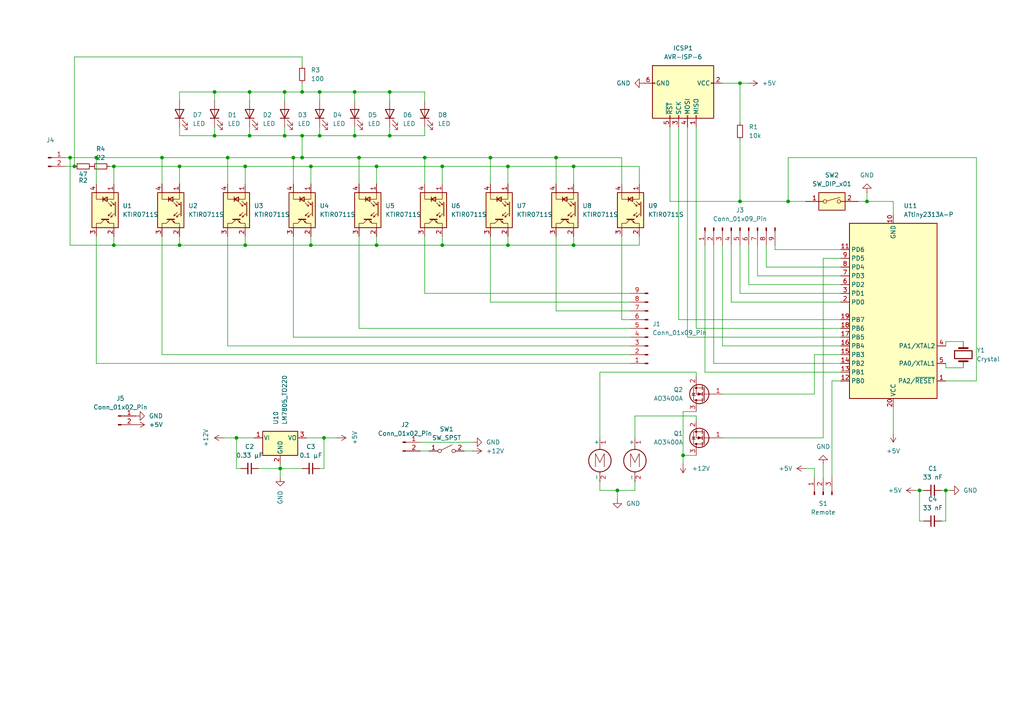
<source format=kicad_sch>
(kicad_sch
	(version 20231120)
	(generator "eeschema")
	(generator_version "8.0")
	(uuid "78d899c6-3653-4bc7-8f10-abecce3e66ed")
	(paper "A4")
	(title_block
		(title "Lime Follower")
		(date "2025-07-26")
		(rev "4.1")
	)
	(lib_symbols
		(symbol "Connector:AVR-ISP-6"
			(pin_names
				(offset 1.016)
			)
			(exclude_from_sim no)
			(in_bom yes)
			(on_board yes)
			(property "Reference" "J"
				(at -6.35 11.43 0)
				(effects
					(font
						(size 1.27 1.27)
					)
					(justify left)
				)
			)
			(property "Value" "AVR-ISP-6"
				(at 0 11.43 0)
				(effects
					(font
						(size 1.27 1.27)
					)
					(justify left)
				)
			)
			(property "Footprint" ""
				(at -6.35 1.27 90)
				(effects
					(font
						(size 1.27 1.27)
					)
					(hide yes)
				)
			)
			(property "Datasheet" "~"
				(at -32.385 -13.97 0)
				(effects
					(font
						(size 1.27 1.27)
					)
					(hide yes)
				)
			)
			(property "Description" "Atmel 6-pin ISP connector"
				(at 0 0 0)
				(effects
					(font
						(size 1.27 1.27)
					)
					(hide yes)
				)
			)
			(property "ki_keywords" "AVR ISP Connector"
				(at 0 0 0)
				(effects
					(font
						(size 1.27 1.27)
					)
					(hide yes)
				)
			)
			(property "ki_fp_filters" "IDC?Header*2x03* Pin?Header*2x03*"
				(at 0 0 0)
				(effects
					(font
						(size 1.27 1.27)
					)
					(hide yes)
				)
			)
			(symbol "AVR-ISP-6_0_1"
				(rectangle
					(start -2.667 -6.858)
					(end -2.413 -7.62)
					(stroke
						(width 0)
						(type default)
					)
					(fill
						(type none)
					)
				)
				(rectangle
					(start -2.667 10.16)
					(end -2.413 9.398)
					(stroke
						(width 0)
						(type default)
					)
					(fill
						(type none)
					)
				)
				(rectangle
					(start 7.62 -2.413)
					(end 6.858 -2.667)
					(stroke
						(width 0)
						(type default)
					)
					(fill
						(type none)
					)
				)
				(rectangle
					(start 7.62 0.127)
					(end 6.858 -0.127)
					(stroke
						(width 0)
						(type default)
					)
					(fill
						(type none)
					)
				)
				(rectangle
					(start 7.62 2.667)
					(end 6.858 2.413)
					(stroke
						(width 0)
						(type default)
					)
					(fill
						(type none)
					)
				)
				(rectangle
					(start 7.62 5.207)
					(end 6.858 4.953)
					(stroke
						(width 0)
						(type default)
					)
					(fill
						(type none)
					)
				)
				(rectangle
					(start 7.62 10.16)
					(end -7.62 -7.62)
					(stroke
						(width 0.254)
						(type default)
					)
					(fill
						(type background)
					)
				)
			)
			(symbol "AVR-ISP-6_1_1"
				(pin passive line
					(at 10.16 5.08 180)
					(length 2.54)
					(name "MISO"
						(effects
							(font
								(size 1.27 1.27)
							)
						)
					)
					(number "1"
						(effects
							(font
								(size 1.27 1.27)
							)
						)
					)
				)
				(pin passive line
					(at -2.54 12.7 270)
					(length 2.54)
					(name "VCC"
						(effects
							(font
								(size 1.27 1.27)
							)
						)
					)
					(number "2"
						(effects
							(font
								(size 1.27 1.27)
							)
						)
					)
				)
				(pin passive line
					(at 10.16 0 180)
					(length 2.54)
					(name "SCK"
						(effects
							(font
								(size 1.27 1.27)
							)
						)
					)
					(number "3"
						(effects
							(font
								(size 1.27 1.27)
							)
						)
					)
				)
				(pin passive line
					(at 10.16 2.54 180)
					(length 2.54)
					(name "MOSI"
						(effects
							(font
								(size 1.27 1.27)
							)
						)
					)
					(number "4"
						(effects
							(font
								(size 1.27 1.27)
							)
						)
					)
				)
				(pin passive line
					(at 10.16 -2.54 180)
					(length 2.54)
					(name "~{RST}"
						(effects
							(font
								(size 1.27 1.27)
							)
						)
					)
					(number "5"
						(effects
							(font
								(size 1.27 1.27)
							)
						)
					)
				)
				(pin passive line
					(at -2.54 -10.16 90)
					(length 2.54)
					(name "GND"
						(effects
							(font
								(size 1.27 1.27)
							)
						)
					)
					(number "6"
						(effects
							(font
								(size 1.27 1.27)
							)
						)
					)
				)
			)
		)
		(symbol "Connector:Conn_01x02_Pin"
			(pin_names
				(offset 1.016) hide)
			(exclude_from_sim no)
			(in_bom yes)
			(on_board yes)
			(property "Reference" "J"
				(at 0 2.54 0)
				(effects
					(font
						(size 1.27 1.27)
					)
				)
			)
			(property "Value" "Conn_01x02_Pin"
				(at 0 -5.08 0)
				(effects
					(font
						(size 1.27 1.27)
					)
				)
			)
			(property "Footprint" ""
				(at 0 0 0)
				(effects
					(font
						(size 1.27 1.27)
					)
					(hide yes)
				)
			)
			(property "Datasheet" "~"
				(at 0 0 0)
				(effects
					(font
						(size 1.27 1.27)
					)
					(hide yes)
				)
			)
			(property "Description" "Generic connector, single row, 01x02, script generated"
				(at 0 0 0)
				(effects
					(font
						(size 1.27 1.27)
					)
					(hide yes)
				)
			)
			(property "ki_locked" ""
				(at 0 0 0)
				(effects
					(font
						(size 1.27 1.27)
					)
				)
			)
			(property "ki_keywords" "connector"
				(at 0 0 0)
				(effects
					(font
						(size 1.27 1.27)
					)
					(hide yes)
				)
			)
			(property "ki_fp_filters" "Connector*:*_1x??_*"
				(at 0 0 0)
				(effects
					(font
						(size 1.27 1.27)
					)
					(hide yes)
				)
			)
			(symbol "Conn_01x02_Pin_1_1"
				(polyline
					(pts
						(xy 1.27 -2.54) (xy 0.8636 -2.54)
					)
					(stroke
						(width 0.1524)
						(type default)
					)
					(fill
						(type none)
					)
				)
				(polyline
					(pts
						(xy 1.27 0) (xy 0.8636 0)
					)
					(stroke
						(width 0.1524)
						(type default)
					)
					(fill
						(type none)
					)
				)
				(rectangle
					(start 0.8636 -2.413)
					(end 0 -2.667)
					(stroke
						(width 0.1524)
						(type default)
					)
					(fill
						(type outline)
					)
				)
				(rectangle
					(start 0.8636 0.127)
					(end 0 -0.127)
					(stroke
						(width 0.1524)
						(type default)
					)
					(fill
						(type outline)
					)
				)
				(pin passive line
					(at 5.08 0 180)
					(length 3.81)
					(name "Pin_1"
						(effects
							(font
								(size 1.27 1.27)
							)
						)
					)
					(number "1"
						(effects
							(font
								(size 1.27 1.27)
							)
						)
					)
				)
				(pin passive line
					(at 5.08 -2.54 180)
					(length 3.81)
					(name "Pin_2"
						(effects
							(font
								(size 1.27 1.27)
							)
						)
					)
					(number "2"
						(effects
							(font
								(size 1.27 1.27)
							)
						)
					)
				)
			)
		)
		(symbol "Connector:Conn_01x03_Pin"
			(pin_names
				(offset 1.016) hide)
			(exclude_from_sim no)
			(in_bom yes)
			(on_board yes)
			(property "Reference" "J"
				(at 0 5.08 0)
				(effects
					(font
						(size 1.27 1.27)
					)
				)
			)
			(property "Value" "Conn_01x03_Pin"
				(at 0 -5.08 0)
				(effects
					(font
						(size 1.27 1.27)
					)
				)
			)
			(property "Footprint" ""
				(at 0 0 0)
				(effects
					(font
						(size 1.27 1.27)
					)
					(hide yes)
				)
			)
			(property "Datasheet" "~"
				(at 0 0 0)
				(effects
					(font
						(size 1.27 1.27)
					)
					(hide yes)
				)
			)
			(property "Description" "Generic connector, single row, 01x03, script generated"
				(at 0 0 0)
				(effects
					(font
						(size 1.27 1.27)
					)
					(hide yes)
				)
			)
			(property "ki_locked" ""
				(at 0 0 0)
				(effects
					(font
						(size 1.27 1.27)
					)
				)
			)
			(property "ki_keywords" "connector"
				(at 0 0 0)
				(effects
					(font
						(size 1.27 1.27)
					)
					(hide yes)
				)
			)
			(property "ki_fp_filters" "Connector*:*_1x??_*"
				(at 0 0 0)
				(effects
					(font
						(size 1.27 1.27)
					)
					(hide yes)
				)
			)
			(symbol "Conn_01x03_Pin_1_1"
				(polyline
					(pts
						(xy 1.27 -2.54) (xy 0.8636 -2.54)
					)
					(stroke
						(width 0.1524)
						(type default)
					)
					(fill
						(type none)
					)
				)
				(polyline
					(pts
						(xy 1.27 0) (xy 0.8636 0)
					)
					(stroke
						(width 0.1524)
						(type default)
					)
					(fill
						(type none)
					)
				)
				(polyline
					(pts
						(xy 1.27 2.54) (xy 0.8636 2.54)
					)
					(stroke
						(width 0.1524)
						(type default)
					)
					(fill
						(type none)
					)
				)
				(rectangle
					(start 0.8636 -2.413)
					(end 0 -2.667)
					(stroke
						(width 0.1524)
						(type default)
					)
					(fill
						(type outline)
					)
				)
				(rectangle
					(start 0.8636 0.127)
					(end 0 -0.127)
					(stroke
						(width 0.1524)
						(type default)
					)
					(fill
						(type outline)
					)
				)
				(rectangle
					(start 0.8636 2.667)
					(end 0 2.413)
					(stroke
						(width 0.1524)
						(type default)
					)
					(fill
						(type outline)
					)
				)
				(pin passive line
					(at 5.08 2.54 180)
					(length 3.81)
					(name "Pin_1"
						(effects
							(font
								(size 1.27 1.27)
							)
						)
					)
					(number "1"
						(effects
							(font
								(size 1.27 1.27)
							)
						)
					)
				)
				(pin passive line
					(at 5.08 0 180)
					(length 3.81)
					(name "Pin_2"
						(effects
							(font
								(size 1.27 1.27)
							)
						)
					)
					(number "2"
						(effects
							(font
								(size 1.27 1.27)
							)
						)
					)
				)
				(pin passive line
					(at 5.08 -2.54 180)
					(length 3.81)
					(name "Pin_3"
						(effects
							(font
								(size 1.27 1.27)
							)
						)
					)
					(number "3"
						(effects
							(font
								(size 1.27 1.27)
							)
						)
					)
				)
			)
		)
		(symbol "Connector:Conn_01x09_Pin"
			(pin_names
				(offset 1.016) hide)
			(exclude_from_sim no)
			(in_bom yes)
			(on_board yes)
			(property "Reference" "J"
				(at 0 12.7 0)
				(effects
					(font
						(size 1.27 1.27)
					)
				)
			)
			(property "Value" "Conn_01x09_Pin"
				(at 0 -12.7 0)
				(effects
					(font
						(size 1.27 1.27)
					)
				)
			)
			(property "Footprint" ""
				(at 0 0 0)
				(effects
					(font
						(size 1.27 1.27)
					)
					(hide yes)
				)
			)
			(property "Datasheet" "~"
				(at 0 0 0)
				(effects
					(font
						(size 1.27 1.27)
					)
					(hide yes)
				)
			)
			(property "Description" "Generic connector, single row, 01x09, script generated"
				(at 0 0 0)
				(effects
					(font
						(size 1.27 1.27)
					)
					(hide yes)
				)
			)
			(property "ki_locked" ""
				(at 0 0 0)
				(effects
					(font
						(size 1.27 1.27)
					)
				)
			)
			(property "ki_keywords" "connector"
				(at 0 0 0)
				(effects
					(font
						(size 1.27 1.27)
					)
					(hide yes)
				)
			)
			(property "ki_fp_filters" "Connector*:*_1x??_*"
				(at 0 0 0)
				(effects
					(font
						(size 1.27 1.27)
					)
					(hide yes)
				)
			)
			(symbol "Conn_01x09_Pin_1_1"
				(polyline
					(pts
						(xy 1.27 -10.16) (xy 0.8636 -10.16)
					)
					(stroke
						(width 0.1524)
						(type default)
					)
					(fill
						(type none)
					)
				)
				(polyline
					(pts
						(xy 1.27 -7.62) (xy 0.8636 -7.62)
					)
					(stroke
						(width 0.1524)
						(type default)
					)
					(fill
						(type none)
					)
				)
				(polyline
					(pts
						(xy 1.27 -5.08) (xy 0.8636 -5.08)
					)
					(stroke
						(width 0.1524)
						(type default)
					)
					(fill
						(type none)
					)
				)
				(polyline
					(pts
						(xy 1.27 -2.54) (xy 0.8636 -2.54)
					)
					(stroke
						(width 0.1524)
						(type default)
					)
					(fill
						(type none)
					)
				)
				(polyline
					(pts
						(xy 1.27 0) (xy 0.8636 0)
					)
					(stroke
						(width 0.1524)
						(type default)
					)
					(fill
						(type none)
					)
				)
				(polyline
					(pts
						(xy 1.27 2.54) (xy 0.8636 2.54)
					)
					(stroke
						(width 0.1524)
						(type default)
					)
					(fill
						(type none)
					)
				)
				(polyline
					(pts
						(xy 1.27 5.08) (xy 0.8636 5.08)
					)
					(stroke
						(width 0.1524)
						(type default)
					)
					(fill
						(type none)
					)
				)
				(polyline
					(pts
						(xy 1.27 7.62) (xy 0.8636 7.62)
					)
					(stroke
						(width 0.1524)
						(type default)
					)
					(fill
						(type none)
					)
				)
				(polyline
					(pts
						(xy 1.27 10.16) (xy 0.8636 10.16)
					)
					(stroke
						(width 0.1524)
						(type default)
					)
					(fill
						(type none)
					)
				)
				(rectangle
					(start 0.8636 -10.033)
					(end 0 -10.287)
					(stroke
						(width 0.1524)
						(type default)
					)
					(fill
						(type outline)
					)
				)
				(rectangle
					(start 0.8636 -7.493)
					(end 0 -7.747)
					(stroke
						(width 0.1524)
						(type default)
					)
					(fill
						(type outline)
					)
				)
				(rectangle
					(start 0.8636 -4.953)
					(end 0 -5.207)
					(stroke
						(width 0.1524)
						(type default)
					)
					(fill
						(type outline)
					)
				)
				(rectangle
					(start 0.8636 -2.413)
					(end 0 -2.667)
					(stroke
						(width 0.1524)
						(type default)
					)
					(fill
						(type outline)
					)
				)
				(rectangle
					(start 0.8636 0.127)
					(end 0 -0.127)
					(stroke
						(width 0.1524)
						(type default)
					)
					(fill
						(type outline)
					)
				)
				(rectangle
					(start 0.8636 2.667)
					(end 0 2.413)
					(stroke
						(width 0.1524)
						(type default)
					)
					(fill
						(type outline)
					)
				)
				(rectangle
					(start 0.8636 5.207)
					(end 0 4.953)
					(stroke
						(width 0.1524)
						(type default)
					)
					(fill
						(type outline)
					)
				)
				(rectangle
					(start 0.8636 7.747)
					(end 0 7.493)
					(stroke
						(width 0.1524)
						(type default)
					)
					(fill
						(type outline)
					)
				)
				(rectangle
					(start 0.8636 10.287)
					(end 0 10.033)
					(stroke
						(width 0.1524)
						(type default)
					)
					(fill
						(type outline)
					)
				)
				(pin passive line
					(at 5.08 10.16 180)
					(length 3.81)
					(name "Pin_1"
						(effects
							(font
								(size 1.27 1.27)
							)
						)
					)
					(number "1"
						(effects
							(font
								(size 1.27 1.27)
							)
						)
					)
				)
				(pin passive line
					(at 5.08 7.62 180)
					(length 3.81)
					(name "Pin_2"
						(effects
							(font
								(size 1.27 1.27)
							)
						)
					)
					(number "2"
						(effects
							(font
								(size 1.27 1.27)
							)
						)
					)
				)
				(pin passive line
					(at 5.08 5.08 180)
					(length 3.81)
					(name "Pin_3"
						(effects
							(font
								(size 1.27 1.27)
							)
						)
					)
					(number "3"
						(effects
							(font
								(size 1.27 1.27)
							)
						)
					)
				)
				(pin passive line
					(at 5.08 2.54 180)
					(length 3.81)
					(name "Pin_4"
						(effects
							(font
								(size 1.27 1.27)
							)
						)
					)
					(number "4"
						(effects
							(font
								(size 1.27 1.27)
							)
						)
					)
				)
				(pin passive line
					(at 5.08 0 180)
					(length 3.81)
					(name "Pin_5"
						(effects
							(font
								(size 1.27 1.27)
							)
						)
					)
					(number "5"
						(effects
							(font
								(size 1.27 1.27)
							)
						)
					)
				)
				(pin passive line
					(at 5.08 -2.54 180)
					(length 3.81)
					(name "Pin_6"
						(effects
							(font
								(size 1.27 1.27)
							)
						)
					)
					(number "6"
						(effects
							(font
								(size 1.27 1.27)
							)
						)
					)
				)
				(pin passive line
					(at 5.08 -5.08 180)
					(length 3.81)
					(name "Pin_7"
						(effects
							(font
								(size 1.27 1.27)
							)
						)
					)
					(number "7"
						(effects
							(font
								(size 1.27 1.27)
							)
						)
					)
				)
				(pin passive line
					(at 5.08 -7.62 180)
					(length 3.81)
					(name "Pin_8"
						(effects
							(font
								(size 1.27 1.27)
							)
						)
					)
					(number "8"
						(effects
							(font
								(size 1.27 1.27)
							)
						)
					)
				)
				(pin passive line
					(at 5.08 -10.16 180)
					(length 3.81)
					(name "Pin_9"
						(effects
							(font
								(size 1.27 1.27)
							)
						)
					)
					(number "9"
						(effects
							(font
								(size 1.27 1.27)
							)
						)
					)
				)
			)
		)
		(symbol "Device:C_Small"
			(pin_numbers hide)
			(pin_names
				(offset 0.254) hide)
			(exclude_from_sim no)
			(in_bom yes)
			(on_board yes)
			(property "Reference" "C"
				(at 0.254 1.778 0)
				(effects
					(font
						(size 1.27 1.27)
					)
					(justify left)
				)
			)
			(property "Value" "C_Small"
				(at 0.254 -2.032 0)
				(effects
					(font
						(size 1.27 1.27)
					)
					(justify left)
				)
			)
			(property "Footprint" ""
				(at 0 0 0)
				(effects
					(font
						(size 1.27 1.27)
					)
					(hide yes)
				)
			)
			(property "Datasheet" "~"
				(at 0 0 0)
				(effects
					(font
						(size 1.27 1.27)
					)
					(hide yes)
				)
			)
			(property "Description" "Unpolarized capacitor, small symbol"
				(at 0 0 0)
				(effects
					(font
						(size 1.27 1.27)
					)
					(hide yes)
				)
			)
			(property "ki_keywords" "capacitor cap"
				(at 0 0 0)
				(effects
					(font
						(size 1.27 1.27)
					)
					(hide yes)
				)
			)
			(property "ki_fp_filters" "C_*"
				(at 0 0 0)
				(effects
					(font
						(size 1.27 1.27)
					)
					(hide yes)
				)
			)
			(symbol "C_Small_0_1"
				(polyline
					(pts
						(xy -1.524 -0.508) (xy 1.524 -0.508)
					)
					(stroke
						(width 0.3302)
						(type default)
					)
					(fill
						(type none)
					)
				)
				(polyline
					(pts
						(xy -1.524 0.508) (xy 1.524 0.508)
					)
					(stroke
						(width 0.3048)
						(type default)
					)
					(fill
						(type none)
					)
				)
			)
			(symbol "C_Small_1_1"
				(pin passive line
					(at 0 2.54 270)
					(length 2.032)
					(name "~"
						(effects
							(font
								(size 1.27 1.27)
							)
						)
					)
					(number "1"
						(effects
							(font
								(size 1.27 1.27)
							)
						)
					)
				)
				(pin passive line
					(at 0 -2.54 90)
					(length 2.032)
					(name "~"
						(effects
							(font
								(size 1.27 1.27)
							)
						)
					)
					(number "2"
						(effects
							(font
								(size 1.27 1.27)
							)
						)
					)
				)
			)
		)
		(symbol "Device:Crystal"
			(pin_numbers hide)
			(pin_names
				(offset 1.016) hide)
			(exclude_from_sim no)
			(in_bom yes)
			(on_board yes)
			(property "Reference" "Y"
				(at 0 3.81 0)
				(effects
					(font
						(size 1.27 1.27)
					)
				)
			)
			(property "Value" "Crystal"
				(at 0 -3.81 0)
				(effects
					(font
						(size 1.27 1.27)
					)
				)
			)
			(property "Footprint" ""
				(at 0 0 0)
				(effects
					(font
						(size 1.27 1.27)
					)
					(hide yes)
				)
			)
			(property "Datasheet" "~"
				(at 0 0 0)
				(effects
					(font
						(size 1.27 1.27)
					)
					(hide yes)
				)
			)
			(property "Description" "Two pin crystal"
				(at 0 0 0)
				(effects
					(font
						(size 1.27 1.27)
					)
					(hide yes)
				)
			)
			(property "ki_keywords" "quartz ceramic resonator oscillator"
				(at 0 0 0)
				(effects
					(font
						(size 1.27 1.27)
					)
					(hide yes)
				)
			)
			(property "ki_fp_filters" "Crystal*"
				(at 0 0 0)
				(effects
					(font
						(size 1.27 1.27)
					)
					(hide yes)
				)
			)
			(symbol "Crystal_0_1"
				(rectangle
					(start -1.143 2.54)
					(end 1.143 -2.54)
					(stroke
						(width 0.3048)
						(type default)
					)
					(fill
						(type none)
					)
				)
				(polyline
					(pts
						(xy -2.54 0) (xy -1.905 0)
					)
					(stroke
						(width 0)
						(type default)
					)
					(fill
						(type none)
					)
				)
				(polyline
					(pts
						(xy -1.905 -1.27) (xy -1.905 1.27)
					)
					(stroke
						(width 0.508)
						(type default)
					)
					(fill
						(type none)
					)
				)
				(polyline
					(pts
						(xy 1.905 -1.27) (xy 1.905 1.27)
					)
					(stroke
						(width 0.508)
						(type default)
					)
					(fill
						(type none)
					)
				)
				(polyline
					(pts
						(xy 2.54 0) (xy 1.905 0)
					)
					(stroke
						(width 0)
						(type default)
					)
					(fill
						(type none)
					)
				)
			)
			(symbol "Crystal_1_1"
				(pin passive line
					(at -3.81 0 0)
					(length 1.27)
					(name "1"
						(effects
							(font
								(size 1.27 1.27)
							)
						)
					)
					(number "1"
						(effects
							(font
								(size 1.27 1.27)
							)
						)
					)
				)
				(pin passive line
					(at 3.81 0 180)
					(length 1.27)
					(name "2"
						(effects
							(font
								(size 1.27 1.27)
							)
						)
					)
					(number "2"
						(effects
							(font
								(size 1.27 1.27)
							)
						)
					)
				)
			)
		)
		(symbol "Device:LED"
			(pin_numbers hide)
			(pin_names
				(offset 1.016) hide)
			(exclude_from_sim no)
			(in_bom yes)
			(on_board yes)
			(property "Reference" "D"
				(at 0 2.54 0)
				(effects
					(font
						(size 1.27 1.27)
					)
				)
			)
			(property "Value" "LED"
				(at 0 -2.54 0)
				(effects
					(font
						(size 1.27 1.27)
					)
				)
			)
			(property "Footprint" ""
				(at 0 0 0)
				(effects
					(font
						(size 1.27 1.27)
					)
					(hide yes)
				)
			)
			(property "Datasheet" "~"
				(at 0 0 0)
				(effects
					(font
						(size 1.27 1.27)
					)
					(hide yes)
				)
			)
			(property "Description" "Light emitting diode"
				(at 0 0 0)
				(effects
					(font
						(size 1.27 1.27)
					)
					(hide yes)
				)
			)
			(property "ki_keywords" "LED diode"
				(at 0 0 0)
				(effects
					(font
						(size 1.27 1.27)
					)
					(hide yes)
				)
			)
			(property "ki_fp_filters" "LED* LED_SMD:* LED_THT:*"
				(at 0 0 0)
				(effects
					(font
						(size 1.27 1.27)
					)
					(hide yes)
				)
			)
			(symbol "LED_0_1"
				(polyline
					(pts
						(xy -1.27 -1.27) (xy -1.27 1.27)
					)
					(stroke
						(width 0.254)
						(type default)
					)
					(fill
						(type none)
					)
				)
				(polyline
					(pts
						(xy -1.27 0) (xy 1.27 0)
					)
					(stroke
						(width 0)
						(type default)
					)
					(fill
						(type none)
					)
				)
				(polyline
					(pts
						(xy 1.27 -1.27) (xy 1.27 1.27) (xy -1.27 0) (xy 1.27 -1.27)
					)
					(stroke
						(width 0.254)
						(type default)
					)
					(fill
						(type none)
					)
				)
				(polyline
					(pts
						(xy -3.048 -0.762) (xy -4.572 -2.286) (xy -3.81 -2.286) (xy -4.572 -2.286) (xy -4.572 -1.524)
					)
					(stroke
						(width 0)
						(type default)
					)
					(fill
						(type none)
					)
				)
				(polyline
					(pts
						(xy -1.778 -0.762) (xy -3.302 -2.286) (xy -2.54 -2.286) (xy -3.302 -2.286) (xy -3.302 -1.524)
					)
					(stroke
						(width 0)
						(type default)
					)
					(fill
						(type none)
					)
				)
			)
			(symbol "LED_1_1"
				(pin passive line
					(at -3.81 0 0)
					(length 2.54)
					(name "K"
						(effects
							(font
								(size 1.27 1.27)
							)
						)
					)
					(number "1"
						(effects
							(font
								(size 1.27 1.27)
							)
						)
					)
				)
				(pin passive line
					(at 3.81 0 180)
					(length 2.54)
					(name "A"
						(effects
							(font
								(size 1.27 1.27)
							)
						)
					)
					(number "2"
						(effects
							(font
								(size 1.27 1.27)
							)
						)
					)
				)
			)
		)
		(symbol "Device:R_Small"
			(pin_numbers hide)
			(pin_names
				(offset 0.254) hide)
			(exclude_from_sim no)
			(in_bom yes)
			(on_board yes)
			(property "Reference" "R"
				(at 0.762 0.508 0)
				(effects
					(font
						(size 1.27 1.27)
					)
					(justify left)
				)
			)
			(property "Value" "R_Small"
				(at 0.762 -1.016 0)
				(effects
					(font
						(size 1.27 1.27)
					)
					(justify left)
				)
			)
			(property "Footprint" ""
				(at 0 0 0)
				(effects
					(font
						(size 1.27 1.27)
					)
					(hide yes)
				)
			)
			(property "Datasheet" "~"
				(at 0 0 0)
				(effects
					(font
						(size 1.27 1.27)
					)
					(hide yes)
				)
			)
			(property "Description" "Resistor, small symbol"
				(at 0 0 0)
				(effects
					(font
						(size 1.27 1.27)
					)
					(hide yes)
				)
			)
			(property "ki_keywords" "R resistor"
				(at 0 0 0)
				(effects
					(font
						(size 1.27 1.27)
					)
					(hide yes)
				)
			)
			(property "ki_fp_filters" "R_*"
				(at 0 0 0)
				(effects
					(font
						(size 1.27 1.27)
					)
					(hide yes)
				)
			)
			(symbol "R_Small_0_1"
				(rectangle
					(start -0.762 1.778)
					(end 0.762 -1.778)
					(stroke
						(width 0.2032)
						(type default)
					)
					(fill
						(type none)
					)
				)
			)
			(symbol "R_Small_1_1"
				(pin passive line
					(at 0 2.54 270)
					(length 0.762)
					(name "~"
						(effects
							(font
								(size 1.27 1.27)
							)
						)
					)
					(number "1"
						(effects
							(font
								(size 1.27 1.27)
							)
						)
					)
				)
				(pin passive line
					(at 0 -2.54 90)
					(length 0.762)
					(name "~"
						(effects
							(font
								(size 1.27 1.27)
							)
						)
					)
					(number "2"
						(effects
							(font
								(size 1.27 1.27)
							)
						)
					)
				)
			)
		)
		(symbol "MCU_Microchip_ATtiny:ATtiny2313A-P"
			(exclude_from_sim no)
			(in_bom yes)
			(on_board yes)
			(property "Reference" "U"
				(at -12.7 26.67 0)
				(effects
					(font
						(size 1.27 1.27)
					)
					(justify left bottom)
				)
			)
			(property "Value" "ATtiny2313A-P"
				(at 2.54 -26.67 0)
				(effects
					(font
						(size 1.27 1.27)
					)
					(justify left top)
				)
			)
			(property "Footprint" "Package_DIP:DIP-20_W7.62mm"
				(at 0 0 0)
				(effects
					(font
						(size 1.27 1.27)
						(italic yes)
					)
					(hide yes)
				)
			)
			(property "Datasheet" "http://ww1.microchip.com/downloads/en/DeviceDoc/doc8246.pdf"
				(at 0 0 0)
				(effects
					(font
						(size 1.27 1.27)
					)
					(hide yes)
				)
			)
			(property "Description" "20MHz, 2kB Flash, 128B SRAM, 128B EEPROM, DIP-20"
				(at 0 0 0)
				(effects
					(font
						(size 1.27 1.27)
					)
					(hide yes)
				)
			)
			(property "ki_keywords" "AVR 8bit Microcontroller tinyAVR"
				(at 0 0 0)
				(effects
					(font
						(size 1.27 1.27)
					)
					(hide yes)
				)
			)
			(property "ki_fp_filters" "DIP*W7.62mm*"
				(at 0 0 0)
				(effects
					(font
						(size 1.27 1.27)
					)
					(hide yes)
				)
			)
			(symbol "ATtiny2313A-P_0_1"
				(rectangle
					(start -12.7 -25.4)
					(end 12.7 25.4)
					(stroke
						(width 0.254)
						(type default)
					)
					(fill
						(type background)
					)
				)
			)
			(symbol "ATtiny2313A-P_1_1"
				(pin bidirectional line
					(at -15.24 20.32 0)
					(length 2.54)
					(name "PA2/~{RESET}"
						(effects
							(font
								(size 1.27 1.27)
							)
						)
					)
					(number "1"
						(effects
							(font
								(size 1.27 1.27)
							)
						)
					)
				)
				(pin power_in line
					(at 0 -27.94 90)
					(length 2.54)
					(name "GND"
						(effects
							(font
								(size 1.27 1.27)
							)
						)
					)
					(number "10"
						(effects
							(font
								(size 1.27 1.27)
							)
						)
					)
				)
				(pin bidirectional line
					(at 15.24 -17.78 180)
					(length 2.54)
					(name "PD6"
						(effects
							(font
								(size 1.27 1.27)
							)
						)
					)
					(number "11"
						(effects
							(font
								(size 1.27 1.27)
							)
						)
					)
				)
				(pin bidirectional line
					(at 15.24 20.32 180)
					(length 2.54)
					(name "PB0"
						(effects
							(font
								(size 1.27 1.27)
							)
						)
					)
					(number "12"
						(effects
							(font
								(size 1.27 1.27)
							)
						)
					)
				)
				(pin bidirectional line
					(at 15.24 17.78 180)
					(length 2.54)
					(name "PB1"
						(effects
							(font
								(size 1.27 1.27)
							)
						)
					)
					(number "13"
						(effects
							(font
								(size 1.27 1.27)
							)
						)
					)
				)
				(pin bidirectional line
					(at 15.24 15.24 180)
					(length 2.54)
					(name "PB2"
						(effects
							(font
								(size 1.27 1.27)
							)
						)
					)
					(number "14"
						(effects
							(font
								(size 1.27 1.27)
							)
						)
					)
				)
				(pin bidirectional line
					(at 15.24 12.7 180)
					(length 2.54)
					(name "PB3"
						(effects
							(font
								(size 1.27 1.27)
							)
						)
					)
					(number "15"
						(effects
							(font
								(size 1.27 1.27)
							)
						)
					)
				)
				(pin bidirectional line
					(at 15.24 10.16 180)
					(length 2.54)
					(name "PB4"
						(effects
							(font
								(size 1.27 1.27)
							)
						)
					)
					(number "16"
						(effects
							(font
								(size 1.27 1.27)
							)
						)
					)
				)
				(pin bidirectional line
					(at 15.24 7.62 180)
					(length 2.54)
					(name "PB5"
						(effects
							(font
								(size 1.27 1.27)
							)
						)
					)
					(number "17"
						(effects
							(font
								(size 1.27 1.27)
							)
						)
					)
				)
				(pin bidirectional line
					(at 15.24 5.08 180)
					(length 2.54)
					(name "PB6"
						(effects
							(font
								(size 1.27 1.27)
							)
						)
					)
					(number "18"
						(effects
							(font
								(size 1.27 1.27)
							)
						)
					)
				)
				(pin bidirectional line
					(at 15.24 2.54 180)
					(length 2.54)
					(name "PB7"
						(effects
							(font
								(size 1.27 1.27)
							)
						)
					)
					(number "19"
						(effects
							(font
								(size 1.27 1.27)
							)
						)
					)
				)
				(pin bidirectional line
					(at 15.24 -2.54 180)
					(length 2.54)
					(name "PD0"
						(effects
							(font
								(size 1.27 1.27)
							)
						)
					)
					(number "2"
						(effects
							(font
								(size 1.27 1.27)
							)
						)
					)
				)
				(pin power_in line
					(at 0 27.94 270)
					(length 2.54)
					(name "VCC"
						(effects
							(font
								(size 1.27 1.27)
							)
						)
					)
					(number "20"
						(effects
							(font
								(size 1.27 1.27)
							)
						)
					)
				)
				(pin bidirectional line
					(at 15.24 -5.08 180)
					(length 2.54)
					(name "PD1"
						(effects
							(font
								(size 1.27 1.27)
							)
						)
					)
					(number "3"
						(effects
							(font
								(size 1.27 1.27)
							)
						)
					)
				)
				(pin bidirectional line
					(at -15.24 10.16 0)
					(length 2.54)
					(name "PA1/XTAL2"
						(effects
							(font
								(size 1.27 1.27)
							)
						)
					)
					(number "4"
						(effects
							(font
								(size 1.27 1.27)
							)
						)
					)
				)
				(pin bidirectional line
					(at -15.24 15.24 0)
					(length 2.54)
					(name "PA0/XTAL1"
						(effects
							(font
								(size 1.27 1.27)
							)
						)
					)
					(number "5"
						(effects
							(font
								(size 1.27 1.27)
							)
						)
					)
				)
				(pin bidirectional line
					(at 15.24 -7.62 180)
					(length 2.54)
					(name "PD2"
						(effects
							(font
								(size 1.27 1.27)
							)
						)
					)
					(number "6"
						(effects
							(font
								(size 1.27 1.27)
							)
						)
					)
				)
				(pin bidirectional line
					(at 15.24 -10.16 180)
					(length 2.54)
					(name "PD3"
						(effects
							(font
								(size 1.27 1.27)
							)
						)
					)
					(number "7"
						(effects
							(font
								(size 1.27 1.27)
							)
						)
					)
				)
				(pin bidirectional line
					(at 15.24 -12.7 180)
					(length 2.54)
					(name "PD4"
						(effects
							(font
								(size 1.27 1.27)
							)
						)
					)
					(number "8"
						(effects
							(font
								(size 1.27 1.27)
							)
						)
					)
				)
				(pin bidirectional line
					(at 15.24 -15.24 180)
					(length 2.54)
					(name "PD5"
						(effects
							(font
								(size 1.27 1.27)
							)
						)
					)
					(number "9"
						(effects
							(font
								(size 1.27 1.27)
							)
						)
					)
				)
			)
		)
		(symbol "Motor:Motor_DC"
			(pin_names
				(offset 0)
			)
			(exclude_from_sim no)
			(in_bom yes)
			(on_board yes)
			(property "Reference" "M"
				(at 2.54 2.54 0)
				(effects
					(font
						(size 1.27 1.27)
					)
					(justify left)
				)
			)
			(property "Value" "Motor_DC"
				(at 2.54 -5.08 0)
				(effects
					(font
						(size 1.27 1.27)
					)
					(justify left top)
				)
			)
			(property "Footprint" ""
				(at 0 -2.286 0)
				(effects
					(font
						(size 1.27 1.27)
					)
					(hide yes)
				)
			)
			(property "Datasheet" "~"
				(at 0 -2.286 0)
				(effects
					(font
						(size 1.27 1.27)
					)
					(hide yes)
				)
			)
			(property "Description" "DC Motor"
				(at 0 0 0)
				(effects
					(font
						(size 1.27 1.27)
					)
					(hide yes)
				)
			)
			(property "ki_keywords" "DC Motor"
				(at 0 0 0)
				(effects
					(font
						(size 1.27 1.27)
					)
					(hide yes)
				)
			)
			(property "ki_fp_filters" "PinHeader*P2.54mm* TerminalBlock*"
				(at 0 0 0)
				(effects
					(font
						(size 1.27 1.27)
					)
					(hide yes)
				)
			)
			(symbol "Motor_DC_0_0"
				(polyline
					(pts
						(xy -1.27 -3.302) (xy -1.27 0.508) (xy 0 -2.032) (xy 1.27 0.508) (xy 1.27 -3.302)
					)
					(stroke
						(width 0)
						(type default)
					)
					(fill
						(type none)
					)
				)
			)
			(symbol "Motor_DC_0_1"
				(circle
					(center 0 -1.524)
					(radius 3.2512)
					(stroke
						(width 0.254)
						(type default)
					)
					(fill
						(type none)
					)
				)
				(polyline
					(pts
						(xy 0 -7.62) (xy 0 -7.112)
					)
					(stroke
						(width 0)
						(type default)
					)
					(fill
						(type none)
					)
				)
				(polyline
					(pts
						(xy 0 -4.7752) (xy 0 -5.1816)
					)
					(stroke
						(width 0)
						(type default)
					)
					(fill
						(type none)
					)
				)
				(polyline
					(pts
						(xy 0 1.7272) (xy 0 2.0828)
					)
					(stroke
						(width 0)
						(type default)
					)
					(fill
						(type none)
					)
				)
				(polyline
					(pts
						(xy 0 2.032) (xy 0 2.54)
					)
					(stroke
						(width 0)
						(type default)
					)
					(fill
						(type none)
					)
				)
			)
			(symbol "Motor_DC_1_1"
				(pin passive line
					(at 0 5.08 270)
					(length 2.54)
					(name "+"
						(effects
							(font
								(size 1.27 1.27)
							)
						)
					)
					(number "1"
						(effects
							(font
								(size 1.27 1.27)
							)
						)
					)
				)
				(pin passive line
					(at 0 -7.62 90)
					(length 2.54)
					(name "-"
						(effects
							(font
								(size 1.27 1.27)
							)
						)
					)
					(number "2"
						(effects
							(font
								(size 1.27 1.27)
							)
						)
					)
				)
			)
		)
		(symbol "Regulator_Linear:LM7805_TO220"
			(pin_names
				(offset 0.254)
			)
			(exclude_from_sim no)
			(in_bom yes)
			(on_board yes)
			(property "Reference" "U"
				(at -3.81 3.175 0)
				(effects
					(font
						(size 1.27 1.27)
					)
				)
			)
			(property "Value" "LM7805_TO220"
				(at 0 3.175 0)
				(effects
					(font
						(size 1.27 1.27)
					)
					(justify left)
				)
			)
			(property "Footprint" "Package_TO_SOT_THT:TO-220-3_Vertical"
				(at 0 5.715 0)
				(effects
					(font
						(size 1.27 1.27)
						(italic yes)
					)
					(hide yes)
				)
			)
			(property "Datasheet" "https://www.onsemi.cn/PowerSolutions/document/MC7800-D.PDF"
				(at 0 -1.27 0)
				(effects
					(font
						(size 1.27 1.27)
					)
					(hide yes)
				)
			)
			(property "Description" "Positive 1A 35V Linear Regulator, Fixed Output 5V, TO-220"
				(at 0 0 0)
				(effects
					(font
						(size 1.27 1.27)
					)
					(hide yes)
				)
			)
			(property "ki_keywords" "Voltage Regulator 1A Positive"
				(at 0 0 0)
				(effects
					(font
						(size 1.27 1.27)
					)
					(hide yes)
				)
			)
			(property "ki_fp_filters" "TO?220*"
				(at 0 0 0)
				(effects
					(font
						(size 1.27 1.27)
					)
					(hide yes)
				)
			)
			(symbol "LM7805_TO220_0_1"
				(rectangle
					(start -5.08 1.905)
					(end 5.08 -5.08)
					(stroke
						(width 0.254)
						(type default)
					)
					(fill
						(type background)
					)
				)
			)
			(symbol "LM7805_TO220_1_1"
				(pin power_in line
					(at -7.62 0 0)
					(length 2.54)
					(name "VI"
						(effects
							(font
								(size 1.27 1.27)
							)
						)
					)
					(number "1"
						(effects
							(font
								(size 1.27 1.27)
							)
						)
					)
				)
				(pin power_in line
					(at 0 -7.62 90)
					(length 2.54)
					(name "GND"
						(effects
							(font
								(size 1.27 1.27)
							)
						)
					)
					(number "2"
						(effects
							(font
								(size 1.27 1.27)
							)
						)
					)
				)
				(pin power_out line
					(at 7.62 0 180)
					(length 2.54)
					(name "VO"
						(effects
							(font
								(size 1.27 1.27)
							)
						)
					)
					(number "3"
						(effects
							(font
								(size 1.27 1.27)
							)
						)
					)
				)
			)
		)
		(symbol "Switch:SW_DIP_x01"
			(pin_names
				(offset 0) hide)
			(exclude_from_sim no)
			(in_bom yes)
			(on_board yes)
			(property "Reference" "SW"
				(at 0 3.81 0)
				(effects
					(font
						(size 1.27 1.27)
					)
				)
			)
			(property "Value" "SW_DIP_x01"
				(at 0 -3.81 0)
				(effects
					(font
						(size 1.27 1.27)
					)
				)
			)
			(property "Footprint" ""
				(at 0 0 0)
				(effects
					(font
						(size 1.27 1.27)
					)
					(hide yes)
				)
			)
			(property "Datasheet" "~"
				(at 0 0 0)
				(effects
					(font
						(size 1.27 1.27)
					)
					(hide yes)
				)
			)
			(property "Description" "1x DIP Switch, Single Pole Single Throw (SPST) switch, small symbol"
				(at 0 0 0)
				(effects
					(font
						(size 1.27 1.27)
					)
					(hide yes)
				)
			)
			(property "ki_keywords" "dip switch"
				(at 0 0 0)
				(effects
					(font
						(size 1.27 1.27)
					)
					(hide yes)
				)
			)
			(property "ki_fp_filters" "SW?DIP?x1*"
				(at 0 0 0)
				(effects
					(font
						(size 1.27 1.27)
					)
					(hide yes)
				)
			)
			(symbol "SW_DIP_x01_0_0"
				(circle
					(center -2.032 0)
					(radius 0.508)
					(stroke
						(width 0)
						(type default)
					)
					(fill
						(type none)
					)
				)
				(polyline
					(pts
						(xy -1.524 0.127) (xy 2.3622 1.1684)
					)
					(stroke
						(width 0)
						(type default)
					)
					(fill
						(type none)
					)
				)
				(circle
					(center 2.032 0)
					(radius 0.508)
					(stroke
						(width 0)
						(type default)
					)
					(fill
						(type none)
					)
				)
			)
			(symbol "SW_DIP_x01_0_1"
				(rectangle
					(start -3.81 2.54)
					(end 3.81 -2.54)
					(stroke
						(width 0.254)
						(type default)
					)
					(fill
						(type background)
					)
				)
			)
			(symbol "SW_DIP_x01_1_1"
				(pin passive line
					(at -7.62 0 0)
					(length 5.08)
					(name "~"
						(effects
							(font
								(size 1.27 1.27)
							)
						)
					)
					(number "1"
						(effects
							(font
								(size 1.27 1.27)
							)
						)
					)
				)
				(pin passive line
					(at 7.62 0 180)
					(length 5.08)
					(name "~"
						(effects
							(font
								(size 1.27 1.27)
							)
						)
					)
					(number "2"
						(effects
							(font
								(size 1.27 1.27)
							)
						)
					)
				)
			)
		)
		(symbol "Switch:SW_SPST"
			(pin_names
				(offset 0) hide)
			(exclude_from_sim no)
			(in_bom yes)
			(on_board yes)
			(property "Reference" "SW"
				(at 0 3.175 0)
				(effects
					(font
						(size 1.27 1.27)
					)
				)
			)
			(property "Value" "SW_SPST"
				(at 0 -2.54 0)
				(effects
					(font
						(size 1.27 1.27)
					)
				)
			)
			(property "Footprint" ""
				(at 0 0 0)
				(effects
					(font
						(size 1.27 1.27)
					)
					(hide yes)
				)
			)
			(property "Datasheet" "~"
				(at 0 0 0)
				(effects
					(font
						(size 1.27 1.27)
					)
					(hide yes)
				)
			)
			(property "Description" "Single Pole Single Throw (SPST) switch"
				(at 0 0 0)
				(effects
					(font
						(size 1.27 1.27)
					)
					(hide yes)
				)
			)
			(property "ki_keywords" "switch lever"
				(at 0 0 0)
				(effects
					(font
						(size 1.27 1.27)
					)
					(hide yes)
				)
			)
			(symbol "SW_SPST_0_0"
				(circle
					(center -2.032 0)
					(radius 0.508)
					(stroke
						(width 0)
						(type default)
					)
					(fill
						(type none)
					)
				)
				(polyline
					(pts
						(xy -1.524 0.254) (xy 1.524 1.778)
					)
					(stroke
						(width 0)
						(type default)
					)
					(fill
						(type none)
					)
				)
				(circle
					(center 2.032 0)
					(radius 0.508)
					(stroke
						(width 0)
						(type default)
					)
					(fill
						(type none)
					)
				)
			)
			(symbol "SW_SPST_1_1"
				(pin passive line
					(at -5.08 0 0)
					(length 2.54)
					(name "A"
						(effects
							(font
								(size 1.27 1.27)
							)
						)
					)
					(number "1"
						(effects
							(font
								(size 1.27 1.27)
							)
						)
					)
				)
				(pin passive line
					(at 5.08 0 180)
					(length 2.54)
					(name "B"
						(effects
							(font
								(size 1.27 1.27)
							)
						)
					)
					(number "2"
						(effects
							(font
								(size 1.27 1.27)
							)
						)
					)
				)
			)
		)
		(symbol "Transistor_FET:AO3400A"
			(pin_names hide)
			(exclude_from_sim no)
			(in_bom yes)
			(on_board yes)
			(property "Reference" "Q"
				(at 5.08 1.905 0)
				(effects
					(font
						(size 1.27 1.27)
					)
					(justify left)
				)
			)
			(property "Value" "AO3400A"
				(at 5.08 0 0)
				(effects
					(font
						(size 1.27 1.27)
					)
					(justify left)
				)
			)
			(property "Footprint" "Package_TO_SOT_SMD:SOT-23"
				(at 5.08 -1.905 0)
				(effects
					(font
						(size 1.27 1.27)
						(italic yes)
					)
					(justify left)
					(hide yes)
				)
			)
			(property "Datasheet" "http://www.aosmd.com/pdfs/datasheet/AO3400A.pdf"
				(at 5.08 -3.81 0)
				(effects
					(font
						(size 1.27 1.27)
					)
					(justify left)
					(hide yes)
				)
			)
			(property "Description" "30V Vds, 5.7A Id, N-Channel MOSFET, SOT-23"
				(at 0 0 0)
				(effects
					(font
						(size 1.27 1.27)
					)
					(hide yes)
				)
			)
			(property "ki_keywords" "N-Channel MOSFET"
				(at 0 0 0)
				(effects
					(font
						(size 1.27 1.27)
					)
					(hide yes)
				)
			)
			(property "ki_fp_filters" "SOT?23*"
				(at 0 0 0)
				(effects
					(font
						(size 1.27 1.27)
					)
					(hide yes)
				)
			)
			(symbol "AO3400A_0_1"
				(polyline
					(pts
						(xy 0.254 0) (xy -2.54 0)
					)
					(stroke
						(width 0)
						(type default)
					)
					(fill
						(type none)
					)
				)
				(polyline
					(pts
						(xy 0.254 1.905) (xy 0.254 -1.905)
					)
					(stroke
						(width 0.254)
						(type default)
					)
					(fill
						(type none)
					)
				)
				(polyline
					(pts
						(xy 0.762 -1.27) (xy 0.762 -2.286)
					)
					(stroke
						(width 0.254)
						(type default)
					)
					(fill
						(type none)
					)
				)
				(polyline
					(pts
						(xy 0.762 0.508) (xy 0.762 -0.508)
					)
					(stroke
						(width 0.254)
						(type default)
					)
					(fill
						(type none)
					)
				)
				(polyline
					(pts
						(xy 0.762 2.286) (xy 0.762 1.27)
					)
					(stroke
						(width 0.254)
						(type default)
					)
					(fill
						(type none)
					)
				)
				(polyline
					(pts
						(xy 2.54 2.54) (xy 2.54 1.778)
					)
					(stroke
						(width 0)
						(type default)
					)
					(fill
						(type none)
					)
				)
				(polyline
					(pts
						(xy 2.54 -2.54) (xy 2.54 0) (xy 0.762 0)
					)
					(stroke
						(width 0)
						(type default)
					)
					(fill
						(type none)
					)
				)
				(polyline
					(pts
						(xy 0.762 -1.778) (xy 3.302 -1.778) (xy 3.302 1.778) (xy 0.762 1.778)
					)
					(stroke
						(width 0)
						(type default)
					)
					(fill
						(type none)
					)
				)
				(polyline
					(pts
						(xy 1.016 0) (xy 2.032 0.381) (xy 2.032 -0.381) (xy 1.016 0)
					)
					(stroke
						(width 0)
						(type default)
					)
					(fill
						(type outline)
					)
				)
				(polyline
					(pts
						(xy 2.794 0.508) (xy 2.921 0.381) (xy 3.683 0.381) (xy 3.81 0.254)
					)
					(stroke
						(width 0)
						(type default)
					)
					(fill
						(type none)
					)
				)
				(polyline
					(pts
						(xy 3.302 0.381) (xy 2.921 -0.254) (xy 3.683 -0.254) (xy 3.302 0.381)
					)
					(stroke
						(width 0)
						(type default)
					)
					(fill
						(type none)
					)
				)
				(circle
					(center 1.651 0)
					(radius 2.794)
					(stroke
						(width 0.254)
						(type default)
					)
					(fill
						(type none)
					)
				)
				(circle
					(center 2.54 -1.778)
					(radius 0.254)
					(stroke
						(width 0)
						(type default)
					)
					(fill
						(type outline)
					)
				)
				(circle
					(center 2.54 1.778)
					(radius 0.254)
					(stroke
						(width 0)
						(type default)
					)
					(fill
						(type outline)
					)
				)
			)
			(symbol "AO3400A_1_1"
				(pin input line
					(at -5.08 0 0)
					(length 2.54)
					(name "G"
						(effects
							(font
								(size 1.27 1.27)
							)
						)
					)
					(number "1"
						(effects
							(font
								(size 1.27 1.27)
							)
						)
					)
				)
				(pin passive line
					(at 2.54 -5.08 90)
					(length 2.54)
					(name "S"
						(effects
							(font
								(size 1.27 1.27)
							)
						)
					)
					(number "2"
						(effects
							(font
								(size 1.27 1.27)
							)
						)
					)
				)
				(pin passive line
					(at 2.54 5.08 270)
					(length 2.54)
					(name "D"
						(effects
							(font
								(size 1.27 1.27)
							)
						)
					)
					(number "3"
						(effects
							(font
								(size 1.27 1.27)
							)
						)
					)
				)
			)
		)
		(symbol "cokolwiek:KTIR0711S"
			(pin_names
				(offset 0.0254) hide)
			(exclude_from_sim no)
			(in_bom yes)
			(on_board yes)
			(property "Reference" "U"
				(at -5.08 5.08 0)
				(effects
					(font
						(size 1.27 1.27)
					)
					(justify left)
				)
			)
			(property "Value" "KTIR0711S"
				(at 0 5.08 0)
				(effects
					(font
						(size 1.27 1.27)
					)
					(justify left)
				)
			)
			(property "Footprint" ""
				(at -5.08 -5.08 0)
				(effects
					(font
						(size 1.27 1.27)
						(italic yes)
					)
					(justify left)
					(hide yes)
				)
			)
			(property "Datasheet" ""
				(at -11.684 3.81 90)
				(effects
					(font
						(size 1.27 1.27)
					)
					(justify left)
					(hide yes)
				)
			)
			(property "Description" ""
				(at 0 0 0)
				(effects
					(font
						(size 1.27 1.27)
					)
					(hide yes)
				)
			)
			(property "ki_keywords" "Reflective Opto Interrupter Coupler"
				(at 0 0 0)
				(effects
					(font
						(size 1.27 1.27)
					)
					(hide yes)
				)
			)
			(property "ki_fp_filters" "Osram*SFH9x0x*"
				(at 0 0 0)
				(effects
					(font
						(size 1.27 1.27)
					)
					(hide yes)
				)
			)
			(symbol "KTIR0711S_0_1"
				(polyline
					(pts
						(xy -3.81 -0.635) (xy -2.54 -0.635)
					)
					(stroke
						(width 0.254)
						(type default)
					)
					(fill
						(type none)
					)
				)
				(polyline
					(pts
						(xy -2.286 2.921) (xy -2.032 3.175)
					)
					(stroke
						(width 0)
						(type default)
					)
					(fill
						(type none)
					)
				)
				(polyline
					(pts
						(xy -1.778 2.921) (xy -1.524 3.175)
					)
					(stroke
						(width 0)
						(type default)
					)
					(fill
						(type none)
					)
				)
				(polyline
					(pts
						(xy -1.524 2.667) (xy -1.651 2.159)
					)
					(stroke
						(width 0)
						(type default)
					)
					(fill
						(type none)
					)
				)
				(polyline
					(pts
						(xy -1.27 2.921) (xy -1.016 3.175)
					)
					(stroke
						(width 0)
						(type default)
					)
					(fill
						(type none)
					)
				)
				(polyline
					(pts
						(xy -1.143 1.905) (xy -1.27 1.397)
					)
					(stroke
						(width 0)
						(type default)
					)
					(fill
						(type none)
					)
				)
				(polyline
					(pts
						(xy -0.762 2.921) (xy -0.508 3.175)
					)
					(stroke
						(width 0)
						(type default)
					)
					(fill
						(type none)
					)
				)
				(polyline
					(pts
						(xy -0.254 2.921) (xy 0 3.175)
					)
					(stroke
						(width 0)
						(type default)
					)
					(fill
						(type none)
					)
				)
				(polyline
					(pts
						(xy 0.254 2.921) (xy 0.508 3.175)
					)
					(stroke
						(width 0)
						(type default)
					)
					(fill
						(type none)
					)
				)
				(polyline
					(pts
						(xy 0.762 2.921) (xy 1.016 3.175)
					)
					(stroke
						(width 0)
						(type default)
					)
					(fill
						(type none)
					)
				)
				(polyline
					(pts
						(xy 1.27 2.921) (xy 1.524 3.175)
					)
					(stroke
						(width 0)
						(type default)
					)
					(fill
						(type none)
					)
				)
				(polyline
					(pts
						(xy 1.651 0.889) (xy 1.143 1.016)
					)
					(stroke
						(width 0)
						(type default)
					)
					(fill
						(type none)
					)
				)
				(polyline
					(pts
						(xy 1.778 2.921) (xy -2.413 2.921)
					)
					(stroke
						(width 0)
						(type default)
					)
					(fill
						(type none)
					)
				)
				(polyline
					(pts
						(xy 2.032 1.651) (xy 1.524 1.778)
					)
					(stroke
						(width 0)
						(type default)
					)
					(fill
						(type none)
					)
				)
				(polyline
					(pts
						(xy 2.667 -0.127) (xy 3.81 -1.27)
					)
					(stroke
						(width 0)
						(type default)
					)
					(fill
						(type none)
					)
				)
				(polyline
					(pts
						(xy 2.667 0.127) (xy 3.81 1.27)
					)
					(stroke
						(width 0)
						(type default)
					)
					(fill
						(type none)
					)
				)
				(polyline
					(pts
						(xy -2.54 1.651) (xy -1.524 2.667) (xy -2.032 2.54)
					)
					(stroke
						(width 0)
						(type default)
					)
					(fill
						(type none)
					)
				)
				(polyline
					(pts
						(xy -2.159 0.889) (xy -1.143 1.905) (xy -1.651 1.778)
					)
					(stroke
						(width 0)
						(type default)
					)
					(fill
						(type none)
					)
				)
				(polyline
					(pts
						(xy 0.635 1.905) (xy 1.651 0.889) (xy 1.524 1.397)
					)
					(stroke
						(width 0)
						(type default)
					)
					(fill
						(type none)
					)
				)
				(polyline
					(pts
						(xy 1.016 2.667) (xy 2.032 1.651) (xy 1.905 2.159)
					)
					(stroke
						(width 0)
						(type default)
					)
					(fill
						(type none)
					)
				)
				(polyline
					(pts
						(xy 2.667 1.016) (xy 2.667 -1.016) (xy 2.667 -1.016)
					)
					(stroke
						(width 0.3556)
						(type default)
					)
					(fill
						(type none)
					)
				)
				(polyline
					(pts
						(xy 3.81 -1.27) (xy 3.81 -2.54) (xy 5.08 -2.54)
					)
					(stroke
						(width 0)
						(type default)
					)
					(fill
						(type none)
					)
				)
				(polyline
					(pts
						(xy 3.81 1.27) (xy 3.81 2.54) (xy 5.08 2.54)
					)
					(stroke
						(width 0)
						(type default)
					)
					(fill
						(type none)
					)
				)
				(polyline
					(pts
						(xy -5.08 -2.54) (xy -3.175 -2.54) (xy -3.175 2.54) (xy -5.08 2.54)
					)
					(stroke
						(width 0)
						(type default)
					)
					(fill
						(type none)
					)
				)
				(polyline
					(pts
						(xy -3.175 -0.635) (xy -3.81 0.635) (xy -2.54 0.635) (xy -3.175 -0.635)
					)
					(stroke
						(width 0.254)
						(type default)
					)
					(fill
						(type none)
					)
				)
				(polyline
					(pts
						(xy 3.683 1.143) (xy 3.429 0.635) (xy 3.175 0.889) (xy 3.683 1.143)
					)
					(stroke
						(width 0)
						(type default)
					)
					(fill
						(type none)
					)
				)
				(polyline
					(pts
						(xy -5.08 -3.81) (xy 5.08 -3.81) (xy 5.08 3.81) (xy -5.08 3.81) (xy -5.08 -3.81)
					)
					(stroke
						(width 0.254)
						(type default)
					)
					(fill
						(type background)
					)
				)
			)
			(symbol "KTIR0711S_1_1"
				(pin passive line
					(at -7.62 2.54 0)
					(length 2.54)
					(name "A"
						(effects
							(font
								(size 1.27 1.27)
							)
						)
					)
					(number "1"
						(effects
							(font
								(size 1.27 1.27)
							)
						)
					)
				)
				(pin open_emitter line
					(at 7.62 2.54 180)
					(length 2.54)
					(name "E"
						(effects
							(font
								(size 1.27 1.27)
							)
						)
					)
					(number "2"
						(effects
							(font
								(size 1.27 1.27)
							)
						)
					)
				)
				(pin open_collector line
					(at 7.62 -2.54 180)
					(length 2.54)
					(name "C"
						(effects
							(font
								(size 1.27 1.27)
							)
						)
					)
					(number "3"
						(effects
							(font
								(size 1.27 1.27)
							)
						)
					)
				)
				(pin passive line
					(at -7.62 -2.54 0)
					(length 2.54)
					(name "K"
						(effects
							(font
								(size 1.27 1.27)
							)
						)
					)
					(number "4"
						(effects
							(font
								(size 1.27 1.27)
							)
						)
					)
				)
			)
		)
		(symbol "power:+12V"
			(power)
			(pin_numbers hide)
			(pin_names
				(offset 0) hide)
			(exclude_from_sim no)
			(in_bom yes)
			(on_board yes)
			(property "Reference" "#PWR"
				(at 0 -3.81 0)
				(effects
					(font
						(size 1.27 1.27)
					)
					(hide yes)
				)
			)
			(property "Value" "+12V"
				(at 0 3.556 0)
				(effects
					(font
						(size 1.27 1.27)
					)
				)
			)
			(property "Footprint" ""
				(at 0 0 0)
				(effects
					(font
						(size 1.27 1.27)
					)
					(hide yes)
				)
			)
			(property "Datasheet" ""
				(at 0 0 0)
				(effects
					(font
						(size 1.27 1.27)
					)
					(hide yes)
				)
			)
			(property "Description" "Power symbol creates a global label with name \"+12V\""
				(at 0 0 0)
				(effects
					(font
						(size 1.27 1.27)
					)
					(hide yes)
				)
			)
			(property "ki_keywords" "global power"
				(at 0 0 0)
				(effects
					(font
						(size 1.27 1.27)
					)
					(hide yes)
				)
			)
			(symbol "+12V_0_1"
				(polyline
					(pts
						(xy -0.762 1.27) (xy 0 2.54)
					)
					(stroke
						(width 0)
						(type default)
					)
					(fill
						(type none)
					)
				)
				(polyline
					(pts
						(xy 0 0) (xy 0 2.54)
					)
					(stroke
						(width 0)
						(type default)
					)
					(fill
						(type none)
					)
				)
				(polyline
					(pts
						(xy 0 2.54) (xy 0.762 1.27)
					)
					(stroke
						(width 0)
						(type default)
					)
					(fill
						(type none)
					)
				)
			)
			(symbol "+12V_1_1"
				(pin power_in line
					(at 0 0 90)
					(length 0)
					(name "~"
						(effects
							(font
								(size 1.27 1.27)
							)
						)
					)
					(number "1"
						(effects
							(font
								(size 1.27 1.27)
							)
						)
					)
				)
			)
		)
		(symbol "power:+5V"
			(power)
			(pin_numbers hide)
			(pin_names
				(offset 0) hide)
			(exclude_from_sim no)
			(in_bom yes)
			(on_board yes)
			(property "Reference" "#PWR"
				(at 0 -3.81 0)
				(effects
					(font
						(size 1.27 1.27)
					)
					(hide yes)
				)
			)
			(property "Value" "+5V"
				(at 0 3.556 0)
				(effects
					(font
						(size 1.27 1.27)
					)
				)
			)
			(property "Footprint" ""
				(at 0 0 0)
				(effects
					(font
						(size 1.27 1.27)
					)
					(hide yes)
				)
			)
			(property "Datasheet" ""
				(at 0 0 0)
				(effects
					(font
						(size 1.27 1.27)
					)
					(hide yes)
				)
			)
			(property "Description" "Power symbol creates a global label with name \"+5V\""
				(at 0 0 0)
				(effects
					(font
						(size 1.27 1.27)
					)
					(hide yes)
				)
			)
			(property "ki_keywords" "global power"
				(at 0 0 0)
				(effects
					(font
						(size 1.27 1.27)
					)
					(hide yes)
				)
			)
			(symbol "+5V_0_1"
				(polyline
					(pts
						(xy -0.762 1.27) (xy 0 2.54)
					)
					(stroke
						(width 0)
						(type default)
					)
					(fill
						(type none)
					)
				)
				(polyline
					(pts
						(xy 0 0) (xy 0 2.54)
					)
					(stroke
						(width 0)
						(type default)
					)
					(fill
						(type none)
					)
				)
				(polyline
					(pts
						(xy 0 2.54) (xy 0.762 1.27)
					)
					(stroke
						(width 0)
						(type default)
					)
					(fill
						(type none)
					)
				)
			)
			(symbol "+5V_1_1"
				(pin power_in line
					(at 0 0 90)
					(length 0)
					(name "~"
						(effects
							(font
								(size 1.27 1.27)
							)
						)
					)
					(number "1"
						(effects
							(font
								(size 1.27 1.27)
							)
						)
					)
				)
			)
		)
		(symbol "power:GND"
			(power)
			(pin_numbers hide)
			(pin_names
				(offset 0) hide)
			(exclude_from_sim no)
			(in_bom yes)
			(on_board yes)
			(property "Reference" "#PWR"
				(at 0 -6.35 0)
				(effects
					(font
						(size 1.27 1.27)
					)
					(hide yes)
				)
			)
			(property "Value" "GND"
				(at 0 -3.81 0)
				(effects
					(font
						(size 1.27 1.27)
					)
				)
			)
			(property "Footprint" ""
				(at 0 0 0)
				(effects
					(font
						(size 1.27 1.27)
					)
					(hide yes)
				)
			)
			(property "Datasheet" ""
				(at 0 0 0)
				(effects
					(font
						(size 1.27 1.27)
					)
					(hide yes)
				)
			)
			(property "Description" "Power symbol creates a global label with name \"GND\" , ground"
				(at 0 0 0)
				(effects
					(font
						(size 1.27 1.27)
					)
					(hide yes)
				)
			)
			(property "ki_keywords" "global power"
				(at 0 0 0)
				(effects
					(font
						(size 1.27 1.27)
					)
					(hide yes)
				)
			)
			(symbol "GND_0_1"
				(polyline
					(pts
						(xy 0 0) (xy 0 -1.27) (xy 1.27 -1.27) (xy 0 -2.54) (xy -1.27 -1.27) (xy 0 -1.27)
					)
					(stroke
						(width 0)
						(type default)
					)
					(fill
						(type none)
					)
				)
			)
			(symbol "GND_1_1"
				(pin power_in line
					(at 0 0 270)
					(length 0)
					(name "~"
						(effects
							(font
								(size 1.27 1.27)
							)
						)
					)
					(number "1"
						(effects
							(font
								(size 1.27 1.27)
							)
						)
					)
				)
			)
		)
	)
	(junction
		(at 102.87 26.67)
		(diameter 0)
		(color 0 0 0 0)
		(uuid "03ac451a-c27b-487a-aa5b-ec513146d763")
	)
	(junction
		(at 123.19 45.72)
		(diameter 0)
		(color 0 0 0 0)
		(uuid "07b7064c-e7ad-485a-8cca-0d07b78dd3d8")
	)
	(junction
		(at 92.71 26.67)
		(diameter 0)
		(color 0 0 0 0)
		(uuid "0982cb00-a2a3-4970-9cde-7c2464c2e8ba")
	)
	(junction
		(at 266.7 142.24)
		(diameter 0)
		(color 0 0 0 0)
		(uuid "09e382c0-d249-4ca0-b4f5-a782dbc9c4d9")
	)
	(junction
		(at 85.09 45.72)
		(diameter 0)
		(color 0 0 0 0)
		(uuid "0ffad641-5759-4f37-a30f-430c666491e9")
	)
	(junction
		(at 109.22 71.12)
		(diameter 0)
		(color 0 0 0 0)
		(uuid "106c1ef2-a5e7-4b63-9d09-625142c22a78")
	)
	(junction
		(at 62.23 26.67)
		(diameter 0)
		(color 0 0 0 0)
		(uuid "12794d2c-12f3-47bd-8680-92b412c1304b")
	)
	(junction
		(at 90.17 48.26)
		(diameter 0)
		(color 0 0 0 0)
		(uuid "15333fe4-4f6d-4da2-b4a0-3c117031fc73")
	)
	(junction
		(at 62.23 39.37)
		(diameter 0)
		(color 0 0 0 0)
		(uuid "1570a1e3-4e7d-424e-be06-55bd88583372")
	)
	(junction
		(at 27.94 45.72)
		(diameter 0)
		(color 0 0 0 0)
		(uuid "22a105ab-dd5b-49a8-b9e7-2b9c11f7a834")
	)
	(junction
		(at 71.12 71.12)
		(diameter 0)
		(color 0 0 0 0)
		(uuid "26cd0be7-d33b-453a-8466-107a17f73500")
	)
	(junction
		(at 72.39 39.37)
		(diameter 0)
		(color 0 0 0 0)
		(uuid "27072233-4437-4df6-92f5-2c847f340ea3")
	)
	(junction
		(at 113.03 26.67)
		(diameter 0)
		(color 0 0 0 0)
		(uuid "2953dba3-9f4e-4699-b438-ecf37c89675d")
	)
	(junction
		(at 214.63 24.13)
		(diameter 0)
		(color 0 0 0 0)
		(uuid "2de27c6d-3322-4de7-ac4e-6364a062a3c2")
	)
	(junction
		(at 228.6 58.42)
		(diameter 0)
		(color 0 0 0 0)
		(uuid "2fcda68a-a392-43cb-8b23-10f561119cc8")
	)
	(junction
		(at 109.22 48.26)
		(diameter 0)
		(color 0 0 0 0)
		(uuid "2fe08349-0dc7-4ccf-9fc0-71469663b238")
	)
	(junction
		(at 274.32 142.24)
		(diameter 0)
		(color 0 0 0 0)
		(uuid "32f1eec8-f2c0-4494-816e-c6598920dd72")
	)
	(junction
		(at 33.02 71.12)
		(diameter 0)
		(color 0 0 0 0)
		(uuid "36b76dfc-d6dd-4447-94dd-ca2f226aa201")
	)
	(junction
		(at 90.17 71.12)
		(diameter 0)
		(color 0 0 0 0)
		(uuid "41d780ff-dee2-4f16-95d1-c5c3d5ea685c")
	)
	(junction
		(at 198.12 132.08)
		(diameter 0)
		(color 0 0 0 0)
		(uuid "44875ad5-e211-4a3c-87b4-ec486a63af85")
	)
	(junction
		(at 82.55 26.67)
		(diameter 0)
		(color 0 0 0 0)
		(uuid "48434e5b-07c8-4897-bb09-a10b5160f71f")
	)
	(junction
		(at 92.71 39.37)
		(diameter 0)
		(color 0 0 0 0)
		(uuid "4aef64d4-fdaa-4917-8873-d51b65d78c2b")
	)
	(junction
		(at 52.07 48.26)
		(diameter 0)
		(color 0 0 0 0)
		(uuid "4cd403f2-9348-454d-a81a-1fa404f2fbd3")
	)
	(junction
		(at 71.12 48.26)
		(diameter 0)
		(color 0 0 0 0)
		(uuid "51332ad8-38e4-4e09-984c-78bc31f30d20")
	)
	(junction
		(at 102.87 39.37)
		(diameter 0)
		(color 0 0 0 0)
		(uuid "52cf8a80-dc44-47c3-a889-ffe91e0a240a")
	)
	(junction
		(at 166.37 71.12)
		(diameter 0)
		(color 0 0 0 0)
		(uuid "52dcd499-75be-408b-a569-d21fa44d5b69")
	)
	(junction
		(at 87.63 26.67)
		(diameter 0)
		(color 0 0 0 0)
		(uuid "557073df-e452-422a-80bf-bdb70d7e305c")
	)
	(junction
		(at 20.32 45.72)
		(diameter 0)
		(color 0 0 0 0)
		(uuid "57da5603-4ebe-48a0-8c19-858ed48434eb")
	)
	(junction
		(at 93.98 127)
		(diameter 0)
		(color 0 0 0 0)
		(uuid "5b0247b2-a7ff-4082-97fc-46d39c7357ff")
	)
	(junction
		(at 179.07 142.24)
		(diameter 0)
		(color 0 0 0 0)
		(uuid "5fa65ec5-a2da-4bdc-9cd7-841d8bd1b95d")
	)
	(junction
		(at 161.29 45.72)
		(diameter 0)
		(color 0 0 0 0)
		(uuid "69085763-1326-4b9f-856c-9b753c481ec9")
	)
	(junction
		(at 214.63 58.42)
		(diameter 0)
		(color 0 0 0 0)
		(uuid "6a14b5d5-73d0-48f8-9356-673d9f774bc3")
	)
	(junction
		(at 82.55 39.37)
		(diameter 0)
		(color 0 0 0 0)
		(uuid "6d20e919-d9a1-4163-b92b-24fc9be2fe8e")
	)
	(junction
		(at 72.39 26.67)
		(diameter 0)
		(color 0 0 0 0)
		(uuid "74aaaa79-b1da-4272-b699-1fc233fef68f")
	)
	(junction
		(at 128.27 48.26)
		(diameter 0)
		(color 0 0 0 0)
		(uuid "75b02edf-8c62-427d-a101-61f49a303633")
	)
	(junction
		(at 87.63 45.72)
		(diameter 0)
		(color 0 0 0 0)
		(uuid "79c181c7-99bb-452a-93ea-ff2e7476ffa0")
	)
	(junction
		(at 52.07 71.12)
		(diameter 0)
		(color 0 0 0 0)
		(uuid "7ff54af1-f4cf-49aa-b7a5-36a3ef340231")
	)
	(junction
		(at 128.27 71.12)
		(diameter 0)
		(color 0 0 0 0)
		(uuid "88caf022-5f21-4082-9a44-47c428a8181b")
	)
	(junction
		(at 46.99 45.72)
		(diameter 0)
		(color 0 0 0 0)
		(uuid "894b3f8b-25e1-4aae-9221-2faf4c948436")
	)
	(junction
		(at 87.63 39.37)
		(diameter 0)
		(color 0 0 0 0)
		(uuid "90bdc3b4-cf0e-45d8-ac9e-f44af3626cdf")
	)
	(junction
		(at 104.14 45.72)
		(diameter 0)
		(color 0 0 0 0)
		(uuid "9179433a-c6c6-40b4-bd58-8f4677c7d6fc")
	)
	(junction
		(at 68.58 127)
		(diameter 0)
		(color 0 0 0 0)
		(uuid "a3645fba-a713-4c03-a22e-424258cb6277")
	)
	(junction
		(at 21.59 48.26)
		(diameter 0)
		(color 0 0 0 0)
		(uuid "a401a711-ca39-4cbc-b582-5db015195708")
	)
	(junction
		(at 251.46 58.42)
		(diameter 0)
		(color 0 0 0 0)
		(uuid "a72532a8-17f0-485b-9424-be0f2e0cf825")
	)
	(junction
		(at 113.03 39.37)
		(diameter 0)
		(color 0 0 0 0)
		(uuid "beefeb44-70f0-40bb-b282-a831ddd5f4bc")
	)
	(junction
		(at 81.28 135.89)
		(diameter 0)
		(color 0 0 0 0)
		(uuid "c9850021-0c5b-48fa-952b-6f02a623cd19")
	)
	(junction
		(at 147.32 48.26)
		(diameter 0)
		(color 0 0 0 0)
		(uuid "cc63474f-106f-4fec-935e-392f83fded8b")
	)
	(junction
		(at 66.04 45.72)
		(diameter 0)
		(color 0 0 0 0)
		(uuid "cf6f0d60-46de-4430-b4cb-2bfae69635fb")
	)
	(junction
		(at 147.32 71.12)
		(diameter 0)
		(color 0 0 0 0)
		(uuid "cf8bb974-e5fd-4630-9197-5d3792d8cfe8")
	)
	(junction
		(at 142.24 45.72)
		(diameter 0)
		(color 0 0 0 0)
		(uuid "d33f7216-0ecb-4e5c-8086-fec14e1f76fa")
	)
	(junction
		(at 166.37 48.26)
		(diameter 0)
		(color 0 0 0 0)
		(uuid "e557d19b-7d77-451d-af58-38f0a3e50804")
	)
	(junction
		(at 33.02 48.26)
		(diameter 0)
		(color 0 0 0 0)
		(uuid "ff8441e6-420a-461c-97d4-d5e531a0771b")
	)
	(wire
		(pts
			(xy 274.32 106.68) (xy 274.32 105.41)
		)
		(stroke
			(width 0)
			(type default)
		)
		(uuid "00029a0e-6fd8-4b88-b7b5-aa806d493a7f")
	)
	(wire
		(pts
			(xy 279.4 99.06) (xy 274.32 99.06)
		)
		(stroke
			(width 0)
			(type default)
		)
		(uuid "017c1907-d4f9-4ded-befa-33617c4d6d7f")
	)
	(wire
		(pts
			(xy 198.12 132.08) (xy 201.93 132.08)
		)
		(stroke
			(width 0)
			(type default)
		)
		(uuid "01f06149-6b5a-4d7b-9b5e-a9b55f495752")
	)
	(wire
		(pts
			(xy 180.34 45.72) (xy 180.34 53.34)
		)
		(stroke
			(width 0)
			(type default)
		)
		(uuid "021d7a68-d2b4-4894-882d-eefd6b7a51c6")
	)
	(wire
		(pts
			(xy 222.25 71.12) (xy 222.25 77.47)
		)
		(stroke
			(width 0)
			(type default)
		)
		(uuid "039b77b2-96c7-4db8-9120-aed1cd2ad8cd")
	)
	(wire
		(pts
			(xy 184.15 120.65) (xy 184.15 127)
		)
		(stroke
			(width 0)
			(type default)
		)
		(uuid "03ea9086-e3d2-44d1-b296-d03aaf15beb6")
	)
	(wire
		(pts
			(xy 209.55 100.33) (xy 243.84 100.33)
		)
		(stroke
			(width 0)
			(type default)
		)
		(uuid "0462d1f6-c381-47d8-a4e7-3f6521bbcd8f")
	)
	(wire
		(pts
			(xy 142.24 45.72) (xy 161.29 45.72)
		)
		(stroke
			(width 0)
			(type default)
		)
		(uuid "08bdce6b-aa4b-40c8-badc-02504189cd89")
	)
	(wire
		(pts
			(xy 113.03 36.83) (xy 113.03 39.37)
		)
		(stroke
			(width 0)
			(type default)
		)
		(uuid "08c7e44a-ff97-438b-adb7-eaa8c96cee22")
	)
	(wire
		(pts
			(xy 27.94 68.58) (xy 27.94 105.41)
		)
		(stroke
			(width 0)
			(type default)
		)
		(uuid "09cb125a-62f4-4680-8b90-bb3f2d4c2782")
	)
	(wire
		(pts
			(xy 185.42 68.58) (xy 185.42 71.12)
		)
		(stroke
			(width 0)
			(type default)
		)
		(uuid "09f0bd2c-ee7f-42f6-a4c1-3666391ce673")
	)
	(wire
		(pts
			(xy 66.04 45.72) (xy 85.09 45.72)
		)
		(stroke
			(width 0)
			(type default)
		)
		(uuid "09fa1d4a-9006-42ee-9ad6-2056b43be9f1")
	)
	(wire
		(pts
			(xy 161.29 68.58) (xy 161.29 90.17)
		)
		(stroke
			(width 0)
			(type default)
		)
		(uuid "0abad0fc-701a-4771-85a9-d2b1602b88bb")
	)
	(wire
		(pts
			(xy 113.03 39.37) (xy 102.87 39.37)
		)
		(stroke
			(width 0)
			(type default)
		)
		(uuid "0bc85062-2fdc-40be-9d54-61ca11884c9d")
	)
	(wire
		(pts
			(xy 92.71 36.83) (xy 92.71 39.37)
		)
		(stroke
			(width 0)
			(type default)
		)
		(uuid "0c316ddb-19df-4c98-81da-f799a804bc75")
	)
	(wire
		(pts
			(xy 201.93 120.65) (xy 201.93 121.92)
		)
		(stroke
			(width 0)
			(type default)
		)
		(uuid "0cafe7f0-b372-4c57-9ee1-05da31c41c03")
	)
	(wire
		(pts
			(xy 46.99 68.58) (xy 46.99 102.87)
		)
		(stroke
			(width 0)
			(type default)
		)
		(uuid "0d4539a4-bde5-4ff2-a943-fa33b66abb38")
	)
	(wire
		(pts
			(xy 128.27 71.12) (xy 147.32 71.12)
		)
		(stroke
			(width 0)
			(type default)
		)
		(uuid "0edc7888-39ad-4342-b693-daee90b6e248")
	)
	(wire
		(pts
			(xy 273.05 142.24) (xy 274.32 142.24)
		)
		(stroke
			(width 0)
			(type default)
		)
		(uuid "0fca7436-fc31-4211-accd-5bb7ec4bae86")
	)
	(wire
		(pts
			(xy 217.17 24.13) (xy 214.63 24.13)
		)
		(stroke
			(width 0)
			(type default)
		)
		(uuid "107d9d03-9050-4b8f-a23f-47497fd6d69c")
	)
	(wire
		(pts
			(xy 33.02 48.26) (xy 33.02 53.34)
		)
		(stroke
			(width 0)
			(type default)
		)
		(uuid "11ebc9de-3ac2-4272-ae0e-05bc47415e0c")
	)
	(wire
		(pts
			(xy 233.68 135.89) (xy 236.22 135.89)
		)
		(stroke
			(width 0)
			(type default)
		)
		(uuid "11f719e8-1918-4d39-9ef3-13994ab47be0")
	)
	(wire
		(pts
			(xy 74.93 135.89) (xy 81.28 135.89)
		)
		(stroke
			(width 0)
			(type default)
		)
		(uuid "12f03ad0-4d34-4410-a8f0-8b59da74baec")
	)
	(wire
		(pts
			(xy 66.04 100.33) (xy 66.04 68.58)
		)
		(stroke
			(width 0)
			(type default)
		)
		(uuid "1352468b-785f-4b27-894b-c248a8248c62")
	)
	(wire
		(pts
			(xy 214.63 40.64) (xy 214.63 58.42)
		)
		(stroke
			(width 0)
			(type default)
		)
		(uuid "13532eb8-3833-4673-8226-54dc463d29d3")
	)
	(wire
		(pts
			(xy 128.27 68.58) (xy 128.27 71.12)
		)
		(stroke
			(width 0)
			(type default)
		)
		(uuid "1426f650-a266-41e4-8835-b546f3b83223")
	)
	(wire
		(pts
			(xy 93.98 135.89) (xy 93.98 127)
		)
		(stroke
			(width 0)
			(type default)
		)
		(uuid "1459f118-9968-4f91-b0e2-12e2359fd9ac")
	)
	(wire
		(pts
			(xy 166.37 48.26) (xy 166.37 53.34)
		)
		(stroke
			(width 0)
			(type default)
		)
		(uuid "168453ed-7c05-45ee-a0c6-a4c1ae9f5b8b")
	)
	(wire
		(pts
			(xy 228.6 58.42) (xy 233.68 58.42)
		)
		(stroke
			(width 0)
			(type default)
		)
		(uuid "16cd9314-b5cf-4ee8-a075-3f9b712b6675")
	)
	(wire
		(pts
			(xy 201.93 95.25) (xy 243.84 95.25)
		)
		(stroke
			(width 0)
			(type default)
		)
		(uuid "1787ab97-4bad-49b0-a044-df1afa8e8978")
	)
	(wire
		(pts
			(xy 19.05 45.72) (xy 20.32 45.72)
		)
		(stroke
			(width 0)
			(type default)
		)
		(uuid "18c58f5d-4b9a-429d-b636-f670f94a58e9")
	)
	(wire
		(pts
			(xy 222.25 77.47) (xy 243.84 77.47)
		)
		(stroke
			(width 0)
			(type default)
		)
		(uuid "18ca380e-ea0e-4e83-b6e9-065d8e1ea72f")
	)
	(wire
		(pts
			(xy 209.55 71.12) (xy 209.55 100.33)
		)
		(stroke
			(width 0)
			(type default)
		)
		(uuid "1b31cf7b-1572-439f-b883-97f7c56eaa67")
	)
	(wire
		(pts
			(xy 238.76 74.93) (xy 243.84 74.93)
		)
		(stroke
			(width 0)
			(type default)
		)
		(uuid "1c206b7d-0254-4d20-a4af-0e0b6c1962a0")
	)
	(wire
		(pts
			(xy 33.02 71.12) (xy 52.07 71.12)
		)
		(stroke
			(width 0)
			(type default)
		)
		(uuid "1f50b47a-2631-41ba-ba0a-c30363e26ada")
	)
	(wire
		(pts
			(xy 88.9 127) (xy 93.98 127)
		)
		(stroke
			(width 0)
			(type default)
		)
		(uuid "204014c5-fb2f-4b23-a4ea-df660354a3a2")
	)
	(wire
		(pts
			(xy 71.12 71.12) (xy 90.17 71.12)
		)
		(stroke
			(width 0)
			(type default)
		)
		(uuid "20adb369-f19d-4ecd-a6f7-ddc1f6a1d849")
	)
	(wire
		(pts
			(xy 273.05 151.13) (xy 274.32 151.13)
		)
		(stroke
			(width 0)
			(type default)
		)
		(uuid "233b82ac-6502-4566-9aa6-c8d17d570071")
	)
	(wire
		(pts
			(xy 224.79 71.12) (xy 224.79 72.39)
		)
		(stroke
			(width 0)
			(type default)
		)
		(uuid "2421fcbb-9662-4826-af10-abdfe0762bb4")
	)
	(wire
		(pts
			(xy 180.34 92.71) (xy 182.88 92.71)
		)
		(stroke
			(width 0)
			(type default)
		)
		(uuid "28277c31-b56d-4e61-a2a1-d40292e8ff81")
	)
	(wire
		(pts
			(xy 81.28 135.89) (xy 81.28 138.43)
		)
		(stroke
			(width 0)
			(type default)
		)
		(uuid "297fa97c-1212-4504-9a23-15f8bdda6a1d")
	)
	(wire
		(pts
			(xy 214.63 71.12) (xy 214.63 85.09)
		)
		(stroke
			(width 0)
			(type default)
		)
		(uuid "2996d2b6-1e88-47fc-9155-20d8a77931bd")
	)
	(wire
		(pts
			(xy 259.08 118.11) (xy 259.08 125.73)
		)
		(stroke
			(width 0)
			(type default)
		)
		(uuid "2a23a4c7-d801-42ca-9bb1-b20f8e829486")
	)
	(wire
		(pts
			(xy 113.03 29.21) (xy 113.03 26.67)
		)
		(stroke
			(width 0)
			(type default)
		)
		(uuid "2b722620-3acf-4eee-9c60-8b3524d4e195")
	)
	(wire
		(pts
			(xy 33.02 68.58) (xy 33.02 71.12)
		)
		(stroke
			(width 0)
			(type default)
		)
		(uuid "2d692f04-9fcf-4dba-adf2-d5368ea5a1fe")
	)
	(wire
		(pts
			(xy 217.17 71.12) (xy 217.17 82.55)
		)
		(stroke
			(width 0)
			(type default)
		)
		(uuid "2f79ef22-7945-4b4f-9a56-33191f01e0f1")
	)
	(wire
		(pts
			(xy 274.32 142.24) (xy 275.59 142.24)
		)
		(stroke
			(width 0)
			(type default)
		)
		(uuid "3368c2f4-6b33-4284-ae04-bbeeed40d306")
	)
	(wire
		(pts
			(xy 62.23 29.21) (xy 62.23 26.67)
		)
		(stroke
			(width 0)
			(type default)
		)
		(uuid "35fc47fb-df23-4fce-a6e5-50db2d306ee2")
	)
	(wire
		(pts
			(xy 219.71 80.01) (xy 243.84 80.01)
		)
		(stroke
			(width 0)
			(type default)
		)
		(uuid "3d632129-b28e-4164-b1cf-4754d0c7a8ac")
	)
	(wire
		(pts
			(xy 109.22 68.58) (xy 109.22 71.12)
		)
		(stroke
			(width 0)
			(type default)
		)
		(uuid "3e3536a7-6d71-40cb-b902-01a2977e1f0d")
	)
	(wire
		(pts
			(xy 85.09 97.79) (xy 85.09 68.58)
		)
		(stroke
			(width 0)
			(type default)
		)
		(uuid "3e3c1923-2279-40ac-b970-6faafb2a9225")
	)
	(wire
		(pts
			(xy 207.01 105.41) (xy 243.84 105.41)
		)
		(stroke
			(width 0)
			(type default)
		)
		(uuid "3ec65287-c691-48e1-bae3-ee56636b4780")
	)
	(wire
		(pts
			(xy 82.55 36.83) (xy 82.55 39.37)
		)
		(stroke
			(width 0)
			(type default)
		)
		(uuid "3ee729e2-b94a-4db2-ac44-b8a2a1bad82c")
	)
	(wire
		(pts
			(xy 104.14 45.72) (xy 123.19 45.72)
		)
		(stroke
			(width 0)
			(type default)
		)
		(uuid "3f13033f-aa7c-4ac8-936d-b07cf7a94ff4")
	)
	(wire
		(pts
			(xy 201.93 107.95) (xy 201.93 109.22)
		)
		(stroke
			(width 0)
			(type default)
		)
		(uuid "3fb4a4b1-a8a6-450b-8889-771880376f39")
	)
	(wire
		(pts
			(xy 104.14 95.25) (xy 104.14 68.58)
		)
		(stroke
			(width 0)
			(type default)
		)
		(uuid "4104f102-a3ba-4da1-ae18-7d6d32cdb75b")
	)
	(wire
		(pts
			(xy 85.09 45.72) (xy 85.09 53.34)
		)
		(stroke
			(width 0)
			(type default)
		)
		(uuid "432ff122-b081-44af-a5fb-43961962a121")
	)
	(wire
		(pts
			(xy 219.71 71.12) (xy 219.71 80.01)
		)
		(stroke
			(width 0)
			(type default)
		)
		(uuid "4405e04a-45b9-4df6-8717-428ab832ae4e")
	)
	(wire
		(pts
			(xy 21.59 16.51) (xy 21.59 48.26)
		)
		(stroke
			(width 0)
			(type default)
		)
		(uuid "45d5a9ce-be35-4cf4-b130-385a7c389bb8")
	)
	(wire
		(pts
			(xy 251.46 55.88) (xy 251.46 58.42)
		)
		(stroke
			(width 0)
			(type default)
		)
		(uuid "4621113a-e800-4038-89e4-167f66370828")
	)
	(wire
		(pts
			(xy 87.63 39.37) (xy 82.55 39.37)
		)
		(stroke
			(width 0)
			(type default)
		)
		(uuid "46e7d808-9e3b-474f-83d3-8db6b3afccad")
	)
	(wire
		(pts
			(xy 109.22 48.26) (xy 128.27 48.26)
		)
		(stroke
			(width 0)
			(type default)
		)
		(uuid "48c37ef1-4583-4eca-a880-f9d4db767568")
	)
	(wire
		(pts
			(xy 196.85 36.83) (xy 196.85 92.71)
		)
		(stroke
			(width 0)
			(type default)
		)
		(uuid "4998a17b-4ca3-4237-8548-65ae8d7cb339")
	)
	(wire
		(pts
			(xy 266.7 142.24) (xy 267.97 142.24)
		)
		(stroke
			(width 0)
			(type default)
		)
		(uuid "4a94fc56-af58-4bec-b1f9-77bf4de4bb1a")
	)
	(wire
		(pts
			(xy 31.75 48.26) (xy 33.02 48.26)
		)
		(stroke
			(width 0)
			(type default)
		)
		(uuid "4c34765c-8ea8-4897-a0f4-88de676c1fd0")
	)
	(wire
		(pts
			(xy 209.55 114.3) (xy 236.22 114.3)
		)
		(stroke
			(width 0)
			(type default)
		)
		(uuid "4dd4a4c1-eec4-4763-a4c0-636d92706323")
	)
	(wire
		(pts
			(xy 33.02 48.26) (xy 52.07 48.26)
		)
		(stroke
			(width 0)
			(type default)
		)
		(uuid "4e170581-089d-477c-b21d-a4558936e746")
	)
	(wire
		(pts
			(xy 194.31 36.83) (xy 194.31 58.42)
		)
		(stroke
			(width 0)
			(type default)
		)
		(uuid "4e84ed61-cf8a-4848-81de-0da7d6eb0e1c")
	)
	(wire
		(pts
			(xy 161.29 45.72) (xy 161.29 53.34)
		)
		(stroke
			(width 0)
			(type default)
		)
		(uuid "4e88a7bb-08f9-4eab-9f0e-debb42a12523")
	)
	(wire
		(pts
			(xy 52.07 48.26) (xy 52.07 53.34)
		)
		(stroke
			(width 0)
			(type default)
		)
		(uuid "4ea09bf8-49ac-4d72-8bfb-1141e6c8b5c2")
	)
	(wire
		(pts
			(xy 87.63 24.13) (xy 87.63 26.67)
		)
		(stroke
			(width 0)
			(type default)
		)
		(uuid "4f9f7793-0213-4239-9c72-517073e96bbe")
	)
	(wire
		(pts
			(xy 20.32 71.12) (xy 20.32 45.72)
		)
		(stroke
			(width 0)
			(type default)
		)
		(uuid "506ab4c9-91b1-406f-bebf-77aac4e7ac8d")
	)
	(wire
		(pts
			(xy 81.28 134.62) (xy 81.28 135.89)
		)
		(stroke
			(width 0)
			(type default)
		)
		(uuid "50c1ec19-3542-4f63-a906-8e6c3e263a00")
	)
	(wire
		(pts
			(xy 123.19 45.72) (xy 123.19 53.34)
		)
		(stroke
			(width 0)
			(type default)
		)
		(uuid "529c15ff-6f2e-469e-8463-c3ade9051433")
	)
	(wire
		(pts
			(xy 196.85 92.71) (xy 243.84 92.71)
		)
		(stroke
			(width 0)
			(type default)
		)
		(uuid "531d1976-f433-46ae-8984-a764ae11a6bd")
	)
	(wire
		(pts
			(xy 274.32 151.13) (xy 274.32 142.24)
		)
		(stroke
			(width 0)
			(type default)
		)
		(uuid "566ee91b-6c94-41d5-89ae-3e2031f0055c")
	)
	(wire
		(pts
			(xy 209.55 127) (xy 238.76 127)
		)
		(stroke
			(width 0)
			(type default)
		)
		(uuid "596be25c-7f1d-40a7-a69b-c8fcb3c99ee9")
	)
	(wire
		(pts
			(xy 161.29 90.17) (xy 182.88 90.17)
		)
		(stroke
			(width 0)
			(type default)
		)
		(uuid "59e35203-423b-4972-a8e1-f505e154e51b")
	)
	(wire
		(pts
			(xy 90.17 48.26) (xy 90.17 53.34)
		)
		(stroke
			(width 0)
			(type default)
		)
		(uuid "5a7fe78c-41ff-4382-bc60-608794cf43f4")
	)
	(wire
		(pts
			(xy 68.58 127) (xy 73.66 127)
		)
		(stroke
			(width 0)
			(type default)
		)
		(uuid "5bd4fdba-adb7-44d6-a5cf-330e31c056d1")
	)
	(wire
		(pts
			(xy 259.08 62.23) (xy 259.08 58.42)
		)
		(stroke
			(width 0)
			(type default)
		)
		(uuid "5be19d7a-a6a7-416a-86c1-a83d91714e02")
	)
	(wire
		(pts
			(xy 204.47 107.95) (xy 243.84 107.95)
		)
		(stroke
			(width 0)
			(type default)
		)
		(uuid "5cc5f68a-0e61-4b68-a5c8-60fe960109cc")
	)
	(wire
		(pts
			(xy 102.87 29.21) (xy 102.87 26.67)
		)
		(stroke
			(width 0)
			(type default)
		)
		(uuid "5cfc0730-1c4e-428c-b0a2-394cf5d633d1")
	)
	(wire
		(pts
			(xy 201.93 107.95) (xy 173.99 107.95)
		)
		(stroke
			(width 0)
			(type default)
		)
		(uuid "5da3c42e-6d29-4138-a99c-8d4be840812d")
	)
	(wire
		(pts
			(xy 81.28 135.89) (xy 87.63 135.89)
		)
		(stroke
			(width 0)
			(type default)
		)
		(uuid "5f51d6a0-b3b9-491e-b2f5-36e69f042e09")
	)
	(wire
		(pts
			(xy 27.94 105.41) (xy 182.88 105.41)
		)
		(stroke
			(width 0)
			(type default)
		)
		(uuid "5f653f2a-87ba-4c3a-b57a-d60be155d4e2")
	)
	(wire
		(pts
			(xy 283.21 45.72) (xy 228.6 45.72)
		)
		(stroke
			(width 0)
			(type default)
		)
		(uuid "634f2b3f-0e98-4da1-9011-f4d9bba89bbf")
	)
	(wire
		(pts
			(xy 128.27 48.26) (xy 147.32 48.26)
		)
		(stroke
			(width 0)
			(type default)
		)
		(uuid "636a47fc-9d57-42a4-91e0-7f755a877459")
	)
	(wire
		(pts
			(xy 243.84 110.49) (xy 241.3 110.49)
		)
		(stroke
			(width 0)
			(type default)
		)
		(uuid "63c9ca8f-45d5-44f5-880b-41edd1c7cc09")
	)
	(wire
		(pts
			(xy 217.17 82.55) (xy 243.84 82.55)
		)
		(stroke
			(width 0)
			(type default)
		)
		(uuid "641f5d93-3a02-44e8-8852-b24203211ff7")
	)
	(wire
		(pts
			(xy 87.63 39.37) (xy 87.63 45.72)
		)
		(stroke
			(width 0)
			(type default)
		)
		(uuid "642fa501-a510-4dd8-8e20-5cedde5f4685")
	)
	(wire
		(pts
			(xy 82.55 29.21) (xy 82.55 26.67)
		)
		(stroke
			(width 0)
			(type default)
		)
		(uuid "657c0761-8067-44ba-9eb3-c6ddc14fc93a")
	)
	(wire
		(pts
			(xy 85.09 97.79) (xy 182.88 97.79)
		)
		(stroke
			(width 0)
			(type default)
		)
		(uuid "65e29075-de31-4444-a721-6c3e875b53ff")
	)
	(wire
		(pts
			(xy 207.01 71.12) (xy 207.01 105.41)
		)
		(stroke
			(width 0)
			(type default)
		)
		(uuid "672ed5fb-9cd1-43a2-9a10-c9c9e54fb3fb")
	)
	(wire
		(pts
			(xy 147.32 48.26) (xy 147.32 53.34)
		)
		(stroke
			(width 0)
			(type default)
		)
		(uuid "67f53d32-71f4-4d5a-9708-0234eb0720f1")
	)
	(wire
		(pts
			(xy 71.12 48.26) (xy 90.17 48.26)
		)
		(stroke
			(width 0)
			(type default)
		)
		(uuid "684caa5b-d18f-44b8-a3a7-82accfaf2a28")
	)
	(wire
		(pts
			(xy 266.7 151.13) (xy 266.7 142.24)
		)
		(stroke
			(width 0)
			(type default)
		)
		(uuid "6ade3ba5-59a6-4e7a-9003-7e27f40777b4")
	)
	(wire
		(pts
			(xy 194.31 58.42) (xy 214.63 58.42)
		)
		(stroke
			(width 0)
			(type default)
		)
		(uuid "6badfbbb-2357-4445-9eea-dfbb709e79d5")
	)
	(wire
		(pts
			(xy 248.92 58.42) (xy 251.46 58.42)
		)
		(stroke
			(width 0)
			(type default)
		)
		(uuid "6c5a0b86-ec0d-40e5-8b58-82e191145b03")
	)
	(wire
		(pts
			(xy 173.99 107.95) (xy 173.99 127)
		)
		(stroke
			(width 0)
			(type default)
		)
		(uuid "6d245247-19a5-4a14-83a6-e41a2cb50a0b")
	)
	(wire
		(pts
			(xy 87.63 16.51) (xy 87.63 19.05)
		)
		(stroke
			(width 0)
			(type default)
		)
		(uuid "70eaccae-e9d8-4d57-8b7c-6395d69b950a")
	)
	(wire
		(pts
			(xy 123.19 85.09) (xy 123.19 68.58)
		)
		(stroke
			(width 0)
			(type default)
		)
		(uuid "70f41622-3cc3-4f30-a97e-b952d05c8384")
	)
	(wire
		(pts
			(xy 90.17 71.12) (xy 109.22 71.12)
		)
		(stroke
			(width 0)
			(type default)
		)
		(uuid "722e5c0b-252f-47ff-81c7-5793a410976b")
	)
	(wire
		(pts
			(xy 66.04 45.72) (xy 66.04 53.34)
		)
		(stroke
			(width 0)
			(type default)
		)
		(uuid "73a6ab51-9b6b-490d-b633-71501fa34d78")
	)
	(wire
		(pts
			(xy 134.62 130.81) (xy 137.16 130.81)
		)
		(stroke
			(width 0)
			(type default)
		)
		(uuid "73c7e5ce-2a41-43cf-bca0-49bcc41a57fb")
	)
	(wire
		(pts
			(xy 71.12 68.58) (xy 71.12 71.12)
		)
		(stroke
			(width 0)
			(type default)
		)
		(uuid "77132ef5-d59c-467d-bc61-71ebe2051b02")
	)
	(wire
		(pts
			(xy 147.32 68.58) (xy 147.32 71.12)
		)
		(stroke
			(width 0)
			(type default)
		)
		(uuid "775c8a43-618b-4a13-8614-51c83855e728")
	)
	(wire
		(pts
			(xy 123.19 36.83) (xy 123.19 39.37)
		)
		(stroke
			(width 0)
			(type default)
		)
		(uuid "7929cabb-0059-4704-9588-bb5feec79202")
	)
	(wire
		(pts
			(xy 62.23 26.67) (xy 72.39 26.67)
		)
		(stroke
			(width 0)
			(type default)
		)
		(uuid "798ae88a-6cf0-4220-a0a0-3271e00de853")
	)
	(wire
		(pts
			(xy 46.99 102.87) (xy 182.88 102.87)
		)
		(stroke
			(width 0)
			(type default)
		)
		(uuid "7a1a710e-fe02-4d40-ab13-c671ae67cdcb")
	)
	(wire
		(pts
			(xy 20.32 45.72) (xy 27.94 45.72)
		)
		(stroke
			(width 0)
			(type default)
		)
		(uuid "7d1810e2-4df5-48d7-b62a-2ab827f41691")
	)
	(wire
		(pts
			(xy 72.39 26.67) (xy 72.39 29.21)
		)
		(stroke
			(width 0)
			(type default)
		)
		(uuid "7ed164b5-fe74-4aff-9a9d-ca9738c943d3")
	)
	(wire
		(pts
			(xy 267.97 151.13) (xy 266.7 151.13)
		)
		(stroke
			(width 0)
			(type default)
		)
		(uuid "7ef03056-4a08-41d5-b5f6-63e2bbbe701e")
	)
	(wire
		(pts
			(xy 27.94 45.72) (xy 27.94 53.34)
		)
		(stroke
			(width 0)
			(type default)
		)
		(uuid "815fc7f1-f310-4fe0-97ee-a02fbf27e08d")
	)
	(wire
		(pts
			(xy 93.98 127) (xy 97.79 127)
		)
		(stroke
			(width 0)
			(type default)
		)
		(uuid "823bda24-8b93-4b61-89cc-296f1a5a4795")
	)
	(wire
		(pts
			(xy 64.77 127) (xy 68.58 127)
		)
		(stroke
			(width 0)
			(type default)
		)
		(uuid "85ecf455-3f99-4230-8640-cff643b55920")
	)
	(wire
		(pts
			(xy 123.19 26.67) (xy 113.03 26.67)
		)
		(stroke
			(width 0)
			(type default)
		)
		(uuid "86567806-1c95-4b84-bd95-c5adc559d019")
	)
	(wire
		(pts
			(xy 72.39 39.37) (xy 82.55 39.37)
		)
		(stroke
			(width 0)
			(type default)
		)
		(uuid "8a8e6411-b135-4210-8371-a00cd5e291ed")
	)
	(wire
		(pts
			(xy 85.09 45.72) (xy 87.63 45.72)
		)
		(stroke
			(width 0)
			(type default)
		)
		(uuid "8bdbe4b4-3f37-409a-bfca-7296ca27b534")
	)
	(wire
		(pts
			(xy 92.71 135.89) (xy 93.98 135.89)
		)
		(stroke
			(width 0)
			(type default)
		)
		(uuid "8d0ad7e1-9d39-43b6-8961-77a2b60557a1")
	)
	(wire
		(pts
			(xy 147.32 71.12) (xy 166.37 71.12)
		)
		(stroke
			(width 0)
			(type default)
		)
		(uuid "8d2f5660-dae3-47ed-a12e-2b4f6478e658")
	)
	(wire
		(pts
			(xy 102.87 36.83) (xy 102.87 39.37)
		)
		(stroke
			(width 0)
			(type default)
		)
		(uuid "90798cb2-7493-41b7-a680-e6b544de9f8c")
	)
	(wire
		(pts
			(xy 72.39 26.67) (xy 82.55 26.67)
		)
		(stroke
			(width 0)
			(type default)
		)
		(uuid "91479159-b5c0-4eac-8af2-84e827904171")
	)
	(wire
		(pts
			(xy 123.19 39.37) (xy 113.03 39.37)
		)
		(stroke
			(width 0)
			(type default)
		)
		(uuid "91530a97-550a-4759-9abd-b85066681998")
	)
	(wire
		(pts
			(xy 52.07 68.58) (xy 52.07 71.12)
		)
		(stroke
			(width 0)
			(type default)
		)
		(uuid "93c1c704-0fa2-4312-bf60-70d900956692")
	)
	(wire
		(pts
			(xy 52.07 26.67) (xy 62.23 26.67)
		)
		(stroke
			(width 0)
			(type default)
		)
		(uuid "948588fc-bd99-4cd0-84be-010cb157713b")
	)
	(wire
		(pts
			(xy 62.23 39.37) (xy 72.39 39.37)
		)
		(stroke
			(width 0)
			(type default)
		)
		(uuid "9529e972-96ad-49c7-a17f-6af448c5332b")
	)
	(wire
		(pts
			(xy 121.92 130.81) (xy 124.46 130.81)
		)
		(stroke
			(width 0)
			(type default)
		)
		(uuid "96717678-ef83-48e2-90ef-061152d01d28")
	)
	(wire
		(pts
			(xy 92.71 26.67) (xy 87.63 26.67)
		)
		(stroke
			(width 0)
			(type default)
		)
		(uuid "98eda6d4-d36c-4461-986c-50a9dbf3da37")
	)
	(wire
		(pts
			(xy 92.71 29.21) (xy 92.71 26.67)
		)
		(stroke
			(width 0)
			(type default)
		)
		(uuid "9a42f1d1-4a65-4f08-a10a-f55a0d3699d3")
	)
	(wire
		(pts
			(xy 236.22 102.87) (xy 243.84 102.87)
		)
		(stroke
			(width 0)
			(type default)
		)
		(uuid "9bd7c7e2-5577-466c-bb61-df870cee585b")
	)
	(wire
		(pts
			(xy 204.47 71.12) (xy 204.47 107.95)
		)
		(stroke
			(width 0)
			(type default)
		)
		(uuid "9c03c02c-2141-4cba-bc43-b6012124e4cd")
	)
	(wire
		(pts
			(xy 109.22 48.26) (xy 109.22 53.34)
		)
		(stroke
			(width 0)
			(type default)
		)
		(uuid "a040d0d2-8033-4e15-b49e-406c7fba0df8")
	)
	(wire
		(pts
			(xy 179.07 142.24) (xy 179.07 144.78)
		)
		(stroke
			(width 0)
			(type default)
		)
		(uuid "a145b46e-2668-42d1-b1ed-b575a17f0a33")
	)
	(wire
		(pts
			(xy 274.32 99.06) (xy 274.32 100.33)
		)
		(stroke
			(width 0)
			(type default)
		)
		(uuid "a1485b31-ac05-4fdb-a7c3-387a04b6bc12")
	)
	(wire
		(pts
			(xy 224.79 72.39) (xy 243.84 72.39)
		)
		(stroke
			(width 0)
			(type default)
		)
		(uuid "a1504a5a-e898-48ba-80de-ecc69f422855")
	)
	(wire
		(pts
			(xy 283.21 110.49) (xy 283.21 45.72)
		)
		(stroke
			(width 0)
			(type default)
		)
		(uuid "a2bbc4ce-7d01-47c0-aab9-974f3e314a27")
	)
	(wire
		(pts
			(xy 52.07 36.83) (xy 52.07 39.37)
		)
		(stroke
			(width 0)
			(type default)
		)
		(uuid "a389a0dc-170f-4607-acce-51b1ec06ef1b")
	)
	(wire
		(pts
			(xy 113.03 26.67) (xy 102.87 26.67)
		)
		(stroke
			(width 0)
			(type default)
		)
		(uuid "a5bd5449-09c6-402d-928b-598411e7e09d")
	)
	(wire
		(pts
			(xy 184.15 120.65) (xy 201.93 120.65)
		)
		(stroke
			(width 0)
			(type default)
		)
		(uuid "a62a9df0-26fb-45e8-9e00-24584b3c9371")
	)
	(wire
		(pts
			(xy 214.63 58.42) (xy 228.6 58.42)
		)
		(stroke
			(width 0)
			(type default)
		)
		(uuid "a67c0820-c0ee-43a5-85d4-fc867e4fa281")
	)
	(wire
		(pts
			(xy 52.07 39.37) (xy 62.23 39.37)
		)
		(stroke
			(width 0)
			(type default)
		)
		(uuid "a6c85332-8dd7-48cd-9cda-bf41014883a3")
	)
	(wire
		(pts
			(xy 212.09 71.12) (xy 212.09 87.63)
		)
		(stroke
			(width 0)
			(type default)
		)
		(uuid "a70dd83f-7c60-4a56-8fec-fb2e313f3ddf")
	)
	(wire
		(pts
			(xy 109.22 71.12) (xy 128.27 71.12)
		)
		(stroke
			(width 0)
			(type default)
		)
		(uuid "a79ea59a-e655-48d2-8b13-56bea32f6ae2")
	)
	(wire
		(pts
			(xy 46.99 45.72) (xy 66.04 45.72)
		)
		(stroke
			(width 0)
			(type default)
		)
		(uuid "a7ca77de-c23b-495f-a825-00dff88b956c")
	)
	(wire
		(pts
			(xy 198.12 134.62) (xy 198.12 132.08)
		)
		(stroke
			(width 0)
			(type default)
		)
		(uuid "ae1759d9-873b-4385-b047-5795e89a6699")
	)
	(wire
		(pts
			(xy 166.37 68.58) (xy 166.37 71.12)
		)
		(stroke
			(width 0)
			(type default)
		)
		(uuid "b2497317-072b-4adb-9164-07b15b5d043b")
	)
	(wire
		(pts
			(xy 166.37 48.26) (xy 185.42 48.26)
		)
		(stroke
			(width 0)
			(type default)
		)
		(uuid "b2bb70a5-d45e-472e-a672-482bdda96234")
	)
	(wire
		(pts
			(xy 19.05 48.26) (xy 21.59 48.26)
		)
		(stroke
			(width 0)
			(type default)
		)
		(uuid "b619879f-66f0-4537-951e-f1993a88b25d")
	)
	(wire
		(pts
			(xy 104.14 95.25) (xy 182.88 95.25)
		)
		(stroke
			(width 0)
			(type default)
		)
		(uuid "b69dafda-9e43-42b8-be23-33cd5eb86223")
	)
	(wire
		(pts
			(xy 214.63 85.09) (xy 243.84 85.09)
		)
		(stroke
			(width 0)
			(type default)
		)
		(uuid "b8c3c368-f5c0-425f-a611-73f0edfccdb4")
	)
	(wire
		(pts
			(xy 147.32 48.26) (xy 166.37 48.26)
		)
		(stroke
			(width 0)
			(type default)
		)
		(uuid "b9c4f57c-846b-4d9b-acb7-ced8d649cbe5")
	)
	(wire
		(pts
			(xy 87.63 26.67) (xy 82.55 26.67)
		)
		(stroke
			(width 0)
			(type default)
		)
		(uuid "bc891c52-cda8-4e9b-bb34-e0fc57968c5c")
	)
	(wire
		(pts
			(xy 52.07 71.12) (xy 71.12 71.12)
		)
		(stroke
			(width 0)
			(type default)
		)
		(uuid "bcbc3ba2-799d-4e0a-9adb-83796fd4bdac")
	)
	(wire
		(pts
			(xy 214.63 24.13) (xy 214.63 35.56)
		)
		(stroke
			(width 0)
			(type default)
		)
		(uuid "bd324dbe-94d1-42f0-a1c1-3d98322c6ecd")
	)
	(wire
		(pts
			(xy 173.99 142.24) (xy 179.07 142.24)
		)
		(stroke
			(width 0)
			(type default)
		)
		(uuid "bd3885e0-b09b-48f2-b371-502c542f8b04")
	)
	(wire
		(pts
			(xy 52.07 29.21) (xy 52.07 26.67)
		)
		(stroke
			(width 0)
			(type default)
		)
		(uuid "bd3e94e0-b04e-46da-973b-87ba78b2d196")
	)
	(wire
		(pts
			(xy 20.32 71.12) (xy 33.02 71.12)
		)
		(stroke
			(width 0)
			(type default)
		)
		(uuid "be9fcbd0-38c2-4334-94ff-d62ea335341a")
	)
	(wire
		(pts
			(xy 201.93 36.83) (xy 201.93 95.25)
		)
		(stroke
			(width 0)
			(type default)
		)
		(uuid "bfaa8ba5-bf10-42e6-88f1-ede4d0086b0c")
	)
	(wire
		(pts
			(xy 199.39 97.79) (xy 199.39 36.83)
		)
		(stroke
			(width 0)
			(type default)
		)
		(uuid "c233d6e7-e61c-4497-8139-56b79077ad9a")
	)
	(wire
		(pts
			(xy 92.71 39.37) (xy 87.63 39.37)
		)
		(stroke
			(width 0)
			(type default)
		)
		(uuid "c2b81cc0-5e05-458b-9a8b-4d2a5f6ef063")
	)
	(wire
		(pts
			(xy 72.39 36.83) (xy 72.39 39.37)
		)
		(stroke
			(width 0)
			(type default)
		)
		(uuid "c3ff8d1c-a920-4d05-ae6b-3d7b28a60220")
	)
	(wire
		(pts
			(xy 46.99 45.72) (xy 46.99 53.34)
		)
		(stroke
			(width 0)
			(type default)
		)
		(uuid "c5d79ac0-9538-4f7a-a752-84787ed168b8")
	)
	(wire
		(pts
			(xy 185.42 48.26) (xy 185.42 53.34)
		)
		(stroke
			(width 0)
			(type default)
		)
		(uuid "c7a20d16-68e3-4fb9-9716-977e6e3045cc")
	)
	(wire
		(pts
			(xy 123.19 45.72) (xy 142.24 45.72)
		)
		(stroke
			(width 0)
			(type default)
		)
		(uuid "c81779ee-39f1-45c0-a296-65459a783903")
	)
	(wire
		(pts
			(xy 87.63 45.72) (xy 104.14 45.72)
		)
		(stroke
			(width 0)
			(type default)
		)
		(uuid "cc2a1706-3cf8-4cf7-b551-d4ceabc4a7da")
	)
	(wire
		(pts
			(xy 209.55 24.13) (xy 214.63 24.13)
		)
		(stroke
			(width 0)
			(type default)
		)
		(uuid "cc66af38-6a40-4330-9d18-09a8a8968484")
	)
	(wire
		(pts
			(xy 180.34 68.58) (xy 180.34 92.71)
		)
		(stroke
			(width 0)
			(type default)
		)
		(uuid "ccd73209-e243-4f6a-8d2b-a0bab86f4dab")
	)
	(wire
		(pts
			(xy 201.93 119.38) (xy 198.12 119.38)
		)
		(stroke
			(width 0)
			(type default)
		)
		(uuid "cd2f5046-9ae6-4bf0-beb6-2e63808bf1b6")
	)
	(wire
		(pts
			(xy 142.24 45.72) (xy 142.24 53.34)
		)
		(stroke
			(width 0)
			(type default)
		)
		(uuid "d0626866-225d-4035-8b44-44b7b4964a85")
	)
	(wire
		(pts
			(xy 27.94 45.72) (xy 46.99 45.72)
		)
		(stroke
			(width 0)
			(type default)
		)
		(uuid "d4b1a231-0e4b-46b8-8294-d792263028f2")
	)
	(wire
		(pts
			(xy 212.09 87.63) (xy 243.84 87.63)
		)
		(stroke
			(width 0)
			(type default)
		)
		(uuid "d543b1e5-7200-4bfa-8473-20b5be015ca8")
	)
	(wire
		(pts
			(xy 123.19 85.09) (xy 182.88 85.09)
		)
		(stroke
			(width 0)
			(type default)
		)
		(uuid "d5d5c4ee-390e-4c51-8a5f-0604feadd3f0")
	)
	(wire
		(pts
			(xy 104.14 45.72) (xy 104.14 53.34)
		)
		(stroke
			(width 0)
			(type default)
		)
		(uuid "d5ef7210-21ce-489d-9e85-f09df1dd9603")
	)
	(wire
		(pts
			(xy 102.87 39.37) (xy 92.71 39.37)
		)
		(stroke
			(width 0)
			(type default)
		)
		(uuid "d7bc5cf2-93a5-4236-aa24-c334edc76bff")
	)
	(wire
		(pts
			(xy 198.12 119.38) (xy 198.12 132.08)
		)
		(stroke
			(width 0)
			(type default)
		)
		(uuid "d994b377-8dca-4ac3-86f4-a6d06e0bc58a")
	)
	(wire
		(pts
			(xy 236.22 135.89) (xy 236.22 138.43)
		)
		(stroke
			(width 0)
			(type default)
		)
		(uuid "d9d1dab7-4902-4eed-a7a0-94a01e077e6b")
	)
	(wire
		(pts
			(xy 184.15 142.24) (xy 179.07 142.24)
		)
		(stroke
			(width 0)
			(type default)
		)
		(uuid "d9dd9153-df5b-47b8-ba6a-2742df480e27")
	)
	(wire
		(pts
			(xy 173.99 142.24) (xy 173.99 139.7)
		)
		(stroke
			(width 0)
			(type default)
		)
		(uuid "da6b6ddf-07b9-426f-bc25-fb6d12365404")
	)
	(wire
		(pts
			(xy 68.58 135.89) (xy 68.58 127)
		)
		(stroke
			(width 0)
			(type default)
		)
		(uuid "de0ab943-2d82-475f-a187-494fcf979a84")
	)
	(wire
		(pts
			(xy 238.76 127) (xy 238.76 74.93)
		)
		(stroke
			(width 0)
			(type default)
		)
		(uuid "de5848df-00e1-44d7-b8cc-5aa7a3db6888")
	)
	(wire
		(pts
			(xy 228.6 45.72) (xy 228.6 58.42)
		)
		(stroke
			(width 0)
			(type default)
		)
		(uuid "dfb7a26a-2a36-43c5-8ff0-3c6ff1127b4d")
	)
	(wire
		(pts
			(xy 238.76 134.62) (xy 238.76 138.43)
		)
		(stroke
			(width 0)
			(type default)
		)
		(uuid "e081d1c2-331c-4b7e-ad2d-7c91c995092d")
	)
	(wire
		(pts
			(xy 274.32 110.49) (xy 283.21 110.49)
		)
		(stroke
			(width 0)
			(type default)
		)
		(uuid "e0d66b5f-89da-41c0-aab5-fe0a67f0b112")
	)
	(wire
		(pts
			(xy 259.08 58.42) (xy 251.46 58.42)
		)
		(stroke
			(width 0)
			(type default)
		)
		(uuid "e204ff92-c57a-48ec-8a4c-40d259047123")
	)
	(wire
		(pts
			(xy 121.92 128.27) (xy 137.16 128.27)
		)
		(stroke
			(width 0)
			(type default)
		)
		(uuid "e3ef9a09-7c46-477c-a683-3614f7498140")
	)
	(wire
		(pts
			(xy 241.3 110.49) (xy 241.3 138.43)
		)
		(stroke
			(width 0)
			(type default)
		)
		(uuid "e4d86220-38ef-4d15-b239-44333583b009")
	)
	(wire
		(pts
			(xy 52.07 48.26) (xy 71.12 48.26)
		)
		(stroke
			(width 0)
			(type default)
		)
		(uuid "e66fc31b-2da7-42f1-a990-1d8856cb481e")
	)
	(wire
		(pts
			(xy 69.85 135.89) (xy 68.58 135.89)
		)
		(stroke
			(width 0)
			(type default)
		)
		(uuid "eda5570b-bfa3-4ff5-82a4-72cd2414bd0f")
	)
	(wire
		(pts
			(xy 123.19 29.21) (xy 123.19 26.67)
		)
		(stroke
			(width 0)
			(type default)
		)
		(uuid "ee0a7dda-68d7-4bce-8460-f62dac17d083")
	)
	(wire
		(pts
			(xy 142.24 87.63) (xy 142.24 68.58)
		)
		(stroke
			(width 0)
			(type default)
		)
		(uuid "ee739dbd-d3b6-43d8-837e-9a1477b04ac4")
	)
	(wire
		(pts
			(xy 184.15 139.7) (xy 184.15 142.24)
		)
		(stroke
			(width 0)
			(type default)
		)
		(uuid "eeea2686-d871-4bdb-b95d-9f9e0351e16a")
	)
	(wire
		(pts
			(xy 166.37 71.12) (xy 185.42 71.12)
		)
		(stroke
			(width 0)
			(type default)
		)
		(uuid "f00ba92c-8128-49a7-8739-d51463adc6e9")
	)
	(wire
		(pts
			(xy 265.43 142.24) (xy 266.7 142.24)
		)
		(stroke
			(width 0)
			(type default)
		)
		(uuid "f17a9b0f-d8cb-405e-9058-5a4b4933acd7")
	)
	(wire
		(pts
			(xy 243.84 97.79) (xy 199.39 97.79)
		)
		(stroke
			(width 0)
			(type default)
		)
		(uuid "f1c8a7ac-aad4-4331-a790-06840cebcc09")
	)
	(wire
		(pts
			(xy 236.22 114.3) (xy 236.22 102.87)
		)
		(stroke
			(width 0)
			(type default)
		)
		(uuid "f29b0c2d-37c6-44ee-951c-4efa2a89228a")
	)
	(wire
		(pts
			(xy 62.23 36.83) (xy 62.23 39.37)
		)
		(stroke
			(width 0)
			(type default)
		)
		(uuid "f2ae6ff3-d1dc-4f02-9402-6a361ebcee58")
	)
	(wire
		(pts
			(xy 279.4 106.68) (xy 274.32 106.68)
		)
		(stroke
			(width 0)
			(type default)
		)
		(uuid "f32e4435-35d3-4776-9f67-11f7a1d2db44")
	)
	(wire
		(pts
			(xy 87.63 16.51) (xy 21.59 16.51)
		)
		(stroke
			(width 0)
			(type default)
		)
		(uuid "f4647199-12f1-44a8-bf79-f8d6f2f00691")
	)
	(wire
		(pts
			(xy 128.27 48.26) (xy 128.27 53.34)
		)
		(stroke
			(width 0)
			(type default)
		)
		(uuid "f4a4e908-1f04-4252-987e-0777531862b3")
	)
	(wire
		(pts
			(xy 161.29 45.72) (xy 180.34 45.72)
		)
		(stroke
			(width 0)
			(type default)
		)
		(uuid "f66067b7-3bc6-4015-9ff0-31e4acc48b0d")
	)
	(wire
		(pts
			(xy 66.04 100.33) (xy 182.88 100.33)
		)
		(stroke
			(width 0)
			(type default)
		)
		(uuid "f8400166-5c14-4117-8d5f-279b6220e5ff")
	)
	(wire
		(pts
			(xy 71.12 48.26) (xy 71.12 53.34)
		)
		(stroke
			(width 0)
			(type default)
		)
		(uuid "f95a3d22-7526-4686-9c3f-3b86c0f946ae")
	)
	(wire
		(pts
			(xy 90.17 48.26) (xy 109.22 48.26)
		)
		(stroke
			(width 0)
			(type default)
		)
		(uuid "f9aa1643-9847-4b95-8b97-53ffc116d705")
	)
	(wire
		(pts
			(xy 102.87 26.67) (xy 92.71 26.67)
		)
		(stroke
			(width 0)
			(type default)
		)
		(uuid "faae564d-33f1-4cbc-bfe9-d838506e79e6")
	)
	(wire
		(pts
			(xy 90.17 68.58) (xy 90.17 71.12)
		)
		(stroke
			(width 0)
			(type default)
		)
		(uuid "fc757435-0fd8-443c-8973-33c81058ac08")
	)
	(wire
		(pts
			(xy 142.24 87.63) (xy 182.88 87.63)
		)
		(stroke
			(width 0)
			(type default)
		)
		(uuid "ffa0c488-4334-41a3-803e-0ac6ad588806")
	)
	(symbol
		(lib_id "cokolwiek:KTIR0711S")
		(at 182.88 60.96 270)
		(unit 1)
		(exclude_from_sim no)
		(in_bom yes)
		(on_board yes)
		(dnp no)
		(fields_autoplaced yes)
		(uuid "018ffa43-58aa-4efe-b17b-7044411cea2f")
		(property "Reference" "U9"
			(at 187.96 59.6899 90)
			(effects
				(font
					(size 1.27 1.27)
				)
				(justify left)
			)
		)
		(property "Value" "KTIR0711S"
			(at 187.96 62.2299 90)
			(effects
				(font
					(size 1.27 1.27)
				)
				(justify left)
			)
		)
		(property "Footprint" "Cokolwiek:KTIR0711S"
			(at 177.8 55.88 0)
			(effects
				(font
					(size 1.27 1.27)
					(italic yes)
				)
				(justify left)
				(hide yes)
			)
		)
		(property "Datasheet" ""
			(at 186.69 49.276 90)
			(effects
				(font
					(size 1.27 1.27)
				)
				(justify left)
				(hide yes)
			)
		)
		(property "Description" ""
			(at 182.88 60.96 0)
			(effects
				(font
					(size 1.27 1.27)
				)
				(hide yes)
			)
		)
		(pin "3"
			(uuid "907e7d28-93bd-46a0-961c-2837e166a01b")
		)
		(pin "1"
			(uuid "22ff6ca1-1d80-463a-8f59-15ada5be74bc")
		)
		(pin "4"
			(uuid "05d65322-d4bc-491a-bc8a-09ec29d350da")
		)
		(pin "2"
			(uuid "543e8807-acc5-493a-a164-28addb76bc23")
		)
		(instances
			(project "Linefollower Wz.4"
				(path "/78d899c6-3653-4bc7-8f10-abecce3e66ed"
					(reference "U9")
					(unit 1)
				)
			)
		)
	)
	(symbol
		(lib_id "Device:R_Small")
		(at 24.13 48.26 90)
		(unit 1)
		(exclude_from_sim no)
		(in_bom yes)
		(on_board yes)
		(dnp no)
		(uuid "01fcde49-c9b1-4664-ab38-be9215c3e9e5")
		(property "Reference" "R2"
			(at 24.13 52.324 90)
			(effects
				(font
					(size 1.27 1.27)
				)
			)
		)
		(property "Value" "47"
			(at 24.13 50.546 90)
			(effects
				(font
					(size 1.27 1.27)
				)
			)
		)
		(property "Footprint" "Resistor_SMD:R_0805_2012Metric_Pad1.20x1.40mm_HandSolder"
			(at 24.13 48.26 0)
			(effects
				(font
					(size 1.27 1.27)
				)
				(hide yes)
			)
		)
		(property "Datasheet" "~"
			(at 24.13 48.26 0)
			(effects
				(font
					(size 1.27 1.27)
				)
				(hide yes)
			)
		)
		(property "Description" "Resistor, small symbol"
			(at 24.13 48.26 0)
			(effects
				(font
					(size 1.27 1.27)
				)
				(hide yes)
			)
		)
		(pin "1"
			(uuid "8c357aec-98de-49a7-855a-9df6a991fe18")
		)
		(pin "2"
			(uuid "9dac330e-9385-4a6c-ba6f-e5edcfd807ad")
		)
		(instances
			(project ""
				(path "/78d899c6-3653-4bc7-8f10-abecce3e66ed"
					(reference "R2")
					(unit 1)
				)
			)
		)
	)
	(symbol
		(lib_id "Device:LED")
		(at 72.39 33.02 90)
		(unit 1)
		(exclude_from_sim no)
		(in_bom yes)
		(on_board yes)
		(dnp no)
		(fields_autoplaced yes)
		(uuid "06d7a5c1-3ffb-4fec-9482-6a7d53157132")
		(property "Reference" "D2"
			(at 76.2 33.3374 90)
			(effects
				(font
					(size 1.27 1.27)
				)
				(justify right)
			)
		)
		(property "Value" "LED"
			(at 76.2 35.8774 90)
			(effects
				(font
					(size 1.27 1.27)
				)
				(justify right)
			)
		)
		(property "Footprint" "LED_SMD:LED_0805_2012Metric_Pad1.15x1.40mm_HandSolder"
			(at 72.39 33.02 0)
			(effects
				(font
					(size 1.27 1.27)
				)
				(hide yes)
			)
		)
		(property "Datasheet" "~"
			(at 72.39 33.02 0)
			(effects
				(font
					(size 1.27 1.27)
				)
				(hide yes)
			)
		)
		(property "Description" "Light emitting diode"
			(at 72.39 33.02 0)
			(effects
				(font
					(size 1.27 1.27)
				)
				(hide yes)
			)
		)
		(pin "1"
			(uuid "14c6a4f9-343a-4b48-8c91-b043cf4a0a36")
		)
		(pin "2"
			(uuid "feba0c7b-3a23-4c19-8341-63ccfb2550a8")
		)
		(instances
			(project "Linefollower Wz.4"
				(path "/78d899c6-3653-4bc7-8f10-abecce3e66ed"
					(reference "D2")
					(unit 1)
				)
			)
		)
	)
	(symbol
		(lib_id "MCU_Microchip_ATtiny:ATtiny2313A-P")
		(at 259.08 90.17 180)
		(unit 1)
		(exclude_from_sim no)
		(in_bom yes)
		(on_board yes)
		(dnp no)
		(fields_autoplaced yes)
		(uuid "0e64baa6-ce7f-42c3-a119-a0d60fa48826")
		(property "Reference" "U11"
			(at 262.0965 59.69 0)
			(effects
				(font
					(size 1.27 1.27)
				)
				(justify right)
			)
		)
		(property "Value" "ATtiny2313A-P"
			(at 262.0965 62.23 0)
			(effects
				(font
					(size 1.27 1.27)
				)
				(justify right)
			)
		)
		(property "Footprint" "Package_DIP:DIP-20_W7.62mm"
			(at 259.08 90.17 0)
			(effects
				(font
					(size 1.27 1.27)
					(italic yes)
				)
				(hide yes)
			)
		)
		(property "Datasheet" "http://ww1.microchip.com/downloads/en/DeviceDoc/doc8246.pdf"
			(at 259.08 90.17 0)
			(effects
				(font
					(size 1.27 1.27)
				)
				(hide yes)
			)
		)
		(property "Description" "20MHz, 2kB Flash, 128B SRAM, 128B EEPROM, DIP-20"
			(at 259.08 90.17 0)
			(effects
				(font
					(size 1.27 1.27)
				)
				(hide yes)
			)
		)
		(pin "4"
			(uuid "5bec24b3-9e54-4779-bd84-e34dc66a519b")
		)
		(pin "5"
			(uuid "6fd654ca-eb6b-472d-b98c-a0bdd5063637")
		)
		(pin "17"
			(uuid "2816d2a4-454f-46cb-af51-1e7877ce8eb9")
		)
		(pin "12"
			(uuid "37fe13cb-406f-420b-9c34-5feba0b292d1")
		)
		(pin "9"
			(uuid "c29e6670-8982-4389-8ddd-32f758abe798")
		)
		(pin "16"
			(uuid "68362e26-69e1-4c0c-96bb-09640b9d3689")
		)
		(pin "2"
			(uuid "7362582d-2656-4b12-a3e9-77f5436f9d06")
		)
		(pin "15"
			(uuid "adb6905f-6e04-4d84-ad2c-8565765d04dd")
		)
		(pin "8"
			(uuid "1eb124e2-a3f8-41a9-8b31-8e93e6a4f30d")
		)
		(pin "6"
			(uuid "f2f45520-3305-426d-a06e-e29054664d55")
		)
		(pin "7"
			(uuid "fbbe0df7-6208-46f6-aeb1-41f89cf310d2")
		)
		(pin "10"
			(uuid "8afd1dd4-9ed4-4254-bcf0-dfe5f60e0082")
		)
		(pin "20"
			(uuid "343a7ce9-06d5-42ad-a15b-4a86a745be4a")
		)
		(pin "14"
			(uuid "769c4b5d-9df3-4479-bcf7-7c5a0ec3cd40")
		)
		(pin "18"
			(uuid "83499a0a-77f8-4128-90e5-6da849fc3c01")
		)
		(pin "3"
			(uuid "a1c5099d-38f6-4f9e-bfa0-b210a5d7d959")
		)
		(pin "1"
			(uuid "f8ac1ac1-47ef-45fb-b203-81bf2a061f45")
		)
		(pin "11"
			(uuid "7ea15af4-ef25-4e36-b8e1-a41bc53010c5")
		)
		(pin "13"
			(uuid "47d6f3ab-0a65-4030-be6d-cf51db48b14f")
		)
		(pin "19"
			(uuid "69b9658b-671f-4bee-8306-f94327fec1ca")
		)
		(instances
			(project ""
				(path "/78d899c6-3653-4bc7-8f10-abecce3e66ed"
					(reference "U11")
					(unit 1)
				)
			)
		)
	)
	(symbol
		(lib_id "power:+5V")
		(at 259.08 125.73 180)
		(unit 1)
		(exclude_from_sim no)
		(in_bom yes)
		(on_board yes)
		(dnp no)
		(uuid "17db559d-9dd9-4d24-8492-bc01ee3f8eea")
		(property "Reference" "#PWR05"
			(at 259.08 121.92 0)
			(effects
				(font
					(size 1.27 1.27)
				)
				(hide yes)
			)
		)
		(property "Value" "+5V"
			(at 259.08 130.81 0)
			(effects
				(font
					(size 1.27 1.27)
				)
			)
		)
		(property "Footprint" ""
			(at 259.08 125.73 0)
			(effects
				(font
					(size 1.27 1.27)
				)
				(hide yes)
			)
		)
		(property "Datasheet" ""
			(at 259.08 125.73 0)
			(effects
				(font
					(size 1.27 1.27)
				)
				(hide yes)
			)
		)
		(property "Description" "Power symbol creates a global label with name \"+5V\""
			(at 259.08 125.73 0)
			(effects
				(font
					(size 1.27 1.27)
				)
				(hide yes)
			)
		)
		(pin "1"
			(uuid "83940571-48bc-411c-8372-fc6b3a4a0312")
		)
		(instances
			(project "Linefollower Wz.4"
				(path "/78d899c6-3653-4bc7-8f10-abecce3e66ed"
					(reference "#PWR05")
					(unit 1)
				)
			)
		)
	)
	(symbol
		(lib_id "power:+5V")
		(at 217.17 24.13 270)
		(unit 1)
		(exclude_from_sim no)
		(in_bom yes)
		(on_board yes)
		(dnp no)
		(fields_autoplaced yes)
		(uuid "1c2dd4db-992b-4d6d-bc50-45810f60937e")
		(property "Reference" "#PWR06"
			(at 213.36 24.13 0)
			(effects
				(font
					(size 1.27 1.27)
				)
				(hide yes)
			)
		)
		(property "Value" "+5V"
			(at 220.98 24.1299 90)
			(effects
				(font
					(size 1.27 1.27)
				)
				(justify left)
			)
		)
		(property "Footprint" ""
			(at 217.17 24.13 0)
			(effects
				(font
					(size 1.27 1.27)
				)
				(hide yes)
			)
		)
		(property "Datasheet" ""
			(at 217.17 24.13 0)
			(effects
				(font
					(size 1.27 1.27)
				)
				(hide yes)
			)
		)
		(property "Description" "Power symbol creates a global label with name \"+5V\""
			(at 217.17 24.13 0)
			(effects
				(font
					(size 1.27 1.27)
				)
				(hide yes)
			)
		)
		(pin "1"
			(uuid "e1a10a8e-d044-4ed3-84cc-da1caf129a98")
		)
		(instances
			(project "Linefollower Wz.4"
				(path "/78d899c6-3653-4bc7-8f10-abecce3e66ed"
					(reference "#PWR06")
					(unit 1)
				)
			)
		)
	)
	(symbol
		(lib_id "cokolwiek:KTIR0711S")
		(at 87.63 60.96 270)
		(unit 1)
		(exclude_from_sim no)
		(in_bom yes)
		(on_board yes)
		(dnp no)
		(fields_autoplaced yes)
		(uuid "1cdd956d-5dd5-4e3a-a8c2-4796572d6938")
		(property "Reference" "U4"
			(at 92.71 59.6899 90)
			(effects
				(font
					(size 1.27 1.27)
				)
				(justify left)
			)
		)
		(property "Value" "KTIR0711S"
			(at 92.71 62.2299 90)
			(effects
				(font
					(size 1.27 1.27)
				)
				(justify left)
			)
		)
		(property "Footprint" "Cokolwiek:KTIR0711S"
			(at 82.55 55.88 0)
			(effects
				(font
					(size 1.27 1.27)
					(italic yes)
				)
				(justify left)
				(hide yes)
			)
		)
		(property "Datasheet" ""
			(at 91.44 49.276 90)
			(effects
				(font
					(size 1.27 1.27)
				)
				(justify left)
				(hide yes)
			)
		)
		(property "Description" ""
			(at 87.63 60.96 0)
			(effects
				(font
					(size 1.27 1.27)
				)
				(hide yes)
			)
		)
		(pin "3"
			(uuid "7162048c-8819-4dc8-adf9-2bdd06624b1e")
		)
		(pin "1"
			(uuid "b3e3fe0c-999c-4d48-b20b-7fc35c72487c")
		)
		(pin "4"
			(uuid "d3bb80d5-ecde-4f32-86ce-8b6879bd648a")
		)
		(pin "2"
			(uuid "96a03cb7-86f9-45ee-bf37-c1569f8d34ea")
		)
		(instances
			(project "Linefollower Wz.4"
				(path "/78d899c6-3653-4bc7-8f10-abecce3e66ed"
					(reference "U4")
					(unit 1)
				)
			)
		)
	)
	(symbol
		(lib_id "power:GND")
		(at 275.59 142.24 90)
		(unit 1)
		(exclude_from_sim no)
		(in_bom yes)
		(on_board yes)
		(dnp no)
		(fields_autoplaced yes)
		(uuid "224e11fd-0627-43eb-a74f-540f84eb43a8")
		(property "Reference" "#PWR020"
			(at 281.94 142.24 0)
			(effects
				(font
					(size 1.27 1.27)
				)
				(hide yes)
			)
		)
		(property "Value" "GND"
			(at 279.4 142.2399 90)
			(effects
				(font
					(size 1.27 1.27)
				)
				(justify right)
			)
		)
		(property "Footprint" ""
			(at 275.59 142.24 0)
			(effects
				(font
					(size 1.27 1.27)
				)
				(hide yes)
			)
		)
		(property "Datasheet" ""
			(at 275.59 142.24 0)
			(effects
				(font
					(size 1.27 1.27)
				)
				(hide yes)
			)
		)
		(property "Description" "Power symbol creates a global label with name \"GND\" , ground"
			(at 275.59 142.24 0)
			(effects
				(font
					(size 1.27 1.27)
				)
				(hide yes)
			)
		)
		(pin "1"
			(uuid "983934e8-632e-4c5f-b19e-e9cfcd57e13b")
		)
		(instances
			(project "Linefollower Wz.4"
				(path "/78d899c6-3653-4bc7-8f10-abecce3e66ed"
					(reference "#PWR020")
					(unit 1)
				)
			)
		)
	)
	(symbol
		(lib_id "power:+5V")
		(at 265.43 142.24 90)
		(unit 1)
		(exclude_from_sim no)
		(in_bom yes)
		(on_board yes)
		(dnp no)
		(fields_autoplaced yes)
		(uuid "2351c460-604b-4492-bee0-5fae478a2128")
		(property "Reference" "#PWR019"
			(at 269.24 142.24 0)
			(effects
				(font
					(size 1.27 1.27)
				)
				(hide yes)
			)
		)
		(property "Value" "+5V"
			(at 261.62 142.2399 90)
			(effects
				(font
					(size 1.27 1.27)
				)
				(justify left)
			)
		)
		(property "Footprint" ""
			(at 265.43 142.24 0)
			(effects
				(font
					(size 1.27 1.27)
				)
				(hide yes)
			)
		)
		(property "Datasheet" ""
			(at 265.43 142.24 0)
			(effects
				(font
					(size 1.27 1.27)
				)
				(hide yes)
			)
		)
		(property "Description" "Power symbol creates a global label with name \"+5V\""
			(at 265.43 142.24 0)
			(effects
				(font
					(size 1.27 1.27)
				)
				(hide yes)
			)
		)
		(pin "1"
			(uuid "7899edef-659c-4a78-afe8-b377c7ebd90e")
		)
		(instances
			(project "Linefollower Wz.4"
				(path "/78d899c6-3653-4bc7-8f10-abecce3e66ed"
					(reference "#PWR019")
					(unit 1)
				)
			)
		)
	)
	(symbol
		(lib_id "Device:C_Small")
		(at 270.51 142.24 90)
		(unit 1)
		(exclude_from_sim no)
		(in_bom yes)
		(on_board yes)
		(dnp no)
		(fields_autoplaced yes)
		(uuid "26f979ca-bd32-43f4-b285-fba5459afd8b")
		(property "Reference" "C1"
			(at 270.5163 135.89 90)
			(effects
				(font
					(size 1.27 1.27)
				)
			)
		)
		(property "Value" "33 nF"
			(at 270.5163 138.43 90)
			(effects
				(font
					(size 1.27 1.27)
				)
			)
		)
		(property "Footprint" "Capacitor_THT:C_Disc_D3.4mm_W2.1mm_P2.50mm"
			(at 270.51 142.24 0)
			(effects
				(font
					(size 1.27 1.27)
				)
				(hide yes)
			)
		)
		(property "Datasheet" "~"
			(at 270.51 142.24 0)
			(effects
				(font
					(size 1.27 1.27)
				)
				(hide yes)
			)
		)
		(property "Description" "Unpolarized capacitor, small symbol"
			(at 270.51 142.24 0)
			(effects
				(font
					(size 1.27 1.27)
				)
				(hide yes)
			)
		)
		(pin "2"
			(uuid "d68f2e96-bab2-4eac-9e3e-1c0566b9cd0a")
		)
		(pin "1"
			(uuid "6536a750-b87f-4dcd-80d9-10fac84c3ca9")
		)
		(instances
			(project ""
				(path "/78d899c6-3653-4bc7-8f10-abecce3e66ed"
					(reference "C1")
					(unit 1)
				)
			)
		)
	)
	(symbol
		(lib_id "Device:LED")
		(at 62.23 33.02 90)
		(unit 1)
		(exclude_from_sim no)
		(in_bom yes)
		(on_board yes)
		(dnp no)
		(fields_autoplaced yes)
		(uuid "284fbb88-de9f-432c-b0f0-032e3b3e673d")
		(property "Reference" "D1"
			(at 66.04 33.3374 90)
			(effects
				(font
					(size 1.27 1.27)
				)
				(justify right)
			)
		)
		(property "Value" "LED"
			(at 66.04 35.8774 90)
			(effects
				(font
					(size 1.27 1.27)
				)
				(justify right)
			)
		)
		(property "Footprint" "LED_SMD:LED_0805_2012Metric_Pad1.15x1.40mm_HandSolder"
			(at 62.23 33.02 0)
			(effects
				(font
					(size 1.27 1.27)
				)
				(hide yes)
			)
		)
		(property "Datasheet" "~"
			(at 62.23 33.02 0)
			(effects
				(font
					(size 1.27 1.27)
				)
				(hide yes)
			)
		)
		(property "Description" "Light emitting diode"
			(at 62.23 33.02 0)
			(effects
				(font
					(size 1.27 1.27)
				)
				(hide yes)
			)
		)
		(pin "1"
			(uuid "9dcf02de-8c4a-4e0b-9b2c-3b7e08fa3dfd")
		)
		(pin "2"
			(uuid "517e62a4-75b2-4538-9b2a-c1d026b4bc40")
		)
		(instances
			(project ""
				(path "/78d899c6-3653-4bc7-8f10-abecce3e66ed"
					(reference "D1")
					(unit 1)
				)
			)
		)
	)
	(symbol
		(lib_id "Connector:Conn_01x09_Pin")
		(at 187.96 95.25 180)
		(unit 1)
		(exclude_from_sim no)
		(in_bom yes)
		(on_board yes)
		(dnp no)
		(fields_autoplaced yes)
		(uuid "2b9e3651-285f-4e8c-b840-ec8e5fc8c7d4")
		(property "Reference" "J1"
			(at 189.23 93.9799 0)
			(effects
				(font
					(size 1.27 1.27)
				)
				(justify right)
			)
		)
		(property "Value" "Conn_01x09_Pin"
			(at 189.23 96.5199 0)
			(effects
				(font
					(size 1.27 1.27)
				)
				(justify right)
			)
		)
		(property "Footprint" "Connector_PinSocket_2.54mm:PinSocket_1x09_P2.54mm_Vertical"
			(at 187.96 95.25 0)
			(effects
				(font
					(size 1.27 1.27)
				)
				(hide yes)
			)
		)
		(property "Datasheet" "~"
			(at 187.96 95.25 0)
			(effects
				(font
					(size 1.27 1.27)
				)
				(hide yes)
			)
		)
		(property "Description" "Generic connector, single row, 01x09, script generated"
			(at 187.96 95.25 0)
			(effects
				(font
					(size 1.27 1.27)
				)
				(hide yes)
			)
		)
		(pin "5"
			(uuid "bf1fa017-17f7-4ede-99e1-4c60b603b289")
		)
		(pin "6"
			(uuid "a092ef8b-ae1c-483c-8e3f-52123acbad3c")
		)
		(pin "4"
			(uuid "6e3992bb-2121-4629-b662-9cb2bd9210e3")
		)
		(pin "3"
			(uuid "f50c0192-f0f9-43be-9f85-39b470c3c9f7")
		)
		(pin "9"
			(uuid "9616c2cf-c953-44f5-9ba9-8ce855fc537a")
		)
		(pin "8"
			(uuid "e8cb6fba-fef5-414b-b476-789ea9f32dca")
		)
		(pin "7"
			(uuid "8f3f43e0-abd7-4085-ac3c-8795f3ac7583")
		)
		(pin "2"
			(uuid "342c9200-f00f-4475-b2c3-f1f10ce1b957")
		)
		(pin "1"
			(uuid "88a7dc5e-68fd-4acf-9676-01f157053860")
		)
		(instances
			(project ""
				(path "/78d899c6-3653-4bc7-8f10-abecce3e66ed"
					(reference "J1")
					(unit 1)
				)
			)
		)
	)
	(symbol
		(lib_id "Device:LED")
		(at 113.03 33.02 90)
		(unit 1)
		(exclude_from_sim no)
		(in_bom yes)
		(on_board yes)
		(dnp no)
		(fields_autoplaced yes)
		(uuid "2c8474f9-6f9e-4824-b22f-4120f5f6421d")
		(property "Reference" "D6"
			(at 116.84 33.3374 90)
			(effects
				(font
					(size 1.27 1.27)
				)
				(justify right)
			)
		)
		(property "Value" "LED"
			(at 116.84 35.8774 90)
			(effects
				(font
					(size 1.27 1.27)
				)
				(justify right)
			)
		)
		(property "Footprint" "LED_SMD:LED_0805_2012Metric_Pad1.15x1.40mm_HandSolder"
			(at 113.03 33.02 0)
			(effects
				(font
					(size 1.27 1.27)
				)
				(hide yes)
			)
		)
		(property "Datasheet" "~"
			(at 113.03 33.02 0)
			(effects
				(font
					(size 1.27 1.27)
				)
				(hide yes)
			)
		)
		(property "Description" "Light emitting diode"
			(at 113.03 33.02 0)
			(effects
				(font
					(size 1.27 1.27)
				)
				(hide yes)
			)
		)
		(pin "1"
			(uuid "b8b09640-cc96-4fc5-9d7a-06685bc6407e")
		)
		(pin "2"
			(uuid "e759abf7-9c60-4c4b-9e9a-92ff84266023")
		)
		(instances
			(project "Linefollower Wz.4"
				(path "/78d899c6-3653-4bc7-8f10-abecce3e66ed"
					(reference "D6")
					(unit 1)
				)
			)
		)
	)
	(symbol
		(lib_id "Connector:Conn_01x03_Pin")
		(at 238.76 143.51 90)
		(unit 1)
		(exclude_from_sim no)
		(in_bom yes)
		(on_board yes)
		(dnp no)
		(fields_autoplaced yes)
		(uuid "2d8d623d-a85d-4953-9a5a-d664c137742b")
		(property "Reference" "S1"
			(at 238.76 146.05 90)
			(effects
				(font
					(size 1.27 1.27)
				)
			)
		)
		(property "Value" "Remote"
			(at 238.76 148.59 90)
			(effects
				(font
					(size 1.27 1.27)
				)
			)
		)
		(property "Footprint" "Connector_PinSocket_2.54mm:PinSocket_1x03_P2.54mm_Vertical"
			(at 238.76 143.51 0)
			(effects
				(font
					(size 1.27 1.27)
				)
				(hide yes)
			)
		)
		(property "Datasheet" "~"
			(at 238.76 143.51 0)
			(effects
				(font
					(size 1.27 1.27)
				)
				(hide yes)
			)
		)
		(property "Description" "Generic connector, single row, 01x03, script generated"
			(at 238.76 143.51 0)
			(effects
				(font
					(size 1.27 1.27)
				)
				(hide yes)
			)
		)
		(pin "2"
			(uuid "bc770b79-551d-43cc-b398-7c0134f927e7")
		)
		(pin "3"
			(uuid "4cb5dc20-8f3e-4650-a6a0-b5b2ff720ac5")
		)
		(pin "1"
			(uuid "fae21406-bfd7-469a-897a-0297679b792f")
		)
		(instances
			(project ""
				(path "/78d899c6-3653-4bc7-8f10-abecce3e66ed"
					(reference "S1")
					(unit 1)
				)
			)
		)
	)
	(symbol
		(lib_id "power:+5V")
		(at 39.37 123.19 270)
		(unit 1)
		(exclude_from_sim no)
		(in_bom yes)
		(on_board yes)
		(dnp no)
		(fields_autoplaced yes)
		(uuid "3e77071f-7f4e-47d8-9a72-a3df7f4bea2c")
		(property "Reference" "#PWR01"
			(at 35.56 123.19 0)
			(effects
				(font
					(size 1.27 1.27)
				)
				(hide yes)
			)
		)
		(property "Value" "+5V"
			(at 43.18 123.1899 90)
			(effects
				(font
					(size 1.27 1.27)
				)
				(justify left)
			)
		)
		(property "Footprint" ""
			(at 39.37 123.19 0)
			(effects
				(font
					(size 1.27 1.27)
				)
				(hide yes)
			)
		)
		(property "Datasheet" ""
			(at 39.37 123.19 0)
			(effects
				(font
					(size 1.27 1.27)
				)
				(hide yes)
			)
		)
		(property "Description" "Power symbol creates a global label with name \"+5V\""
			(at 39.37 123.19 0)
			(effects
				(font
					(size 1.27 1.27)
				)
				(hide yes)
			)
		)
		(pin "1"
			(uuid "53e03983-c35b-45c6-a342-8bfb768d9153")
		)
		(instances
			(project "Linefollower Wz.4"
				(path "/78d899c6-3653-4bc7-8f10-abecce3e66ed"
					(reference "#PWR01")
					(unit 1)
				)
			)
		)
	)
	(symbol
		(lib_id "Device:R_Small")
		(at 87.63 21.59 0)
		(unit 1)
		(exclude_from_sim no)
		(in_bom yes)
		(on_board yes)
		(dnp no)
		(fields_autoplaced yes)
		(uuid "46c8df1d-a944-4c7a-bb9f-eaff8bbc34d5")
		(property "Reference" "R3"
			(at 90.17 20.3199 0)
			(effects
				(font
					(size 1.27 1.27)
				)
				(justify left)
			)
		)
		(property "Value" "100"
			(at 90.17 22.8599 0)
			(effects
				(font
					(size 1.27 1.27)
				)
				(justify left)
			)
		)
		(property "Footprint" "Resistor_SMD:R_0805_2012Metric_Pad1.20x1.40mm_HandSolder"
			(at 87.63 21.59 0)
			(effects
				(font
					(size 1.27 1.27)
				)
				(hide yes)
			)
		)
		(property "Datasheet" "~"
			(at 87.63 21.59 0)
			(effects
				(font
					(size 1.27 1.27)
				)
				(hide yes)
			)
		)
		(property "Description" "Resistor, small symbol"
			(at 87.63 21.59 0)
			(effects
				(font
					(size 1.27 1.27)
				)
				(hide yes)
			)
		)
		(pin "2"
			(uuid "a07a7887-f7df-4e9c-b205-69b16bfc8614")
		)
		(pin "1"
			(uuid "6d8db4b3-b822-4831-ac0b-6b68269253f8")
		)
		(instances
			(project ""
				(path "/78d899c6-3653-4bc7-8f10-abecce3e66ed"
					(reference "R3")
					(unit 1)
				)
			)
		)
	)
	(symbol
		(lib_id "cokolwiek:KTIR0711S")
		(at 49.53 60.96 270)
		(unit 1)
		(exclude_from_sim no)
		(in_bom yes)
		(on_board yes)
		(dnp no)
		(fields_autoplaced yes)
		(uuid "53223aa9-e8b4-4112-ae48-829f38d01412")
		(property "Reference" "U2"
			(at 54.61 59.6899 90)
			(effects
				(font
					(size 1.27 1.27)
				)
				(justify left)
			)
		)
		(property "Value" "KTIR0711S"
			(at 54.61 62.2299 90)
			(effects
				(font
					(size 1.27 1.27)
				)
				(justify left)
			)
		)
		(property "Footprint" "Cokolwiek:KTIR0711S"
			(at 44.45 55.88 0)
			(effects
				(font
					(size 1.27 1.27)
					(italic yes)
				)
				(justify left)
				(hide yes)
			)
		)
		(property "Datasheet" ""
			(at 53.34 49.276 90)
			(effects
				(font
					(size 1.27 1.27)
				)
				(justify left)
				(hide yes)
			)
		)
		(property "Description" ""
			(at 49.53 60.96 0)
			(effects
				(font
					(size 1.27 1.27)
				)
				(hide yes)
			)
		)
		(pin "3"
			(uuid "e503890c-ffaa-4b9b-8b6a-3ac276509106")
		)
		(pin "1"
			(uuid "1e3775ee-8750-4fa2-ba29-b1831472979d")
		)
		(pin "4"
			(uuid "d0668166-19fb-4266-8229-cda5ea06e776")
		)
		(pin "2"
			(uuid "5e1bb3ed-2982-472f-adad-9af8d615ebb2")
		)
		(instances
			(project "Linefollower Wz.4"
				(path "/78d899c6-3653-4bc7-8f10-abecce3e66ed"
					(reference "U2")
					(unit 1)
				)
			)
		)
	)
	(symbol
		(lib_id "Connector:Conn_01x02_Pin")
		(at 34.29 120.65 0)
		(unit 1)
		(exclude_from_sim no)
		(in_bom yes)
		(on_board yes)
		(dnp no)
		(fields_autoplaced yes)
		(uuid "57b1e47a-70ad-4da7-8435-c7a69a05fb4c")
		(property "Reference" "J5"
			(at 34.925 115.57 0)
			(effects
				(font
					(size 1.27 1.27)
				)
			)
		)
		(property "Value" "Conn_01x02_Pin"
			(at 34.925 118.11 0)
			(effects
				(font
					(size 1.27 1.27)
				)
			)
		)
		(property "Footprint" "Connector_PinHeader_2.54mm:PinHeader_1x02_P2.54mm_Vertical"
			(at 34.29 120.65 0)
			(effects
				(font
					(size 1.27 1.27)
				)
				(hide yes)
			)
		)
		(property "Datasheet" "~"
			(at 34.29 120.65 0)
			(effects
				(font
					(size 1.27 1.27)
				)
				(hide yes)
			)
		)
		(property "Description" "Generic connector, single row, 01x02, script generated"
			(at 34.29 120.65 0)
			(effects
				(font
					(size 1.27 1.27)
				)
				(hide yes)
			)
		)
		(pin "2"
			(uuid "1a576a2f-87fe-46eb-b126-070e78c80774")
		)
		(pin "1"
			(uuid "637bdb03-62ed-4110-b617-37474fc44307")
		)
		(instances
			(project "Linefollower Wz.4"
				(path "/78d899c6-3653-4bc7-8f10-abecce3e66ed"
					(reference "J5")
					(unit 1)
				)
			)
		)
	)
	(symbol
		(lib_id "Connector:Conn_01x02_Pin")
		(at 116.84 128.27 0)
		(unit 1)
		(exclude_from_sim no)
		(in_bom yes)
		(on_board yes)
		(dnp no)
		(fields_autoplaced yes)
		(uuid "60bf532f-e9c2-4500-8874-edf932e9f6c0")
		(property "Reference" "J2"
			(at 117.475 123.19 0)
			(effects
				(font
					(size 1.27 1.27)
				)
			)
		)
		(property "Value" "Conn_01x02_Pin"
			(at 117.475 125.73 0)
			(effects
				(font
					(size 1.27 1.27)
				)
			)
		)
		(property "Footprint" "Connector_PinHeader_2.54mm:PinHeader_1x02_P2.54mm_Vertical"
			(at 116.84 128.27 0)
			(effects
				(font
					(size 1.27 1.27)
				)
				(hide yes)
			)
		)
		(property "Datasheet" "~"
			(at 116.84 128.27 0)
			(effects
				(font
					(size 1.27 1.27)
				)
				(hide yes)
			)
		)
		(property "Description" "Generic connector, single row, 01x02, script generated"
			(at 116.84 128.27 0)
			(effects
				(font
					(size 1.27 1.27)
				)
				(hide yes)
			)
		)
		(pin "2"
			(uuid "19566748-a7cc-4f9c-98e4-f6084c56ef14")
		)
		(pin "1"
			(uuid "8e200d79-d7ed-415f-b17e-b0a610013040")
		)
		(instances
			(project ""
				(path "/78d899c6-3653-4bc7-8f10-abecce3e66ed"
					(reference "J2")
					(unit 1)
				)
			)
		)
	)
	(symbol
		(lib_id "Motor:Motor_DC")
		(at 184.15 132.08 0)
		(unit 1)
		(exclude_from_sim no)
		(in_bom yes)
		(on_board yes)
		(dnp no)
		(fields_autoplaced yes)
		(uuid "61457bf9-d570-4a6a-adca-67b4bf9a0521")
		(property "Reference" "M1"
			(at 189.23 133.3499 0)
			(effects
				(font
					(size 1.27 1.27)
				)
				(justify left)
				(hide yes)
			)
		)
		(property "Value" "Motor_DC"
			(at 189.23 135.8899 0)
			(effects
				(font
					(size 1.27 1.27)
				)
				(justify left)
				(hide yes)
			)
		)
		(property "Footprint" "Connector_PinHeader_2.54mm:PinHeader_1x02_P2.54mm_Vertical"
			(at 184.15 134.366 0)
			(effects
				(font
					(size 1.27 1.27)
				)
				(hide yes)
			)
		)
		(property "Datasheet" "~"
			(at 184.15 134.366 0)
			(effects
				(font
					(size 1.27 1.27)
				)
				(hide yes)
			)
		)
		(property "Description" "DC Motor"
			(at 184.15 132.08 0)
			(effects
				(font
					(size 1.27 1.27)
				)
				(hide yes)
			)
		)
		(pin "2"
			(uuid "69a12c7d-9c18-4b22-afb4-5f51d89d08f7")
		)
		(pin "1"
			(uuid "9759bd2e-5cba-408a-87ff-a719daadb369")
		)
		(instances
			(project ""
				(path "/78d899c6-3653-4bc7-8f10-abecce3e66ed"
					(reference "M1")
					(unit 1)
				)
			)
		)
	)
	(symbol
		(lib_id "Connector:Conn_01x09_Pin")
		(at 214.63 66.04 90)
		(mirror x)
		(unit 1)
		(exclude_from_sim no)
		(in_bom yes)
		(on_board yes)
		(dnp no)
		(fields_autoplaced yes)
		(uuid "632c2786-0547-4203-afc4-43bdb9d1f241")
		(property "Reference" "J3"
			(at 214.63 60.96 90)
			(effects
				(font
					(size 1.27 1.27)
				)
			)
		)
		(property "Value" "Conn_01x09_Pin"
			(at 214.63 63.5 90)
			(effects
				(font
					(size 1.27 1.27)
				)
			)
		)
		(property "Footprint" "Connector_PinSocket_2.54mm:PinSocket_1x09_P2.54mm_Vertical"
			(at 214.63 66.04 0)
			(effects
				(font
					(size 1.27 1.27)
				)
				(hide yes)
			)
		)
		(property "Datasheet" "~"
			(at 214.63 66.04 0)
			(effects
				(font
					(size 1.27 1.27)
				)
				(hide yes)
			)
		)
		(property "Description" "Generic connector, single row, 01x09, script generated"
			(at 214.63 66.04 0)
			(effects
				(font
					(size 1.27 1.27)
				)
				(hide yes)
			)
		)
		(pin "5"
			(uuid "25b9f7d5-2233-4c61-bdc2-ee162620090d")
		)
		(pin "6"
			(uuid "1a6a98f5-6f9e-411d-a765-505c074d3acb")
		)
		(pin "4"
			(uuid "dd2d40d2-5984-40e8-8547-a391f6b93624")
		)
		(pin "3"
			(uuid "d4c28747-8539-4cef-85b5-4046aa7cf0d6")
		)
		(pin "9"
			(uuid "64b2910d-c8c4-45a5-98a9-46d7dccb03ba")
		)
		(pin "8"
			(uuid "42553aa4-79ac-4238-a83a-2250a8f6d53c")
		)
		(pin "7"
			(uuid "b0f1619b-efa4-4b96-b389-6d1bf78f0237")
		)
		(pin "2"
			(uuid "bf2ea4ab-eb44-4396-b9bd-4a5360b5ee18")
		)
		(pin "1"
			(uuid "4b027410-ba5d-4917-9be9-f171d0ff0166")
		)
		(instances
			(project "Linefollower Wz.4"
				(path "/78d899c6-3653-4bc7-8f10-abecce3e66ed"
					(reference "J3")
					(unit 1)
				)
			)
		)
	)
	(symbol
		(lib_id "cokolwiek:KTIR0711S")
		(at 144.78 60.96 270)
		(unit 1)
		(exclude_from_sim no)
		(in_bom yes)
		(on_board yes)
		(dnp no)
		(fields_autoplaced yes)
		(uuid "6cdc560c-a7ca-4170-bda4-59ffdac86687")
		(property "Reference" "U7"
			(at 149.86 59.6899 90)
			(effects
				(font
					(size 1.27 1.27)
				)
				(justify left)
			)
		)
		(property "Value" "KTIR0711S"
			(at 149.86 62.2299 90)
			(effects
				(font
					(size 1.27 1.27)
				)
				(justify left)
			)
		)
		(property "Footprint" "Cokolwiek:KTIR0711S"
			(at 139.7 55.88 0)
			(effects
				(font
					(size 1.27 1.27)
					(italic yes)
				)
				(justify left)
				(hide yes)
			)
		)
		(property "Datasheet" ""
			(at 148.59 49.276 90)
			(effects
				(font
					(size 1.27 1.27)
				)
				(justify left)
				(hide yes)
			)
		)
		(property "Description" ""
			(at 144.78 60.96 0)
			(effects
				(font
					(size 1.27 1.27)
				)
				(hide yes)
			)
		)
		(pin "3"
			(uuid "5965af38-a54e-4713-8468-8fbcb0642fb0")
		)
		(pin "1"
			(uuid "319ef98e-a824-4939-9b93-ceb8a5568ecb")
		)
		(pin "4"
			(uuid "94ac5b8c-bc63-4b73-83dc-c3c235347d43")
		)
		(pin "2"
			(uuid "30e5a7c9-d422-4d66-b9ff-44aa023e2a1e")
		)
		(instances
			(project "Linefollower Wz.4"
				(path "/78d899c6-3653-4bc7-8f10-abecce3e66ed"
					(reference "U7")
					(unit 1)
				)
			)
		)
	)
	(symbol
		(lib_id "Regulator_Linear:LM7805_TO220")
		(at 81.28 127 0)
		(unit 1)
		(exclude_from_sim no)
		(in_bom yes)
		(on_board yes)
		(dnp no)
		(fields_autoplaced yes)
		(uuid "6ea661a6-223d-44fb-bac4-65112ad9ee60")
		(property "Reference" "U10"
			(at 80.0099 123.19 90)
			(effects
				(font
					(size 1.27 1.27)
				)
				(justify left)
			)
		)
		(property "Value" "LM7805_TO220"
			(at 82.5499 123.19 90)
			(effects
				(font
					(size 1.27 1.27)
				)
				(justify left)
			)
		)
		(property "Footprint" "Package_TO_SOT_THT:TO-220-3_Horizontal_TabDown"
			(at 81.28 121.285 0)
			(effects
				(font
					(size 1.27 1.27)
					(italic yes)
				)
				(hide yes)
			)
		)
		(property "Datasheet" "https://www.onsemi.cn/PowerSolutions/document/MC7800-D.PDF"
			(at 81.28 128.27 0)
			(effects
				(font
					(size 1.27 1.27)
				)
				(hide yes)
			)
		)
		(property "Description" "Positive 1A 35V Linear Regulator, Fixed Output 5V, TO-220"
			(at 81.28 127 0)
			(effects
				(font
					(size 1.27 1.27)
				)
				(hide yes)
			)
		)
		(pin "1"
			(uuid "603318a5-7cde-4993-843a-75106c4b8c45")
		)
		(pin "3"
			(uuid "a3278221-b853-4251-8afb-b95015de42c1")
		)
		(pin "2"
			(uuid "80f5e74a-2958-48ce-8a0c-d97ec6c40f47")
		)
		(instances
			(project ""
				(path "/78d899c6-3653-4bc7-8f10-abecce3e66ed"
					(reference "U10")
					(unit 1)
				)
			)
		)
	)
	(symbol
		(lib_id "Device:C_Small")
		(at 72.39 135.89 270)
		(unit 1)
		(exclude_from_sim no)
		(in_bom yes)
		(on_board yes)
		(dnp no)
		(fields_autoplaced yes)
		(uuid "7422ee6b-5f6b-408f-a4bb-8d5c7499883b")
		(property "Reference" "C2"
			(at 72.3836 129.54 90)
			(effects
				(font
					(size 1.27 1.27)
				)
			)
		)
		(property "Value" "0.33 µF"
			(at 72.3836 132.08 90)
			(effects
				(font
					(size 1.27 1.27)
				)
			)
		)
		(property "Footprint" "Capacitor_THT:C_Disc_D3.4mm_W2.1mm_P2.50mm"
			(at 72.39 135.89 0)
			(effects
				(font
					(size 1.27 1.27)
				)
				(hide yes)
			)
		)
		(property "Datasheet" "~"
			(at 72.39 135.89 0)
			(effects
				(font
					(size 1.27 1.27)
				)
				(hide yes)
			)
		)
		(property "Description" "Unpolarized capacitor, small symbol"
			(at 72.39 135.89 0)
			(effects
				(font
					(size 1.27 1.27)
				)
				(hide yes)
			)
		)
		(pin "2"
			(uuid "87182a01-6845-4bc3-8f88-e3f0af69b6cd")
		)
		(pin "1"
			(uuid "b2a199b5-b0e4-42b7-9664-d52ac4b71faa")
		)
		(instances
			(project "Linefollower Wz.4"
				(path "/78d899c6-3653-4bc7-8f10-abecce3e66ed"
					(reference "C2")
					(unit 1)
				)
			)
		)
	)
	(symbol
		(lib_id "power:GND")
		(at 238.76 134.62 180)
		(unit 1)
		(exclude_from_sim no)
		(in_bom yes)
		(on_board yes)
		(dnp no)
		(fields_autoplaced yes)
		(uuid "75a941c8-a02b-4aac-acc8-61f16994ebf7")
		(property "Reference" "#PWR09"
			(at 238.76 128.27 0)
			(effects
				(font
					(size 1.27 1.27)
				)
				(hide yes)
			)
		)
		(property "Value" "GND"
			(at 238.76 129.54 0)
			(effects
				(font
					(size 1.27 1.27)
				)
			)
		)
		(property "Footprint" ""
			(at 238.76 134.62 0)
			(effects
				(font
					(size 1.27 1.27)
				)
				(hide yes)
			)
		)
		(property "Datasheet" ""
			(at 238.76 134.62 0)
			(effects
				(font
					(size 1.27 1.27)
				)
				(hide yes)
			)
		)
		(property "Description" "Power symbol creates a global label with name \"GND\" , ground"
			(at 238.76 134.62 0)
			(effects
				(font
					(size 1.27 1.27)
				)
				(hide yes)
			)
		)
		(pin "1"
			(uuid "062a0838-1f61-4ec7-b17c-f51accd041fa")
		)
		(instances
			(project "Linefollower Wz.4"
				(path "/78d899c6-3653-4bc7-8f10-abecce3e66ed"
					(reference "#PWR09")
					(unit 1)
				)
			)
		)
	)
	(symbol
		(lib_id "cokolwiek:KTIR0711S")
		(at 30.48 60.96 270)
		(unit 1)
		(exclude_from_sim no)
		(in_bom yes)
		(on_board yes)
		(dnp no)
		(fields_autoplaced yes)
		(uuid "76f8a6b1-1d1c-4f26-90ac-d7f131e22a8e")
		(property "Reference" "U1"
			(at 35.56 59.6899 90)
			(effects
				(font
					(size 1.27 1.27)
				)
				(justify left)
			)
		)
		(property "Value" "KTIR0711S"
			(at 35.56 62.2299 90)
			(effects
				(font
					(size 1.27 1.27)
				)
				(justify left)
			)
		)
		(property "Footprint" "Cokolwiek:KTIR0711S"
			(at 25.4 55.88 0)
			(effects
				(font
					(size 1.27 1.27)
					(italic yes)
				)
				(justify left)
				(hide yes)
			)
		)
		(property "Datasheet" ""
			(at 34.29 49.276 90)
			(effects
				(font
					(size 1.27 1.27)
				)
				(justify left)
				(hide yes)
			)
		)
		(property "Description" ""
			(at 30.48 60.96 0)
			(effects
				(font
					(size 1.27 1.27)
				)
				(hide yes)
			)
		)
		(pin "3"
			(uuid "a8eb88ae-c095-4261-bea9-2b419b4ad80a")
		)
		(pin "1"
			(uuid "86432a69-26ca-424a-821e-f92485559077")
		)
		(pin "4"
			(uuid "0b270b9f-2854-4930-8f24-9150d005e943")
		)
		(pin "2"
			(uuid "e3014269-0911-41dc-beeb-d430fd5b0d34")
		)
		(instances
			(project ""
				(path "/78d899c6-3653-4bc7-8f10-abecce3e66ed"
					(reference "U1")
					(unit 1)
				)
			)
		)
	)
	(symbol
		(lib_id "power:GND")
		(at 179.07 144.78 0)
		(unit 1)
		(exclude_from_sim no)
		(in_bom yes)
		(on_board yes)
		(dnp no)
		(fields_autoplaced yes)
		(uuid "7778adee-e7e4-47f7-b373-70ae1de57a3a")
		(property "Reference" "#PWR014"
			(at 179.07 151.13 0)
			(effects
				(font
					(size 1.27 1.27)
				)
				(hide yes)
			)
		)
		(property "Value" "GND"
			(at 181.61 146.0499 0)
			(effects
				(font
					(size 1.27 1.27)
				)
				(justify left)
			)
		)
		(property "Footprint" ""
			(at 179.07 144.78 0)
			(effects
				(font
					(size 1.27 1.27)
				)
				(hide yes)
			)
		)
		(property "Datasheet" ""
			(at 179.07 144.78 0)
			(effects
				(font
					(size 1.27 1.27)
				)
				(hide yes)
			)
		)
		(property "Description" "Power symbol creates a global label with name \"GND\" , ground"
			(at 179.07 144.78 0)
			(effects
				(font
					(size 1.27 1.27)
				)
				(hide yes)
			)
		)
		(pin "1"
			(uuid "f3160049-e8f2-4e08-8b3f-6fd2cac21ac4")
		)
		(instances
			(project "Linefollower Wz.4"
				(path "/78d899c6-3653-4bc7-8f10-abecce3e66ed"
					(reference "#PWR014")
					(unit 1)
				)
			)
		)
	)
	(symbol
		(lib_id "cokolwiek:KTIR0711S")
		(at 68.58 60.96 270)
		(unit 1)
		(exclude_from_sim no)
		(in_bom yes)
		(on_board yes)
		(dnp no)
		(fields_autoplaced yes)
		(uuid "798a0990-6e25-42b1-bcf9-483f6a29ca21")
		(property "Reference" "U3"
			(at 73.66 59.6899 90)
			(effects
				(font
					(size 1.27 1.27)
				)
				(justify left)
			)
		)
		(property "Value" "KTIR0711S"
			(at 73.66 62.2299 90)
			(effects
				(font
					(size 1.27 1.27)
				)
				(justify left)
			)
		)
		(property "Footprint" "Cokolwiek:KTIR0711S"
			(at 63.5 55.88 0)
			(effects
				(font
					(size 1.27 1.27)
					(italic yes)
				)
				(justify left)
				(hide yes)
			)
		)
		(property "Datasheet" ""
			(at 72.39 49.276 90)
			(effects
				(font
					(size 1.27 1.27)
				)
				(justify left)
				(hide yes)
			)
		)
		(property "Description" ""
			(at 68.58 60.96 0)
			(effects
				(font
					(size 1.27 1.27)
				)
				(hide yes)
			)
		)
		(pin "3"
			(uuid "93a1fca4-779c-4b45-acc7-e6a056c13664")
		)
		(pin "1"
			(uuid "ce022510-897e-4999-9007-9126624090d5")
		)
		(pin "4"
			(uuid "fbc88659-10ff-42d3-9767-af8058231066")
		)
		(pin "2"
			(uuid "8fa1ab2e-1e36-486e-82ec-ce4a8bf1c98b")
		)
		(instances
			(project "Linefollower Wz.4"
				(path "/78d899c6-3653-4bc7-8f10-abecce3e66ed"
					(reference "U3")
					(unit 1)
				)
			)
		)
	)
	(symbol
		(lib_id "Device:LED")
		(at 92.71 33.02 90)
		(unit 1)
		(exclude_from_sim no)
		(in_bom yes)
		(on_board yes)
		(dnp no)
		(fields_autoplaced yes)
		(uuid "81298054-52d1-442d-b3b2-fb5ac1f2db20")
		(property "Reference" "D4"
			(at 96.52 33.3374 90)
			(effects
				(font
					(size 1.27 1.27)
				)
				(justify right)
			)
		)
		(property "Value" "LED"
			(at 96.52 35.8774 90)
			(effects
				(font
					(size 1.27 1.27)
				)
				(justify right)
			)
		)
		(property "Footprint" "LED_SMD:LED_0805_2012Metric_Pad1.15x1.40mm_HandSolder"
			(at 92.71 33.02 0)
			(effects
				(font
					(size 1.27 1.27)
				)
				(hide yes)
			)
		)
		(property "Datasheet" "~"
			(at 92.71 33.02 0)
			(effects
				(font
					(size 1.27 1.27)
				)
				(hide yes)
			)
		)
		(property "Description" "Light emitting diode"
			(at 92.71 33.02 0)
			(effects
				(font
					(size 1.27 1.27)
				)
				(hide yes)
			)
		)
		(pin "1"
			(uuid "fb2b866e-a98c-4bb9-b1ac-855246befc26")
		)
		(pin "2"
			(uuid "b686127f-6d06-4b08-8e41-10454565ac84")
		)
		(instances
			(project "Linefollower Wz.4"
				(path "/78d899c6-3653-4bc7-8f10-abecce3e66ed"
					(reference "D4")
					(unit 1)
				)
			)
		)
	)
	(symbol
		(lib_id "Device:LED")
		(at 52.07 33.02 90)
		(unit 1)
		(exclude_from_sim no)
		(in_bom yes)
		(on_board yes)
		(dnp no)
		(fields_autoplaced yes)
		(uuid "8230efd5-1396-42c1-bc4b-4fa78bc25a23")
		(property "Reference" "D7"
			(at 55.88 33.3374 90)
			(effects
				(font
					(size 1.27 1.27)
				)
				(justify right)
			)
		)
		(property "Value" "LED"
			(at 55.88 35.8774 90)
			(effects
				(font
					(size 1.27 1.27)
				)
				(justify right)
			)
		)
		(property "Footprint" "LED_SMD:LED_0805_2012Metric_Pad1.15x1.40mm_HandSolder"
			(at 52.07 33.02 0)
			(effects
				(font
					(size 1.27 1.27)
				)
				(hide yes)
			)
		)
		(property "Datasheet" "~"
			(at 52.07 33.02 0)
			(effects
				(font
					(size 1.27 1.27)
				)
				(hide yes)
			)
		)
		(property "Description" "Light emitting diode"
			(at 52.07 33.02 0)
			(effects
				(font
					(size 1.27 1.27)
				)
				(hide yes)
			)
		)
		(pin "1"
			(uuid "812a9f8a-505f-4c62-97c4-5010ca9ab800")
		)
		(pin "2"
			(uuid "fba42133-f686-4a31-a1a3-8fc4072db454")
		)
		(instances
			(project "Linefollower Wz.4"
				(path "/78d899c6-3653-4bc7-8f10-abecce3e66ed"
					(reference "D7")
					(unit 1)
				)
			)
		)
	)
	(symbol
		(lib_id "Device:Crystal")
		(at 279.4 102.87 270)
		(unit 1)
		(exclude_from_sim no)
		(in_bom yes)
		(on_board yes)
		(dnp no)
		(fields_autoplaced yes)
		(uuid "8856d382-9656-4e2b-9764-4a0eb58e8ec0")
		(property "Reference" "Y1"
			(at 283.21 101.5999 90)
			(effects
				(font
					(size 1.27 1.27)
				)
				(justify left)
			)
		)
		(property "Value" "Crystal"
			(at 283.21 104.1399 90)
			(effects
				(font
					(size 1.27 1.27)
				)
				(justify left)
			)
		)
		(property "Footprint" "Crystal:Crystal_HC49-U_Vertical"
			(at 279.4 102.87 0)
			(effects
				(font
					(size 1.27 1.27)
				)
				(hide yes)
			)
		)
		(property "Datasheet" "~"
			(at 279.4 102.87 0)
			(effects
				(font
					(size 1.27 1.27)
				)
				(hide yes)
			)
		)
		(property "Description" "Two pin crystal"
			(at 279.4 102.87 0)
			(effects
				(font
					(size 1.27 1.27)
				)
				(hide yes)
			)
		)
		(pin "1"
			(uuid "f766fd28-103f-46d4-9207-bf07ad8e3483")
		)
		(pin "2"
			(uuid "7e17117c-42f9-40c4-b1c8-f80e58ba1cae")
		)
		(instances
			(project ""
				(path "/78d899c6-3653-4bc7-8f10-abecce3e66ed"
					(reference "Y1")
					(unit 1)
				)
			)
		)
	)
	(symbol
		(lib_id "power:+5V")
		(at 97.79 127 270)
		(unit 1)
		(exclude_from_sim no)
		(in_bom yes)
		(on_board yes)
		(dnp no)
		(uuid "8c1f3fc3-9c30-41fa-8e86-ac8b62363f95")
		(property "Reference" "#PWR016"
			(at 93.98 127 0)
			(effects
				(font
					(size 1.27 1.27)
				)
				(hide yes)
			)
		)
		(property "Value" "+5V"
			(at 102.87 127 0)
			(effects
				(font
					(size 1.27 1.27)
				)
			)
		)
		(property "Footprint" ""
			(at 97.79 127 0)
			(effects
				(font
					(size 1.27 1.27)
				)
				(hide yes)
			)
		)
		(property "Datasheet" ""
			(at 97.79 127 0)
			(effects
				(font
					(size 1.27 1.27)
				)
				(hide yes)
			)
		)
		(property "Description" "Power symbol creates a global label with name \"+5V\""
			(at 97.79 127 0)
			(effects
				(font
					(size 1.27 1.27)
				)
				(hide yes)
			)
		)
		(pin "1"
			(uuid "e89754e5-af1f-40fd-b567-88a58e6aab6c")
		)
		(instances
			(project "Linefollower Wz.4"
				(path "/78d899c6-3653-4bc7-8f10-abecce3e66ed"
					(reference "#PWR016")
					(unit 1)
				)
			)
		)
	)
	(symbol
		(lib_id "power:+12V")
		(at 64.77 127 90)
		(unit 1)
		(exclude_from_sim no)
		(in_bom yes)
		(on_board yes)
		(dnp no)
		(fields_autoplaced yes)
		(uuid "8d045969-1905-4116-8dd2-f86a7f21118b")
		(property "Reference" "#PWR013"
			(at 68.58 127 0)
			(effects
				(font
					(size 1.27 1.27)
				)
				(hide yes)
			)
		)
		(property "Value" "+12V"
			(at 59.69 127 0)
			(effects
				(font
					(size 1.27 1.27)
				)
			)
		)
		(property "Footprint" ""
			(at 64.77 127 0)
			(effects
				(font
					(size 1.27 1.27)
				)
				(hide yes)
			)
		)
		(property "Datasheet" ""
			(at 64.77 127 0)
			(effects
				(font
					(size 1.27 1.27)
				)
				(hide yes)
			)
		)
		(property "Description" "Power symbol creates a global label with name \"+12V\""
			(at 64.77 127 0)
			(effects
				(font
					(size 1.27 1.27)
				)
				(hide yes)
			)
		)
		(pin "1"
			(uuid "d340b64d-6170-46a5-b9a0-6acb5b434e3a")
		)
		(instances
			(project "Linefollower Wz.4"
				(path "/78d899c6-3653-4bc7-8f10-abecce3e66ed"
					(reference "#PWR013")
					(unit 1)
				)
			)
		)
	)
	(symbol
		(lib_id "Device:LED")
		(at 102.87 33.02 90)
		(unit 1)
		(exclude_from_sim no)
		(in_bom yes)
		(on_board yes)
		(dnp no)
		(fields_autoplaced yes)
		(uuid "8d1fa87a-3acc-484a-a784-aa05c4207b93")
		(property "Reference" "D5"
			(at 106.68 33.3374 90)
			(effects
				(font
					(size 1.27 1.27)
				)
				(justify right)
			)
		)
		(property "Value" "LED"
			(at 106.68 35.8774 90)
			(effects
				(font
					(size 1.27 1.27)
				)
				(justify right)
			)
		)
		(property "Footprint" "LED_SMD:LED_0805_2012Metric_Pad1.15x1.40mm_HandSolder"
			(at 102.87 33.02 0)
			(effects
				(font
					(size 1.27 1.27)
				)
				(hide yes)
			)
		)
		(property "Datasheet" "~"
			(at 102.87 33.02 0)
			(effects
				(font
					(size 1.27 1.27)
				)
				(hide yes)
			)
		)
		(property "Description" "Light emitting diode"
			(at 102.87 33.02 0)
			(effects
				(font
					(size 1.27 1.27)
				)
				(hide yes)
			)
		)
		(pin "1"
			(uuid "21efece5-9566-46f8-9aa8-fb087a992e5f")
		)
		(pin "2"
			(uuid "ca6ce749-560a-41cd-9312-c7b9a2e1ce3b")
		)
		(instances
			(project "Linefollower Wz.4"
				(path "/78d899c6-3653-4bc7-8f10-abecce3e66ed"
					(reference "D5")
					(unit 1)
				)
			)
		)
	)
	(symbol
		(lib_id "Device:LED")
		(at 82.55 33.02 90)
		(unit 1)
		(exclude_from_sim no)
		(in_bom yes)
		(on_board yes)
		(dnp no)
		(fields_autoplaced yes)
		(uuid "a205e455-7e1c-44ca-8b38-884d32096d68")
		(property "Reference" "D3"
			(at 86.36 33.3374 90)
			(effects
				(font
					(size 1.27 1.27)
				)
				(justify right)
			)
		)
		(property "Value" "LED"
			(at 86.36 35.8774 90)
			(effects
				(font
					(size 1.27 1.27)
				)
				(justify right)
			)
		)
		(property "Footprint" "LED_SMD:LED_0805_2012Metric_Pad1.15x1.40mm_HandSolder"
			(at 82.55 33.02 0)
			(effects
				(font
					(size 1.27 1.27)
				)
				(hide yes)
			)
		)
		(property "Datasheet" "~"
			(at 82.55 33.02 0)
			(effects
				(font
					(size 1.27 1.27)
				)
				(hide yes)
			)
		)
		(property "Description" "Light emitting diode"
			(at 82.55 33.02 0)
			(effects
				(font
					(size 1.27 1.27)
				)
				(hide yes)
			)
		)
		(pin "1"
			(uuid "76183c94-495e-450f-87a1-72ced2dacf92")
		)
		(pin "2"
			(uuid "689e3e44-b656-4cdc-8d03-d03bceac3ba3")
		)
		(instances
			(project "Linefollower Wz.4"
				(path "/78d899c6-3653-4bc7-8f10-abecce3e66ed"
					(reference "D3")
					(unit 1)
				)
			)
		)
	)
	(symbol
		(lib_id "power:GND")
		(at 137.16 128.27 90)
		(unit 1)
		(exclude_from_sim no)
		(in_bom yes)
		(on_board yes)
		(dnp no)
		(fields_autoplaced yes)
		(uuid "a30ec5fd-131f-4875-81fe-0754e7113654")
		(property "Reference" "#PWR010"
			(at 143.51 128.27 0)
			(effects
				(font
					(size 1.27 1.27)
				)
				(hide yes)
			)
		)
		(property "Value" "GND"
			(at 140.97 128.2699 90)
			(effects
				(font
					(size 1.27 1.27)
				)
				(justify right)
			)
		)
		(property "Footprint" ""
			(at 137.16 128.27 0)
			(effects
				(font
					(size 1.27 1.27)
				)
				(hide yes)
			)
		)
		(property "Datasheet" ""
			(at 137.16 128.27 0)
			(effects
				(font
					(size 1.27 1.27)
				)
				(hide yes)
			)
		)
		(property "Description" "Power symbol creates a global label with name \"GND\" , ground"
			(at 137.16 128.27 0)
			(effects
				(font
					(size 1.27 1.27)
				)
				(hide yes)
			)
		)
		(pin "1"
			(uuid "06cc0574-ec09-4427-9509-51fde2a8e110")
		)
		(instances
			(project "Linefollower Wz.4"
				(path "/78d899c6-3653-4bc7-8f10-abecce3e66ed"
					(reference "#PWR010")
					(unit 1)
				)
			)
		)
	)
	(symbol
		(lib_id "Connector:AVR-ISP-6")
		(at 196.85 26.67 270)
		(unit 1)
		(exclude_from_sim no)
		(in_bom yes)
		(on_board yes)
		(dnp no)
		(fields_autoplaced yes)
		(uuid "a6780702-f848-470c-9fa9-2069f1def7e5")
		(property "Reference" "ICSP1"
			(at 198.12 13.97 90)
			(effects
				(font
					(size 1.27 1.27)
				)
			)
		)
		(property "Value" "AVR-ISP-6"
			(at 198.12 16.51 90)
			(effects
				(font
					(size 1.27 1.27)
				)
			)
		)
		(property "Footprint" "Connector_PinHeader_2.54mm:PinHeader_2x03_P2.54mm_Vertical"
			(at 198.12 20.32 90)
			(effects
				(font
					(size 1.27 1.27)
				)
				(hide yes)
			)
		)
		(property "Datasheet" "~"
			(at 182.88 -5.715 0)
			(effects
				(font
					(size 1.27 1.27)
				)
				(hide yes)
			)
		)
		(property "Description" "Atmel 6-pin ISP connector"
			(at 196.85 26.67 0)
			(effects
				(font
					(size 1.27 1.27)
				)
				(hide yes)
			)
		)
		(pin "6"
			(uuid "5e6ca26c-8a33-474f-b54d-95bf33457e29")
		)
		(pin "5"
			(uuid "557e9aac-eb85-4ea5-a066-671232e30348")
		)
		(pin "4"
			(uuid "bba7e050-6ca7-430f-97b7-f3fb2ef1945b")
		)
		(pin "3"
			(uuid "8730e0a1-c78f-4a68-81d3-aeb89a076fbe")
		)
		(pin "1"
			(uuid "4a358c88-24a9-43aa-a342-6281952fbb64")
		)
		(pin "2"
			(uuid "1daa9ee7-5338-4088-be54-cf4047c590ec")
		)
		(instances
			(project ""
				(path "/78d899c6-3653-4bc7-8f10-abecce3e66ed"
					(reference "ICSP1")
					(unit 1)
				)
			)
		)
	)
	(symbol
		(lib_id "Switch:SW_SPST")
		(at 129.54 130.81 0)
		(unit 1)
		(exclude_from_sim no)
		(in_bom yes)
		(on_board yes)
		(dnp no)
		(fields_autoplaced yes)
		(uuid "a720dc97-8679-4f5c-8906-94943653d5bd")
		(property "Reference" "SW1"
			(at 129.54 124.46 0)
			(effects
				(font
					(size 1.27 1.27)
				)
			)
		)
		(property "Value" "SW_SPST"
			(at 129.54 127 0)
			(effects
				(font
					(size 1.27 1.27)
				)
			)
		)
		(property "Footprint" "Button_Switch_THT:SW_DIP_SPSTx01_Slide_9.78x4.72mm_W7.62mm_P2.54mm"
			(at 129.54 130.81 0)
			(effects
				(font
					(size 1.27 1.27)
				)
				(hide yes)
			)
		)
		(property "Datasheet" "~"
			(at 129.54 130.81 0)
			(effects
				(font
					(size 1.27 1.27)
				)
				(hide yes)
			)
		)
		(property "Description" "Single Pole Single Throw (SPST) switch"
			(at 129.54 130.81 0)
			(effects
				(font
					(size 1.27 1.27)
				)
				(hide yes)
			)
		)
		(pin "1"
			(uuid "adc08b64-0fd6-4eee-be65-e118ad8af392")
		)
		(pin "2"
			(uuid "1716ca46-eaab-460d-b3cb-f7db90dc28d0")
		)
		(instances
			(project ""
				(path "/78d899c6-3653-4bc7-8f10-abecce3e66ed"
					(reference "SW1")
					(unit 1)
				)
			)
		)
	)
	(symbol
		(lib_id "power:GND")
		(at 81.28 138.43 0)
		(unit 1)
		(exclude_from_sim no)
		(in_bom yes)
		(on_board yes)
		(dnp no)
		(fields_autoplaced yes)
		(uuid "af4dbeaa-4384-4620-9f92-ac776489ae88")
		(property "Reference" "#PWR015"
			(at 81.28 144.78 0)
			(effects
				(font
					(size 1.27 1.27)
				)
				(hide yes)
			)
		)
		(property "Value" "GND"
			(at 81.2799 142.24 90)
			(effects
				(font
					(size 1.27 1.27)
				)
				(justify right)
			)
		)
		(property "Footprint" ""
			(at 81.28 138.43 0)
			(effects
				(font
					(size 1.27 1.27)
				)
				(hide yes)
			)
		)
		(property "Datasheet" ""
			(at 81.28 138.43 0)
			(effects
				(font
					(size 1.27 1.27)
				)
				(hide yes)
			)
		)
		(property "Description" "Power symbol creates a global label with name \"GND\" , ground"
			(at 81.28 138.43 0)
			(effects
				(font
					(size 1.27 1.27)
				)
				(hide yes)
			)
		)
		(pin "1"
			(uuid "ec4d183d-9716-4570-9b04-2a5fbdac86b7")
		)
		(instances
			(project "Linefollower Wz.4"
				(path "/78d899c6-3653-4bc7-8f10-abecce3e66ed"
					(reference "#PWR015")
					(unit 1)
				)
			)
		)
	)
	(symbol
		(lib_id "Switch:SW_DIP_x01")
		(at 241.3 58.42 0)
		(unit 1)
		(exclude_from_sim no)
		(in_bom yes)
		(on_board yes)
		(dnp no)
		(fields_autoplaced yes)
		(uuid "b1c0782d-e825-41e2-b022-93d65e0a41ed")
		(property "Reference" "SW2"
			(at 241.3 50.8 0)
			(effects
				(font
					(size 1.27 1.27)
				)
			)
		)
		(property "Value" "SW_DIP_x01"
			(at 241.3 53.34 0)
			(effects
				(font
					(size 1.27 1.27)
				)
			)
		)
		(property "Footprint" "Button_Switch_THT:SW_PUSH_1P1T_6x3.5mm_H4.3_APEM_MJTP1243"
			(at 241.3 58.42 0)
			(effects
				(font
					(size 1.27 1.27)
				)
				(hide yes)
			)
		)
		(property "Datasheet" "~"
			(at 241.3 58.42 0)
			(effects
				(font
					(size 1.27 1.27)
				)
				(hide yes)
			)
		)
		(property "Description" "1x DIP Switch, Single Pole Single Throw (SPST) switch, small symbol"
			(at 241.3 58.42 0)
			(effects
				(font
					(size 1.27 1.27)
				)
				(hide yes)
			)
		)
		(pin "2"
			(uuid "094d588e-c164-4144-8b6a-42bd8078c008")
		)
		(pin "1"
			(uuid "97fea19d-4230-4a4f-8a05-826edde95689")
		)
		(instances
			(project ""
				(path "/78d899c6-3653-4bc7-8f10-abecce3e66ed"
					(reference "SW2")
					(unit 1)
				)
			)
		)
	)
	(symbol
		(lib_id "cokolwiek:KTIR0711S")
		(at 163.83 60.96 270)
		(unit 1)
		(exclude_from_sim no)
		(in_bom yes)
		(on_board yes)
		(dnp no)
		(fields_autoplaced yes)
		(uuid "b3ed19da-f6b0-4d3e-9099-c33e7e0c3e0b")
		(property "Reference" "U8"
			(at 168.91 59.6899 90)
			(effects
				(font
					(size 1.27 1.27)
				)
				(justify left)
			)
		)
		(property "Value" "KTIR0711S"
			(at 168.91 62.2299 90)
			(effects
				(font
					(size 1.27 1.27)
				)
				(justify left)
			)
		)
		(property "Footprint" "Cokolwiek:KTIR0711S"
			(at 158.75 55.88 0)
			(effects
				(font
					(size 1.27 1.27)
					(italic yes)
				)
				(justify left)
				(hide yes)
			)
		)
		(property "Datasheet" ""
			(at 167.64 49.276 90)
			(effects
				(font
					(size 1.27 1.27)
				)
				(justify left)
				(hide yes)
			)
		)
		(property "Description" ""
			(at 163.83 60.96 0)
			(effects
				(font
					(size 1.27 1.27)
				)
				(hide yes)
			)
		)
		(pin "3"
			(uuid "a66195e4-ed7b-4e1e-8022-cf392fb2f273")
		)
		(pin "1"
			(uuid "3235c702-bbcf-4441-9c1e-acb8390f8a5e")
		)
		(pin "4"
			(uuid "e124187f-f879-4222-a5db-d91c081ff7a2")
		)
		(pin "2"
			(uuid "2e34bf9f-9420-4d75-a803-c4e4eb585440")
		)
		(instances
			(project "Linefollower Wz.4"
				(path "/78d899c6-3653-4bc7-8f10-abecce3e66ed"
					(reference "U8")
					(unit 1)
				)
			)
		)
	)
	(symbol
		(lib_id "Transistor_FET:AO3400A")
		(at 204.47 127 180)
		(unit 1)
		(exclude_from_sim no)
		(in_bom yes)
		(on_board yes)
		(dnp no)
		(fields_autoplaced yes)
		(uuid "b4bb2002-9b0f-49a2-9d71-93e4b4e1a56e")
		(property "Reference" "Q1"
			(at 198.12 125.7299 0)
			(effects
				(font
					(size 1.27 1.27)
				)
				(justify left)
			)
		)
		(property "Value" "AO3400A"
			(at 198.12 128.2699 0)
			(effects
				(font
					(size 1.27 1.27)
				)
				(justify left)
			)
		)
		(property "Footprint" "Package_TO_SOT_THT:TO-220-3_Horizontal_TabDown"
			(at 199.39 125.095 0)
			(effects
				(font
					(size 1.27 1.27)
					(italic yes)
				)
				(justify left)
				(hide yes)
			)
		)
		(property "Datasheet" "http://www.aosmd.com/pdfs/datasheet/AO3400A.pdf"
			(at 199.39 123.19 0)
			(effects
				(font
					(size 1.27 1.27)
				)
				(justify left)
				(hide yes)
			)
		)
		(property "Description" "30V Vds, 5.7A Id, N-Channel MOSFET, SOT-23"
			(at 204.47 127 0)
			(effects
				(font
					(size 1.27 1.27)
				)
				(hide yes)
			)
		)
		(pin "2"
			(uuid "e4c71fcd-84f7-465b-bee5-9110668519e9")
		)
		(pin "1"
			(uuid "9f62c307-befa-4543-86d5-ecf2c9f3cf2e")
		)
		(pin "3"
			(uuid "b41b6f74-129a-4556-9d86-6f8353fb8fca")
		)
		(instances
			(project "Linefollower Wz.4"
				(path "/78d899c6-3653-4bc7-8f10-abecce3e66ed"
					(reference "Q1")
					(unit 1)
				)
			)
		)
	)
	(symbol
		(lib_id "power:GND")
		(at 251.46 55.88 180)
		(unit 1)
		(exclude_from_sim no)
		(in_bom yes)
		(on_board yes)
		(dnp no)
		(fields_autoplaced yes)
		(uuid "b57324b9-7d56-432f-ae32-78b184ffc893")
		(property "Reference" "#PWR04"
			(at 251.46 49.53 0)
			(effects
				(font
					(size 1.27 1.27)
				)
				(hide yes)
			)
		)
		(property "Value" "GND"
			(at 251.46 50.8 0)
			(effects
				(font
					(size 1.27 1.27)
				)
			)
		)
		(property "Footprint" ""
			(at 251.46 55.88 0)
			(effects
				(font
					(size 1.27 1.27)
				)
				(hide yes)
			)
		)
		(property "Datasheet" ""
			(at 251.46 55.88 0)
			(effects
				(font
					(size 1.27 1.27)
				)
				(hide yes)
			)
		)
		(property "Description" "Power symbol creates a global label with name \"GND\" , ground"
			(at 251.46 55.88 0)
			(effects
				(font
					(size 1.27 1.27)
				)
				(hide yes)
			)
		)
		(pin "1"
			(uuid "dde258f1-c3cd-46d8-8a17-3097089a070e")
		)
		(instances
			(project "Linefollower Wz.4"
				(path "/78d899c6-3653-4bc7-8f10-abecce3e66ed"
					(reference "#PWR04")
					(unit 1)
				)
			)
		)
	)
	(symbol
		(lib_id "cokolwiek:KTIR0711S")
		(at 106.68 60.96 270)
		(unit 1)
		(exclude_from_sim no)
		(in_bom yes)
		(on_board yes)
		(dnp no)
		(fields_autoplaced yes)
		(uuid "b873b95d-f59c-4c8e-9ad2-8f829befd2e4")
		(property "Reference" "U5"
			(at 111.76 59.6899 90)
			(effects
				(font
					(size 1.27 1.27)
				)
				(justify left)
			)
		)
		(property "Value" "KTIR0711S"
			(at 111.76 62.2299 90)
			(effects
				(font
					(size 1.27 1.27)
				)
				(justify left)
			)
		)
		(property "Footprint" "Cokolwiek:KTIR0711S"
			(at 101.6 55.88 0)
			(effects
				(font
					(size 1.27 1.27)
					(italic yes)
				)
				(justify left)
				(hide yes)
			)
		)
		(property "Datasheet" ""
			(at 110.49 49.276 90)
			(effects
				(font
					(size 1.27 1.27)
				)
				(justify left)
				(hide yes)
			)
		)
		(property "Description" ""
			(at 106.68 60.96 0)
			(effects
				(font
					(size 1.27 1.27)
				)
				(hide yes)
			)
		)
		(pin "3"
			(uuid "afa66624-6367-4322-b156-61b787861aa0")
		)
		(pin "1"
			(uuid "7972fcca-1999-412e-823a-ba4c6044f5eb")
		)
		(pin "4"
			(uuid "d71ed204-b0ce-4950-b492-0c805e8a7802")
		)
		(pin "2"
			(uuid "19041461-195e-49b0-9dd5-e22fadcdc613")
		)
		(instances
			(project "Linefollower Wz.4"
				(path "/78d899c6-3653-4bc7-8f10-abecce3e66ed"
					(reference "U5")
					(unit 1)
				)
			)
		)
	)
	(symbol
		(lib_id "Transistor_FET:AO3400A")
		(at 204.47 114.3 180)
		(unit 1)
		(exclude_from_sim no)
		(in_bom yes)
		(on_board yes)
		(dnp no)
		(fields_autoplaced yes)
		(uuid "c01bbb0c-a01e-4559-8d56-773563a29508")
		(property "Reference" "Q2"
			(at 198.12 113.0299 0)
			(effects
				(font
					(size 1.27 1.27)
				)
				(justify left)
			)
		)
		(property "Value" "AO3400A"
			(at 198.12 115.5699 0)
			(effects
				(font
					(size 1.27 1.27)
				)
				(justify left)
			)
		)
		(property "Footprint" "Package_TO_SOT_THT:TO-220-3_Horizontal_TabDown"
			(at 199.39 112.395 0)
			(effects
				(font
					(size 1.27 1.27)
					(italic yes)
				)
				(justify left)
				(hide yes)
			)
		)
		(property "Datasheet" "http://www.aosmd.com/pdfs/datasheet/AO3400A.pdf"
			(at 199.39 110.49 0)
			(effects
				(font
					(size 1.27 1.27)
				)
				(justify left)
				(hide yes)
			)
		)
		(property "Description" "30V Vds, 5.7A Id, N-Channel MOSFET, SOT-23"
			(at 204.47 114.3 0)
			(effects
				(font
					(size 1.27 1.27)
				)
				(hide yes)
			)
		)
		(pin "2"
			(uuid "97628f92-cdd9-4af8-9b8a-209429709a86")
		)
		(pin "1"
			(uuid "51ec8c4c-aeca-4605-af0f-132b3da4c8fe")
		)
		(pin "3"
			(uuid "1836bf5b-c3f3-4f80-a602-9913ee80e0d0")
		)
		(instances
			(project "Linefollower Wz.4"
				(path "/78d899c6-3653-4bc7-8f10-abecce3e66ed"
					(reference "Q2")
					(unit 1)
				)
			)
		)
	)
	(symbol
		(lib_id "Device:C_Small")
		(at 90.17 135.89 270)
		(unit 1)
		(exclude_from_sim no)
		(in_bom yes)
		(on_board yes)
		(dnp no)
		(fields_autoplaced yes)
		(uuid "c9fd1c6a-0660-4643-9e96-67af18589183")
		(property "Reference" "C3"
			(at 90.1636 129.54 90)
			(effects
				(font
					(size 1.27 1.27)
				)
			)
		)
		(property "Value" "0.1 µF"
			(at 90.1636 132.08 90)
			(effects
				(font
					(size 1.27 1.27)
				)
			)
		)
		(property "Footprint" "Capacitor_THT:C_Disc_D3.4mm_W2.1mm_P2.50mm"
			(at 90.17 135.89 0)
			(effects
				(font
					(size 1.27 1.27)
				)
				(hide yes)
			)
		)
		(property "Datasheet" "~"
			(at 90.17 135.89 0)
			(effects
				(font
					(size 1.27 1.27)
				)
				(hide yes)
			)
		)
		(property "Description" "Unpolarized capacitor, small symbol"
			(at 90.17 135.89 0)
			(effects
				(font
					(size 1.27 1.27)
				)
				(hide yes)
			)
		)
		(pin "2"
			(uuid "01ebd6c5-81ad-454f-8fc1-54b3dcd5d61e")
		)
		(pin "1"
			(uuid "c7d9bd9e-17b7-42c0-a9a9-0cc0807fde23")
		)
		(instances
			(project "Linefollower Wz.4"
				(path "/78d899c6-3653-4bc7-8f10-abecce3e66ed"
					(reference "C3")
					(unit 1)
				)
			)
		)
	)
	(symbol
		(lib_id "cokolwiek:KTIR0711S")
		(at 125.73 60.96 270)
		(unit 1)
		(exclude_from_sim no)
		(in_bom yes)
		(on_board yes)
		(dnp no)
		(fields_autoplaced yes)
		(uuid "ca532b60-842b-46ef-bf13-baa008228edf")
		(property "Reference" "U6"
			(at 130.81 59.6899 90)
			(effects
				(font
					(size 1.27 1.27)
				)
				(justify left)
			)
		)
		(property "Value" "KTIR0711S"
			(at 130.81 62.2299 90)
			(effects
				(font
					(size 1.27 1.27)
				)
				(justify left)
			)
		)
		(property "Footprint" "Cokolwiek:KTIR0711S"
			(at 120.65 55.88 0)
			(effects
				(font
					(size 1.27 1.27)
					(italic yes)
				)
				(justify left)
				(hide yes)
			)
		)
		(property "Datasheet" ""
			(at 129.54 49.276 90)
			(effects
				(font
					(size 1.27 1.27)
				)
				(justify left)
				(hide yes)
			)
		)
		(property "Description" ""
			(at 125.73 60.96 0)
			(effects
				(font
					(size 1.27 1.27)
				)
				(hide yes)
			)
		)
		(pin "3"
			(uuid "46bcc052-c419-4c9b-a0f4-7fe198a2e070")
		)
		(pin "1"
			(uuid "50d04c1e-1b5f-4dd3-9a85-8b107c16e7e2")
		)
		(pin "4"
			(uuid "835cc292-70a9-409b-9cd9-fb232ef15a2b")
		)
		(pin "2"
			(uuid "bc27478f-6571-485d-b870-898b06fbadc5")
		)
		(instances
			(project "Linefollower Wz.4"
				(path "/78d899c6-3653-4bc7-8f10-abecce3e66ed"
					(reference "U6")
					(unit 1)
				)
			)
		)
	)
	(symbol
		(lib_id "Device:R_Small")
		(at 214.63 38.1 180)
		(unit 1)
		(exclude_from_sim no)
		(in_bom yes)
		(on_board yes)
		(dnp no)
		(fields_autoplaced yes)
		(uuid "cfd42ef8-96f0-4cb8-b319-918a71afa74c")
		(property "Reference" "R1"
			(at 217.17 36.8299 0)
			(effects
				(font
					(size 1.27 1.27)
				)
				(justify right)
			)
		)
		(property "Value" "10k"
			(at 217.17 39.3699 0)
			(effects
				(font
					(size 1.27 1.27)
				)
				(justify right)
			)
		)
		(property "Footprint" "Resistor_SMD:R_0805_2012Metric_Pad1.20x1.40mm_HandSolder"
			(at 214.63 38.1 0)
			(effects
				(font
					(size 1.27 1.27)
				)
				(hide yes)
			)
		)
		(property "Datasheet" "~"
			(at 214.63 38.1 0)
			(effects
				(font
					(size 1.27 1.27)
				)
				(hide yes)
			)
		)
		(property "Description" "Resistor, small symbol"
			(at 214.63 38.1 0)
			(effects
				(font
					(size 1.27 1.27)
				)
				(hide yes)
			)
		)
		(pin "1"
			(uuid "8dd530e7-4c9a-4f17-85ec-ca80cd1ff815")
		)
		(pin "2"
			(uuid "0fb12214-2bdf-4b91-8600-4bac83c57497")
		)
		(instances
			(project ""
				(path "/78d899c6-3653-4bc7-8f10-abecce3e66ed"
					(reference "R1")
					(unit 1)
				)
			)
		)
	)
	(symbol
		(lib_id "Connector:Conn_01x02_Pin")
		(at 13.97 45.72 0)
		(unit 1)
		(exclude_from_sim no)
		(in_bom yes)
		(on_board yes)
		(dnp no)
		(uuid "d78bd214-a848-4318-a8f4-a7b854c2f35c")
		(property "Reference" "J4"
			(at 14.605 40.64 0)
			(effects
				(font
					(size 1.27 1.27)
				)
			)
		)
		(property "Value" "Conn_01x02_Pin"
			(at 11.176 43.18 0)
			(effects
				(font
					(size 1.27 1.27)
				)
				(hide yes)
			)
		)
		(property "Footprint" "Connector_PinHeader_2.54mm:PinHeader_1x02_P2.54mm_Vertical"
			(at 13.97 45.72 0)
			(effects
				(font
					(size 1.27 1.27)
				)
				(hide yes)
			)
		)
		(property "Datasheet" "~"
			(at 13.97 45.72 0)
			(effects
				(font
					(size 1.27 1.27)
				)
				(hide yes)
			)
		)
		(property "Description" "Generic connector, single row, 01x02, script generated"
			(at 13.97 45.72 0)
			(effects
				(font
					(size 1.27 1.27)
				)
				(hide yes)
			)
		)
		(pin "2"
			(uuid "94e80f9d-6458-416a-9b3a-1d0a93eabbcc")
		)
		(pin "1"
			(uuid "ce6e75ac-0dc5-4cc4-a83d-229a406757de")
		)
		(instances
			(project "Linefollower Wz.4"
				(path "/78d899c6-3653-4bc7-8f10-abecce3e66ed"
					(reference "J4")
					(unit 1)
				)
			)
		)
	)
	(symbol
		(lib_id "Motor:Motor_DC")
		(at 173.99 132.08 0)
		(unit 1)
		(exclude_from_sim no)
		(in_bom yes)
		(on_board yes)
		(dnp no)
		(fields_autoplaced yes)
		(uuid "da490566-2ae4-4ada-a366-74744e34b78a")
		(property "Reference" "M2"
			(at 179.07 133.3499 0)
			(effects
				(font
					(size 1.27 1.27)
				)
				(justify left)
				(hide yes)
			)
		)
		(property "Value" "Motor_DC"
			(at 179.07 135.8899 0)
			(effects
				(font
					(size 1.27 1.27)
				)
				(justify left)
				(hide yes)
			)
		)
		(property "Footprint" "Connector_PinHeader_2.54mm:PinHeader_1x02_P2.54mm_Vertical"
			(at 173.99 134.366 0)
			(effects
				(font
					(size 1.27 1.27)
				)
				(hide yes)
			)
		)
		(property "Datasheet" "~"
			(at 173.99 134.366 0)
			(effects
				(font
					(size 1.27 1.27)
				)
				(hide yes)
			)
		)
		(property "Description" "DC Motor"
			(at 173.99 132.08 0)
			(effects
				(font
					(size 1.27 1.27)
				)
				(hide yes)
			)
		)
		(pin "2"
			(uuid "4c92b24f-9efd-47f4-8068-aabd59e72935")
		)
		(pin "1"
			(uuid "c5943300-7056-4b76-99e7-d7277b0eefea")
		)
		(instances
			(project "Linefollower Wz.4"
				(path "/78d899c6-3653-4bc7-8f10-abecce3e66ed"
					(reference "M2")
					(unit 1)
				)
			)
		)
	)
	(symbol
		(lib_id "Device:C_Small")
		(at 270.51 151.13 90)
		(unit 1)
		(exclude_from_sim no)
		(in_bom yes)
		(on_board yes)
		(dnp no)
		(fields_autoplaced yes)
		(uuid "e79a0d8b-0ba5-4fe4-8f2d-e2f7782f30b9")
		(property "Reference" "C4"
			(at 270.5163 144.78 90)
			(effects
				(font
					(size 1.27 1.27)
				)
			)
		)
		(property "Value" "33 nF"
			(at 270.5163 147.32 90)
			(effects
				(font
					(size 1.27 1.27)
				)
			)
		)
		(property "Footprint" "Capacitor_THT:C_Disc_D3.4mm_W2.1mm_P2.50mm"
			(at 270.51 151.13 0)
			(effects
				(font
					(size 1.27 1.27)
				)
				(hide yes)
			)
		)
		(property "Datasheet" "~"
			(at 270.51 151.13 0)
			(effects
				(font
					(size 1.27 1.27)
				)
				(hide yes)
			)
		)
		(property "Description" "Unpolarized capacitor, small symbol"
			(at 270.51 151.13 0)
			(effects
				(font
					(size 1.27 1.27)
				)
				(hide yes)
			)
		)
		(pin "2"
			(uuid "117e0126-23a6-4775-96ab-ca1f816315c5")
		)
		(pin "1"
			(uuid "069ac840-cea6-4e83-a99b-2ef1771fe03f")
		)
		(instances
			(project "Linefollower Wz.4"
				(path "/78d899c6-3653-4bc7-8f10-abecce3e66ed"
					(reference "C4")
					(unit 1)
				)
			)
		)
	)
	(symbol
		(lib_id "power:GND")
		(at 39.37 120.65 90)
		(unit 1)
		(exclude_from_sim no)
		(in_bom yes)
		(on_board yes)
		(dnp no)
		(fields_autoplaced yes)
		(uuid "eab2ff24-0af3-441a-9bad-403bec8228f6")
		(property "Reference" "#PWR02"
			(at 45.72 120.65 0)
			(effects
				(font
					(size 1.27 1.27)
				)
				(hide yes)
			)
		)
		(property "Value" "GND"
			(at 43.18 120.6499 90)
			(effects
				(font
					(size 1.27 1.27)
				)
				(justify right)
			)
		)
		(property "Footprint" ""
			(at 39.37 120.65 0)
			(effects
				(font
					(size 1.27 1.27)
				)
				(hide yes)
			)
		)
		(property "Datasheet" ""
			(at 39.37 120.65 0)
			(effects
				(font
					(size 1.27 1.27)
				)
				(hide yes)
			)
		)
		(property "Description" "Power symbol creates a global label with name \"GND\" , ground"
			(at 39.37 120.65 0)
			(effects
				(font
					(size 1.27 1.27)
				)
				(hide yes)
			)
		)
		(pin "1"
			(uuid "9130316c-2f20-4255-93a2-8cf62cd0596b")
		)
		(instances
			(project "Linefollower Wz.4"
				(path "/78d899c6-3653-4bc7-8f10-abecce3e66ed"
					(reference "#PWR02")
					(unit 1)
				)
			)
		)
	)
	(symbol
		(lib_id "power:GND")
		(at 186.69 24.13 270)
		(unit 1)
		(exclude_from_sim no)
		(in_bom yes)
		(on_board yes)
		(dnp no)
		(fields_autoplaced yes)
		(uuid "eb67d1dd-d630-4716-b44b-3d74bbd717aa")
		(property "Reference" "#PWR017"
			(at 180.34 24.13 0)
			(effects
				(font
					(size 1.27 1.27)
				)
				(hide yes)
			)
		)
		(property "Value" "GND"
			(at 182.88 24.1299 90)
			(effects
				(font
					(size 1.27 1.27)
				)
				(justify right)
			)
		)
		(property "Footprint" ""
			(at 186.69 24.13 0)
			(effects
				(font
					(size 1.27 1.27)
				)
				(hide yes)
			)
		)
		(property "Datasheet" ""
			(at 186.69 24.13 0)
			(effects
				(font
					(size 1.27 1.27)
				)
				(hide yes)
			)
		)
		(property "Description" "Power symbol creates a global label with name \"GND\" , ground"
			(at 186.69 24.13 0)
			(effects
				(font
					(size 1.27 1.27)
				)
				(hide yes)
			)
		)
		(pin "1"
			(uuid "2311fe74-cff1-4093-9e3c-67e49db6ea78")
		)
		(instances
			(project "Linefollower Wz.4"
				(path "/78d899c6-3653-4bc7-8f10-abecce3e66ed"
					(reference "#PWR017")
					(unit 1)
				)
			)
		)
	)
	(symbol
		(lib_id "Device:LED")
		(at 123.19 33.02 90)
		(unit 1)
		(exclude_from_sim no)
		(in_bom yes)
		(on_board yes)
		(dnp no)
		(fields_autoplaced yes)
		(uuid "ef16a4a0-7eaa-417b-8e3c-8af8172ac240")
		(property "Reference" "D8"
			(at 127 33.3374 90)
			(effects
				(font
					(size 1.27 1.27)
				)
				(justify right)
			)
		)
		(property "Value" "LED"
			(at 127 35.8774 90)
			(effects
				(font
					(size 1.27 1.27)
				)
				(justify right)
			)
		)
		(property "Footprint" "LED_SMD:LED_0805_2012Metric_Pad1.15x1.40mm_HandSolder"
			(at 123.19 33.02 0)
			(effects
				(font
					(size 1.27 1.27)
				)
				(hide yes)
			)
		)
		(property "Datasheet" "~"
			(at 123.19 33.02 0)
			(effects
				(font
					(size 1.27 1.27)
				)
				(hide yes)
			)
		)
		(property "Description" "Light emitting diode"
			(at 123.19 33.02 0)
			(effects
				(font
					(size 1.27 1.27)
				)
				(hide yes)
			)
		)
		(pin "1"
			(uuid "3c48fa59-90a0-4600-ba5c-d3357c7d439e")
		)
		(pin "2"
			(uuid "b082cbce-988b-4a63-b385-ca9dedd69b3a")
		)
		(instances
			(project "Linefollower Wz.4"
				(path "/78d899c6-3653-4bc7-8f10-abecce3e66ed"
					(reference "D8")
					(unit 1)
				)
			)
		)
	)
	(symbol
		(lib_id "power:+5V")
		(at 233.68 135.89 90)
		(unit 1)
		(exclude_from_sim no)
		(in_bom yes)
		(on_board yes)
		(dnp no)
		(fields_autoplaced yes)
		(uuid "f5829c11-2fd6-4e4c-8506-53a60cc5a72b")
		(property "Reference" "#PWR08"
			(at 237.49 135.89 0)
			(effects
				(font
					(size 1.27 1.27)
				)
				(hide yes)
			)
		)
		(property "Value" "+5V"
			(at 229.87 135.8899 90)
			(effects
				(font
					(size 1.27 1.27)
				)
				(justify left)
			)
		)
		(property "Footprint" ""
			(at 233.68 135.89 0)
			(effects
				(font
					(size 1.27 1.27)
				)
				(hide yes)
			)
		)
		(property "Datasheet" ""
			(at 233.68 135.89 0)
			(effects
				(font
					(size 1.27 1.27)
				)
				(hide yes)
			)
		)
		(property "Description" "Power symbol creates a global label with name \"+5V\""
			(at 233.68 135.89 0)
			(effects
				(font
					(size 1.27 1.27)
				)
				(hide yes)
			)
		)
		(pin "1"
			(uuid "2a13f930-eaf9-48ec-a8b5-66afdc3f5025")
		)
		(instances
			(project "Linefollower Wz.4"
				(path "/78d899c6-3653-4bc7-8f10-abecce3e66ed"
					(reference "#PWR08")
					(unit 1)
				)
			)
		)
	)
	(symbol
		(lib_id "power:+12V")
		(at 198.12 134.62 180)
		(unit 1)
		(exclude_from_sim no)
		(in_bom yes)
		(on_board yes)
		(dnp no)
		(fields_autoplaced yes)
		(uuid "f8cc4d3d-735e-47ea-ab94-2949f9b8db3b")
		(property "Reference" "#PWR07"
			(at 198.12 130.81 0)
			(effects
				(font
					(size 1.27 1.27)
				)
				(hide yes)
			)
		)
		(property "Value" "+12V"
			(at 200.66 135.8899 0)
			(effects
				(font
					(size 1.27 1.27)
				)
				(justify right)
			)
		)
		(property "Footprint" ""
			(at 198.12 134.62 0)
			(effects
				(font
					(size 1.27 1.27)
				)
				(hide yes)
			)
		)
		(property "Datasheet" ""
			(at 198.12 134.62 0)
			(effects
				(font
					(size 1.27 1.27)
				)
				(hide yes)
			)
		)
		(property "Description" "Power symbol creates a global label with name \"+12V\""
			(at 198.12 134.62 0)
			(effects
				(font
					(size 1.27 1.27)
				)
				(hide yes)
			)
		)
		(pin "1"
			(uuid "a41b58ce-8f58-43f9-b3f2-91f9c7f3fd30")
		)
		(instances
			(project ""
				(path "/78d899c6-3653-4bc7-8f10-abecce3e66ed"
					(reference "#PWR07")
					(unit 1)
				)
			)
		)
	)
	(symbol
		(lib_id "Device:R_Small")
		(at 29.21 48.26 90)
		(unit 1)
		(exclude_from_sim no)
		(in_bom yes)
		(on_board yes)
		(dnp no)
		(fields_autoplaced yes)
		(uuid "fa2938cc-5b63-4a1b-8b20-f76da4c1a38d")
		(property "Reference" "R4"
			(at 29.21 43.18 90)
			(effects
				(font
					(size 1.27 1.27)
				)
			)
		)
		(property "Value" "22"
			(at 29.21 45.72 90)
			(effects
				(font
					(size 1.27 1.27)
				)
			)
		)
		(property "Footprint" "Resistor_SMD:R_0805_2012Metric_Pad1.20x1.40mm_HandSolder"
			(at 29.21 48.26 0)
			(effects
				(font
					(size 1.27 1.27)
				)
				(hide yes)
			)
		)
		(property "Datasheet" "~"
			(at 29.21 48.26 0)
			(effects
				(font
					(size 1.27 1.27)
				)
				(hide yes)
			)
		)
		(property "Description" "Resistor, small symbol"
			(at 29.21 48.26 0)
			(effects
				(font
					(size 1.27 1.27)
				)
				(hide yes)
			)
		)
		(pin "1"
			(uuid "f17dceb5-2add-4cb6-b721-3d5bcaba2dc7")
		)
		(pin "2"
			(uuid "85b6a644-abe2-4036-9e91-8b00ef9bdfbd")
		)
		(instances
			(project "Linefollower Wz.4"
				(path "/78d899c6-3653-4bc7-8f10-abecce3e66ed"
					(reference "R4")
					(unit 1)
				)
			)
		)
	)
	(symbol
		(lib_id "power:+12V")
		(at 137.16 130.81 270)
		(unit 1)
		(exclude_from_sim no)
		(in_bom yes)
		(on_board yes)
		(dnp no)
		(fields_autoplaced yes)
		(uuid "fb3ff4f2-e4e2-4a07-bf42-c90ffc982f2d")
		(property "Reference" "#PWR018"
			(at 133.35 130.81 0)
			(effects
				(font
					(size 1.27 1.27)
				)
				(hide yes)
			)
		)
		(property "Value" "+12V"
			(at 140.97 130.8099 90)
			(effects
				(font
					(size 1.27 1.27)
				)
				(justify left)
			)
		)
		(property "Footprint" ""
			(at 137.16 130.81 0)
			(effects
				(font
					(size 1.27 1.27)
				)
				(hide yes)
			)
		)
		(property "Datasheet" ""
			(at 137.16 130.81 0)
			(effects
				(font
					(size 1.27 1.27)
				)
				(hide yes)
			)
		)
		(property "Description" "Power symbol creates a global label with name \"+12V\""
			(at 137.16 130.81 0)
			(effects
				(font
					(size 1.27 1.27)
				)
				(hide yes)
			)
		)
		(pin "1"
			(uuid "8e17cc9c-20b5-42bb-8a38-985dc95e54e7")
		)
		(instances
			(project "Linefollower Wz.4"
				(path "/78d899c6-3653-4bc7-8f10-abecce3e66ed"
					(reference "#PWR018")
					(unit 1)
				)
			)
		)
	)
	(sheet_instances
		(path "/"
			(page "1")
		)
	)
)

</source>
